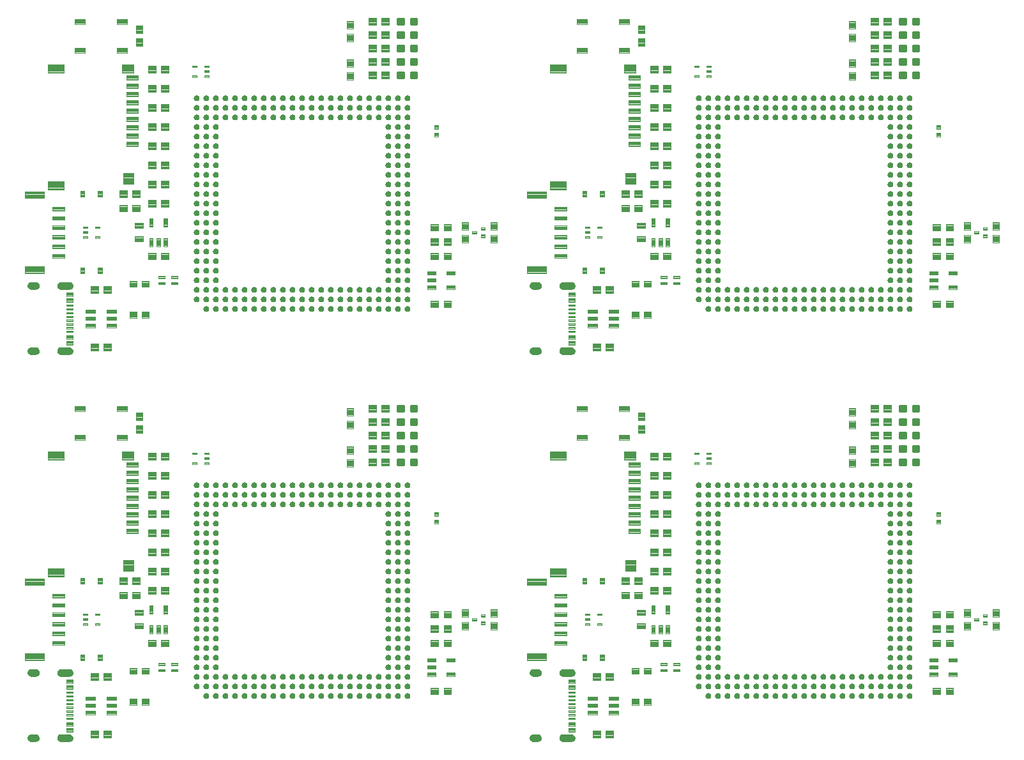
<source format=gtp>
G04 EAGLE Gerber RS-274X export*
G75*
%MOMM*%
%FSLAX34Y34*%
%LPD*%
%INSolderpaste Top*%
%IPPOS*%
%AMOC8*
5,1,8,0,0,1.08239X$1,22.5*%
G01*
%ADD10C,0.100000*%
%ADD11C,0.102000*%
%ADD12C,0.300000*%
%ADD13C,0.099000*%
%ADD14C,0.105000*%
%ADD15C,0.096000*%
%ADD16C,0.098000*%
%ADD17C,0.099059*%
%ADD18C,0.100800*%
%ADD19C,0.104000*%
%ADD20C,0.101200*%

G36*
X725785Y566434D02*
X725785Y566434D01*
X725788Y566431D01*
X726883Y566611D01*
X726889Y566617D01*
X726894Y566614D01*
X727922Y567033D01*
X727926Y567040D01*
X727931Y567038D01*
X728840Y567676D01*
X728843Y567683D01*
X728848Y567683D01*
X729592Y568506D01*
X729593Y568514D01*
X729599Y568515D01*
X730141Y569483D01*
X730140Y569492D01*
X730146Y569494D01*
X730459Y570558D01*
X730456Y570566D01*
X730461Y570569D01*
X730529Y571677D01*
X730525Y571684D01*
X730529Y571687D01*
X730359Y572795D01*
X730353Y572801D01*
X730356Y572806D01*
X729944Y573848D01*
X729937Y573852D01*
X729939Y573857D01*
X729305Y574782D01*
X729297Y574784D01*
X729298Y574790D01*
X728475Y575550D01*
X728466Y575551D01*
X728466Y575557D01*
X727494Y576114D01*
X727486Y576113D01*
X727484Y576119D01*
X726412Y576446D01*
X726404Y576443D01*
X726401Y576448D01*
X725284Y576529D01*
X725281Y576528D01*
X725280Y576529D01*
X713280Y576529D01*
X713277Y576527D01*
X713270Y576527D01*
X713269Y576528D01*
X712325Y576309D01*
X712319Y576303D01*
X712314Y576305D01*
X711442Y575882D01*
X711439Y575874D01*
X711433Y575876D01*
X710677Y575269D01*
X710675Y575261D01*
X710669Y575261D01*
X710068Y574501D01*
X710068Y574492D01*
X710062Y574491D01*
X709644Y573616D01*
X709646Y573608D01*
X709641Y573606D01*
X709429Y572660D01*
X709432Y572653D01*
X709427Y572649D01*
X709431Y571680D01*
X709431Y571679D01*
X709450Y570611D01*
X709455Y570604D01*
X709451Y570600D01*
X709707Y569563D01*
X709714Y569558D01*
X709711Y569552D01*
X710192Y568598D01*
X710199Y568595D01*
X710198Y568589D01*
X710879Y567766D01*
X710887Y567764D01*
X710887Y567758D01*
X711734Y567107D01*
X711742Y567107D01*
X711743Y567101D01*
X712714Y566654D01*
X712722Y566656D01*
X712724Y566651D01*
X713770Y566432D01*
X713777Y566435D01*
X713780Y566431D01*
X725780Y566431D01*
X725785Y566434D01*
G37*
G36*
X60305Y566434D02*
X60305Y566434D01*
X60308Y566431D01*
X61403Y566611D01*
X61409Y566617D01*
X61414Y566614D01*
X62442Y567033D01*
X62446Y567040D01*
X62451Y567038D01*
X63360Y567676D01*
X63363Y567683D01*
X63368Y567683D01*
X64112Y568506D01*
X64113Y568514D01*
X64119Y568515D01*
X64661Y569483D01*
X64660Y569492D01*
X64666Y569494D01*
X64979Y570558D01*
X64976Y570566D01*
X64981Y570569D01*
X65049Y571677D01*
X65045Y571684D01*
X65049Y571687D01*
X64879Y572795D01*
X64873Y572801D01*
X64876Y572806D01*
X64464Y573848D01*
X64457Y573852D01*
X64459Y573857D01*
X63825Y574782D01*
X63817Y574784D01*
X63818Y574790D01*
X62995Y575550D01*
X62986Y575551D01*
X62986Y575557D01*
X62014Y576114D01*
X62006Y576113D01*
X62004Y576119D01*
X60932Y576446D01*
X60924Y576443D01*
X60921Y576448D01*
X59804Y576529D01*
X59801Y576528D01*
X59800Y576529D01*
X47800Y576529D01*
X47797Y576527D01*
X47790Y576527D01*
X47789Y576528D01*
X46845Y576309D01*
X46839Y576303D01*
X46834Y576305D01*
X45962Y575882D01*
X45959Y575874D01*
X45953Y575876D01*
X45197Y575269D01*
X45195Y575261D01*
X45189Y575261D01*
X44588Y574501D01*
X44588Y574492D01*
X44582Y574491D01*
X44164Y573616D01*
X44166Y573608D01*
X44161Y573606D01*
X43949Y572660D01*
X43952Y572653D01*
X43947Y572649D01*
X43951Y571680D01*
X43951Y571679D01*
X43970Y570611D01*
X43975Y570604D01*
X43971Y570600D01*
X44227Y569563D01*
X44234Y569558D01*
X44231Y569552D01*
X44712Y568598D01*
X44719Y568595D01*
X44718Y568589D01*
X45399Y567766D01*
X45407Y567764D01*
X45407Y567758D01*
X46254Y567107D01*
X46262Y567107D01*
X46263Y567101D01*
X47234Y566654D01*
X47242Y566656D01*
X47244Y566651D01*
X48290Y566432D01*
X48297Y566435D01*
X48300Y566431D01*
X60300Y566431D01*
X60305Y566434D01*
G37*
G36*
X60305Y53354D02*
X60305Y53354D01*
X60308Y53351D01*
X61403Y53531D01*
X61409Y53537D01*
X61414Y53534D01*
X62442Y53953D01*
X62446Y53960D01*
X62451Y53958D01*
X63360Y54596D01*
X63363Y54603D01*
X63368Y54603D01*
X64112Y55426D01*
X64113Y55434D01*
X64119Y55435D01*
X64661Y56403D01*
X64660Y56412D01*
X64666Y56414D01*
X64979Y57478D01*
X64976Y57486D01*
X64981Y57489D01*
X65049Y58597D01*
X65045Y58604D01*
X65049Y58607D01*
X64879Y59715D01*
X64873Y59721D01*
X64876Y59726D01*
X64464Y60768D01*
X64457Y60772D01*
X64459Y60777D01*
X63825Y61702D01*
X63817Y61704D01*
X63818Y61710D01*
X62995Y62470D01*
X62986Y62471D01*
X62986Y62477D01*
X62014Y63034D01*
X62006Y63033D01*
X62004Y63039D01*
X60932Y63366D01*
X60924Y63363D01*
X60921Y63368D01*
X59804Y63449D01*
X59801Y63448D01*
X59800Y63449D01*
X47800Y63449D01*
X47797Y63447D01*
X47790Y63447D01*
X47789Y63448D01*
X46845Y63229D01*
X46839Y63223D01*
X46834Y63225D01*
X45962Y62802D01*
X45959Y62794D01*
X45953Y62796D01*
X45197Y62189D01*
X45195Y62181D01*
X45189Y62181D01*
X44588Y61421D01*
X44588Y61412D01*
X44582Y61411D01*
X44164Y60536D01*
X44166Y60528D01*
X44161Y60526D01*
X43949Y59580D01*
X43952Y59573D01*
X43947Y59569D01*
X43951Y58600D01*
X43951Y58599D01*
X43970Y57531D01*
X43975Y57524D01*
X43971Y57520D01*
X44227Y56483D01*
X44234Y56478D01*
X44231Y56472D01*
X44712Y55518D01*
X44719Y55515D01*
X44718Y55509D01*
X45399Y54686D01*
X45407Y54684D01*
X45407Y54678D01*
X46254Y54027D01*
X46262Y54027D01*
X46263Y54021D01*
X47234Y53574D01*
X47242Y53576D01*
X47244Y53571D01*
X48290Y53352D01*
X48297Y53355D01*
X48300Y53351D01*
X60300Y53351D01*
X60305Y53354D01*
G37*
G36*
X725785Y53354D02*
X725785Y53354D01*
X725788Y53351D01*
X726883Y53531D01*
X726889Y53537D01*
X726894Y53534D01*
X727922Y53953D01*
X727926Y53960D01*
X727931Y53958D01*
X728840Y54596D01*
X728843Y54603D01*
X728848Y54603D01*
X729592Y55426D01*
X729593Y55434D01*
X729599Y55435D01*
X730141Y56403D01*
X730140Y56412D01*
X730146Y56414D01*
X730459Y57478D01*
X730456Y57486D01*
X730461Y57489D01*
X730529Y58597D01*
X730525Y58604D01*
X730529Y58607D01*
X730359Y59715D01*
X730353Y59721D01*
X730356Y59726D01*
X729944Y60768D01*
X729937Y60772D01*
X729939Y60777D01*
X729305Y61702D01*
X729297Y61704D01*
X729298Y61710D01*
X728475Y62470D01*
X728466Y62471D01*
X728466Y62477D01*
X727494Y63034D01*
X727486Y63033D01*
X727484Y63039D01*
X726412Y63366D01*
X726404Y63363D01*
X726401Y63368D01*
X725284Y63449D01*
X725281Y63448D01*
X725280Y63449D01*
X713280Y63449D01*
X713277Y63447D01*
X713270Y63447D01*
X713269Y63448D01*
X712325Y63229D01*
X712319Y63223D01*
X712314Y63225D01*
X711442Y62802D01*
X711439Y62794D01*
X711433Y62796D01*
X710677Y62189D01*
X710675Y62181D01*
X710669Y62181D01*
X710068Y61421D01*
X710068Y61412D01*
X710062Y61411D01*
X709644Y60536D01*
X709646Y60528D01*
X709641Y60526D01*
X709429Y59580D01*
X709432Y59573D01*
X709427Y59569D01*
X709431Y58600D01*
X709431Y58599D01*
X709450Y57531D01*
X709455Y57524D01*
X709451Y57520D01*
X709707Y56483D01*
X709714Y56478D01*
X709711Y56472D01*
X710192Y55518D01*
X710199Y55515D01*
X710198Y55509D01*
X710879Y54686D01*
X710887Y54684D01*
X710887Y54678D01*
X711734Y54027D01*
X711742Y54027D01*
X711743Y54021D01*
X712714Y53574D01*
X712722Y53576D01*
X712724Y53571D01*
X713770Y53352D01*
X713777Y53355D01*
X713780Y53351D01*
X725780Y53351D01*
X725785Y53354D01*
G37*
G36*
X725785Y652835D02*
X725785Y652835D01*
X725788Y652831D01*
X726894Y653024D01*
X726899Y653029D01*
X726899Y653030D01*
X726904Y653027D01*
X727939Y653460D01*
X727943Y653467D01*
X727948Y653465D01*
X728861Y654118D01*
X728863Y654126D01*
X728869Y654125D01*
X729613Y654964D01*
X729614Y654973D01*
X729619Y654973D01*
X730158Y655957D01*
X730157Y655965D01*
X730158Y655966D01*
X730162Y655967D01*
X730163Y655969D01*
X730345Y656610D01*
X730469Y657046D01*
X730467Y657051D01*
X730469Y657053D01*
X730467Y657055D01*
X730471Y657057D01*
X730529Y658177D01*
X730526Y658182D01*
X730529Y658186D01*
X730411Y659231D01*
X730405Y659237D01*
X730409Y659242D01*
X730061Y660236D01*
X730054Y660240D01*
X730056Y660245D01*
X729496Y661137D01*
X729489Y661140D01*
X729489Y661145D01*
X728745Y661889D01*
X728737Y661891D01*
X728737Y661896D01*
X727845Y662456D01*
X727837Y662456D01*
X727836Y662461D01*
X726842Y662809D01*
X726834Y662806D01*
X726831Y662811D01*
X725786Y662929D01*
X725782Y662927D01*
X725780Y662929D01*
X713780Y662929D01*
X713777Y662927D01*
X713774Y662927D01*
X713772Y662929D01*
X712776Y662771D01*
X712770Y662765D01*
X712765Y662768D01*
X711829Y662393D01*
X711825Y662386D01*
X711819Y662388D01*
X710990Y661814D01*
X710987Y661806D01*
X710982Y661807D01*
X710301Y661063D01*
X710300Y661054D01*
X710294Y661054D01*
X709796Y660177D01*
X709797Y660169D01*
X709792Y660166D01*
X709604Y659542D01*
X709501Y659201D01*
X709502Y659198D01*
X709501Y659197D01*
X709504Y659193D01*
X709499Y659190D01*
X709431Y658183D01*
X709432Y658181D01*
X709431Y658180D01*
X709440Y657099D01*
X709445Y657092D01*
X709441Y657088D01*
X709691Y656036D01*
X709697Y656031D01*
X709694Y656026D01*
X710171Y655056D01*
X710179Y655053D01*
X710177Y655047D01*
X710858Y654208D01*
X710866Y654206D01*
X710866Y654200D01*
X711717Y653534D01*
X711725Y653533D01*
X711726Y653528D01*
X712703Y653067D01*
X712711Y653069D01*
X712714Y653064D01*
X713769Y652832D01*
X713777Y652835D01*
X713780Y652831D01*
X725780Y652831D01*
X725785Y652835D01*
G37*
G36*
X60305Y652835D02*
X60305Y652835D01*
X60308Y652831D01*
X61414Y653024D01*
X61419Y653029D01*
X61419Y653030D01*
X61424Y653027D01*
X62459Y653460D01*
X62463Y653467D01*
X62468Y653465D01*
X63381Y654118D01*
X63383Y654126D01*
X63389Y654125D01*
X64133Y654964D01*
X64134Y654973D01*
X64139Y654973D01*
X64678Y655957D01*
X64677Y655965D01*
X64678Y655966D01*
X64682Y655967D01*
X64683Y655969D01*
X64865Y656610D01*
X64989Y657046D01*
X64987Y657051D01*
X64989Y657053D01*
X64987Y657055D01*
X64991Y657057D01*
X65049Y658177D01*
X65046Y658182D01*
X65049Y658186D01*
X64931Y659231D01*
X64925Y659237D01*
X64929Y659242D01*
X64581Y660236D01*
X64574Y660240D01*
X64576Y660245D01*
X64016Y661137D01*
X64009Y661140D01*
X64009Y661145D01*
X63265Y661889D01*
X63257Y661891D01*
X63257Y661896D01*
X62365Y662456D01*
X62357Y662456D01*
X62356Y662461D01*
X61362Y662809D01*
X61354Y662806D01*
X61351Y662811D01*
X60306Y662929D01*
X60302Y662927D01*
X60300Y662929D01*
X48300Y662929D01*
X48297Y662927D01*
X48294Y662927D01*
X48292Y662929D01*
X47296Y662771D01*
X47290Y662765D01*
X47285Y662768D01*
X46349Y662393D01*
X46345Y662386D01*
X46339Y662388D01*
X45510Y661814D01*
X45507Y661806D01*
X45502Y661807D01*
X44821Y661063D01*
X44820Y661054D01*
X44814Y661054D01*
X44316Y660177D01*
X44317Y660169D01*
X44312Y660166D01*
X44124Y659542D01*
X44021Y659201D01*
X44022Y659198D01*
X44021Y659197D01*
X44024Y659193D01*
X44019Y659190D01*
X43951Y658183D01*
X43952Y658181D01*
X43951Y658180D01*
X43960Y657099D01*
X43965Y657092D01*
X43961Y657088D01*
X44211Y656036D01*
X44217Y656031D01*
X44214Y656026D01*
X44691Y655056D01*
X44699Y655053D01*
X44697Y655047D01*
X45378Y654208D01*
X45386Y654206D01*
X45386Y654200D01*
X46237Y653534D01*
X46245Y653533D01*
X46246Y653528D01*
X47223Y653067D01*
X47231Y653069D01*
X47234Y653064D01*
X48289Y652832D01*
X48297Y652835D01*
X48300Y652831D01*
X60300Y652831D01*
X60305Y652835D01*
G37*
G36*
X60305Y139755D02*
X60305Y139755D01*
X60308Y139751D01*
X61414Y139944D01*
X61419Y139949D01*
X61419Y139950D01*
X61424Y139947D01*
X62459Y140380D01*
X62463Y140387D01*
X62468Y140385D01*
X63381Y141038D01*
X63383Y141046D01*
X63389Y141045D01*
X64133Y141884D01*
X64134Y141893D01*
X64139Y141893D01*
X64678Y142877D01*
X64677Y142885D01*
X64678Y142886D01*
X64682Y142887D01*
X64683Y142889D01*
X64865Y143530D01*
X64989Y143966D01*
X64987Y143971D01*
X64989Y143973D01*
X64987Y143975D01*
X64991Y143977D01*
X65049Y145097D01*
X65046Y145102D01*
X65049Y145106D01*
X64931Y146151D01*
X64925Y146157D01*
X64929Y146162D01*
X64581Y147156D01*
X64574Y147160D01*
X64576Y147165D01*
X64016Y148057D01*
X64009Y148060D01*
X64009Y148065D01*
X63265Y148809D01*
X63257Y148811D01*
X63257Y148816D01*
X62365Y149376D01*
X62357Y149376D01*
X62356Y149381D01*
X61362Y149729D01*
X61354Y149726D01*
X61351Y149731D01*
X60306Y149849D01*
X60302Y149847D01*
X60300Y149849D01*
X48300Y149849D01*
X48297Y149847D01*
X48294Y149847D01*
X48292Y149849D01*
X47296Y149691D01*
X47290Y149685D01*
X47285Y149688D01*
X46349Y149313D01*
X46345Y149306D01*
X46339Y149308D01*
X45510Y148734D01*
X45507Y148726D01*
X45502Y148727D01*
X44821Y147983D01*
X44820Y147974D01*
X44814Y147974D01*
X44316Y147097D01*
X44317Y147089D01*
X44312Y147086D01*
X44124Y146462D01*
X44021Y146121D01*
X44022Y146118D01*
X44021Y146117D01*
X44024Y146113D01*
X44019Y146110D01*
X43951Y145103D01*
X43952Y145101D01*
X43951Y145100D01*
X43960Y144019D01*
X43965Y144012D01*
X43961Y144008D01*
X44211Y142956D01*
X44217Y142951D01*
X44214Y142946D01*
X44691Y141976D01*
X44699Y141973D01*
X44697Y141967D01*
X45378Y141128D01*
X45386Y141126D01*
X45386Y141120D01*
X46237Y140454D01*
X46245Y140453D01*
X46246Y140448D01*
X47223Y139987D01*
X47231Y139989D01*
X47234Y139984D01*
X48289Y139752D01*
X48297Y139755D01*
X48300Y139751D01*
X60300Y139751D01*
X60305Y139755D01*
G37*
G36*
X725785Y139755D02*
X725785Y139755D01*
X725788Y139751D01*
X726894Y139944D01*
X726899Y139949D01*
X726899Y139950D01*
X726904Y139947D01*
X727939Y140380D01*
X727943Y140387D01*
X727948Y140385D01*
X728861Y141038D01*
X728863Y141046D01*
X728869Y141045D01*
X729613Y141884D01*
X729614Y141893D01*
X729619Y141893D01*
X730158Y142877D01*
X730157Y142885D01*
X730158Y142886D01*
X730162Y142887D01*
X730163Y142889D01*
X730345Y143530D01*
X730469Y143966D01*
X730467Y143971D01*
X730469Y143973D01*
X730467Y143975D01*
X730471Y143977D01*
X730529Y145097D01*
X730526Y145102D01*
X730529Y145106D01*
X730411Y146151D01*
X730405Y146157D01*
X730409Y146162D01*
X730061Y147156D01*
X730054Y147160D01*
X730056Y147165D01*
X729496Y148057D01*
X729489Y148060D01*
X729489Y148065D01*
X728745Y148809D01*
X728737Y148811D01*
X728737Y148816D01*
X727845Y149376D01*
X727837Y149376D01*
X727836Y149381D01*
X726842Y149729D01*
X726834Y149726D01*
X726831Y149731D01*
X725786Y149849D01*
X725782Y149847D01*
X725780Y149849D01*
X713780Y149849D01*
X713777Y149847D01*
X713774Y149847D01*
X713772Y149849D01*
X712776Y149691D01*
X712770Y149685D01*
X712765Y149688D01*
X711829Y149313D01*
X711825Y149306D01*
X711819Y149308D01*
X710990Y148734D01*
X710987Y148726D01*
X710982Y148727D01*
X710301Y147983D01*
X710300Y147974D01*
X710294Y147974D01*
X709796Y147097D01*
X709797Y147089D01*
X709792Y147086D01*
X709604Y146462D01*
X709501Y146121D01*
X709502Y146118D01*
X709501Y146117D01*
X709504Y146113D01*
X709499Y146110D01*
X709431Y145103D01*
X709432Y145101D01*
X709431Y145100D01*
X709440Y144019D01*
X709445Y144012D01*
X709441Y144008D01*
X709691Y142956D01*
X709697Y142951D01*
X709694Y142946D01*
X710171Y141976D01*
X710179Y141973D01*
X710177Y141967D01*
X710858Y141128D01*
X710866Y141126D01*
X710866Y141120D01*
X711717Y140454D01*
X711725Y140453D01*
X711726Y140448D01*
X712703Y139987D01*
X712711Y139989D01*
X712714Y139984D01*
X713769Y139752D01*
X713777Y139755D01*
X713780Y139751D01*
X725780Y139751D01*
X725785Y139755D01*
G37*
G36*
X15504Y566434D02*
X15504Y566434D01*
X15506Y566431D01*
X16639Y566581D01*
X16645Y566587D01*
X16650Y566584D01*
X17720Y566982D01*
X17724Y566989D01*
X17730Y566987D01*
X18685Y567614D01*
X18688Y567622D01*
X18693Y567621D01*
X19485Y568444D01*
X19486Y568452D01*
X19492Y568453D01*
X20081Y569432D01*
X20080Y569440D01*
X20085Y569442D01*
X20441Y570527D01*
X20439Y570535D01*
X20443Y570538D01*
X20549Y571675D01*
X20544Y571684D01*
X20548Y571689D01*
X20341Y572826D01*
X20335Y572832D01*
X20338Y572837D01*
X19883Y573899D01*
X19876Y573903D01*
X19878Y573909D01*
X19198Y574844D01*
X19190Y574846D01*
X19191Y574852D01*
X18320Y575612D01*
X18312Y575612D01*
X18311Y575618D01*
X17292Y576165D01*
X17284Y576164D01*
X17282Y576169D01*
X16168Y576476D01*
X16160Y576473D01*
X16157Y576478D01*
X15002Y576529D01*
X15001Y576528D01*
X15000Y576529D01*
X9000Y576529D01*
X8997Y576527D01*
X8992Y576527D01*
X8991Y576528D01*
X7910Y576316D01*
X7905Y576310D01*
X7900Y576313D01*
X6894Y575866D01*
X6890Y575859D01*
X6884Y575861D01*
X6003Y575201D01*
X6000Y575193D01*
X5995Y575193D01*
X5282Y574354D01*
X5282Y574346D01*
X5276Y574345D01*
X4768Y573368D01*
X4769Y573360D01*
X4764Y573358D01*
X4486Y572293D01*
X4489Y572285D01*
X4485Y572282D01*
X4451Y571182D01*
X4455Y571176D01*
X4451Y571173D01*
X4606Y570098D01*
X4612Y570092D01*
X4609Y570087D01*
X4999Y569073D01*
X5006Y569069D01*
X5005Y569063D01*
X5611Y568161D01*
X5619Y568159D01*
X5618Y568153D01*
X6410Y567409D01*
X6418Y567408D01*
X6418Y567402D01*
X7356Y566853D01*
X7364Y566854D01*
X7366Y566848D01*
X8402Y566521D01*
X8410Y566524D01*
X8413Y566519D01*
X9496Y566431D01*
X9499Y566433D01*
X9500Y566431D01*
X15500Y566431D01*
X15504Y566434D01*
G37*
G36*
X680984Y566434D02*
X680984Y566434D01*
X680986Y566431D01*
X682119Y566581D01*
X682125Y566587D01*
X682130Y566584D01*
X683200Y566982D01*
X683204Y566989D01*
X683210Y566987D01*
X684165Y567614D01*
X684168Y567622D01*
X684173Y567621D01*
X684965Y568444D01*
X684966Y568452D01*
X684972Y568453D01*
X685561Y569432D01*
X685560Y569440D01*
X685565Y569442D01*
X685921Y570527D01*
X685919Y570535D01*
X685923Y570538D01*
X686029Y571675D01*
X686024Y571684D01*
X686028Y571689D01*
X685821Y572826D01*
X685815Y572832D01*
X685818Y572837D01*
X685363Y573899D01*
X685356Y573903D01*
X685358Y573909D01*
X684678Y574844D01*
X684670Y574846D01*
X684671Y574852D01*
X683800Y575612D01*
X683792Y575612D01*
X683791Y575618D01*
X682772Y576165D01*
X682764Y576164D01*
X682762Y576169D01*
X681648Y576476D01*
X681640Y576473D01*
X681637Y576478D01*
X680482Y576529D01*
X680481Y576528D01*
X680480Y576529D01*
X674480Y576529D01*
X674477Y576527D01*
X674472Y576527D01*
X674471Y576528D01*
X673390Y576316D01*
X673385Y576310D01*
X673380Y576313D01*
X672374Y575866D01*
X672370Y575859D01*
X672364Y575861D01*
X671483Y575201D01*
X671480Y575193D01*
X671475Y575193D01*
X670762Y574354D01*
X670762Y574346D01*
X670756Y574345D01*
X670248Y573368D01*
X670249Y573360D01*
X670244Y573358D01*
X669966Y572293D01*
X669969Y572285D01*
X669965Y572282D01*
X669931Y571182D01*
X669935Y571176D01*
X669931Y571173D01*
X670086Y570098D01*
X670092Y570092D01*
X670089Y570087D01*
X670479Y569073D01*
X670486Y569069D01*
X670485Y569063D01*
X671091Y568161D01*
X671099Y568159D01*
X671098Y568153D01*
X671890Y567409D01*
X671898Y567408D01*
X671898Y567402D01*
X672836Y566853D01*
X672844Y566854D01*
X672846Y566848D01*
X673882Y566521D01*
X673890Y566524D01*
X673893Y566519D01*
X674976Y566431D01*
X674979Y566433D01*
X674980Y566431D01*
X680980Y566431D01*
X680984Y566434D01*
G37*
G36*
X680984Y53354D02*
X680984Y53354D01*
X680986Y53351D01*
X682119Y53501D01*
X682125Y53507D01*
X682130Y53504D01*
X683200Y53902D01*
X683204Y53909D01*
X683210Y53907D01*
X684165Y54534D01*
X684168Y54542D01*
X684173Y54541D01*
X684965Y55364D01*
X684966Y55372D01*
X684972Y55373D01*
X685561Y56352D01*
X685560Y56360D01*
X685565Y56362D01*
X685921Y57447D01*
X685919Y57455D01*
X685923Y57458D01*
X686029Y58595D01*
X686024Y58604D01*
X686028Y58609D01*
X685821Y59746D01*
X685815Y59752D01*
X685818Y59757D01*
X685363Y60819D01*
X685356Y60823D01*
X685358Y60829D01*
X684678Y61764D01*
X684670Y61766D01*
X684671Y61772D01*
X683800Y62532D01*
X683792Y62532D01*
X683791Y62538D01*
X682772Y63085D01*
X682764Y63084D01*
X682762Y63089D01*
X681648Y63396D01*
X681640Y63393D01*
X681637Y63398D01*
X680482Y63449D01*
X680481Y63448D01*
X680480Y63449D01*
X674480Y63449D01*
X674477Y63447D01*
X674472Y63447D01*
X674471Y63448D01*
X673390Y63236D01*
X673385Y63230D01*
X673380Y63233D01*
X672374Y62786D01*
X672370Y62779D01*
X672364Y62781D01*
X671483Y62121D01*
X671480Y62113D01*
X671475Y62113D01*
X670762Y61274D01*
X670762Y61266D01*
X670756Y61265D01*
X670248Y60288D01*
X670249Y60280D01*
X670244Y60278D01*
X669966Y59213D01*
X669969Y59205D01*
X669965Y59202D01*
X669931Y58102D01*
X669935Y58096D01*
X669931Y58093D01*
X670086Y57018D01*
X670092Y57012D01*
X670089Y57007D01*
X670479Y55993D01*
X670486Y55989D01*
X670485Y55983D01*
X671091Y55081D01*
X671099Y55079D01*
X671098Y55073D01*
X671890Y54329D01*
X671898Y54328D01*
X671898Y54322D01*
X672836Y53773D01*
X672844Y53774D01*
X672846Y53768D01*
X673882Y53441D01*
X673890Y53444D01*
X673893Y53439D01*
X674976Y53351D01*
X674979Y53353D01*
X674980Y53351D01*
X680980Y53351D01*
X680984Y53354D01*
G37*
G36*
X15504Y53354D02*
X15504Y53354D01*
X15506Y53351D01*
X16639Y53501D01*
X16645Y53507D01*
X16650Y53504D01*
X17720Y53902D01*
X17724Y53909D01*
X17730Y53907D01*
X18685Y54534D01*
X18688Y54542D01*
X18693Y54541D01*
X19485Y55364D01*
X19486Y55372D01*
X19492Y55373D01*
X20081Y56352D01*
X20080Y56360D01*
X20085Y56362D01*
X20441Y57447D01*
X20439Y57455D01*
X20443Y57458D01*
X20549Y58595D01*
X20544Y58604D01*
X20548Y58609D01*
X20341Y59746D01*
X20335Y59752D01*
X20338Y59757D01*
X19883Y60819D01*
X19876Y60823D01*
X19878Y60829D01*
X19198Y61764D01*
X19190Y61766D01*
X19191Y61772D01*
X18320Y62532D01*
X18312Y62532D01*
X18311Y62538D01*
X17292Y63085D01*
X17284Y63084D01*
X17282Y63089D01*
X16168Y63396D01*
X16160Y63393D01*
X16157Y63398D01*
X15002Y63449D01*
X15001Y63448D01*
X15000Y63449D01*
X9000Y63449D01*
X8997Y63447D01*
X8992Y63447D01*
X8991Y63448D01*
X7910Y63236D01*
X7905Y63230D01*
X7900Y63233D01*
X6894Y62786D01*
X6890Y62779D01*
X6884Y62781D01*
X6003Y62121D01*
X6000Y62113D01*
X5995Y62113D01*
X5282Y61274D01*
X5282Y61266D01*
X5276Y61265D01*
X4768Y60288D01*
X4769Y60280D01*
X4764Y60278D01*
X4486Y59213D01*
X4489Y59205D01*
X4485Y59202D01*
X4451Y58102D01*
X4455Y58096D01*
X4451Y58093D01*
X4606Y57018D01*
X4612Y57012D01*
X4609Y57007D01*
X4999Y55993D01*
X5006Y55989D01*
X5005Y55983D01*
X5611Y55081D01*
X5619Y55079D01*
X5618Y55073D01*
X6410Y54329D01*
X6418Y54328D01*
X6418Y54322D01*
X7356Y53773D01*
X7364Y53774D01*
X7366Y53768D01*
X8402Y53441D01*
X8410Y53444D01*
X8413Y53439D01*
X9496Y53351D01*
X9499Y53353D01*
X9500Y53351D01*
X15500Y53351D01*
X15504Y53354D01*
G37*
G36*
X680983Y652833D02*
X680983Y652833D01*
X680985Y652831D01*
X682077Y652932D01*
X682083Y652937D01*
X682088Y652934D01*
X683131Y653275D01*
X683136Y653282D01*
X683141Y653280D01*
X684082Y653844D01*
X684085Y653852D01*
X684091Y653851D01*
X684883Y654611D01*
X684884Y654619D01*
X684890Y654620D01*
X685493Y655537D01*
X685492Y655545D01*
X685498Y655547D01*
X685881Y656575D01*
X685879Y656583D01*
X685884Y656586D01*
X686029Y657674D01*
X686025Y657681D01*
X686029Y657685D01*
X685923Y658822D01*
X685918Y658828D01*
X685921Y658833D01*
X685565Y659918D01*
X685558Y659923D01*
X685561Y659928D01*
X684972Y660907D01*
X684964Y660910D01*
X684965Y660916D01*
X684173Y661739D01*
X684165Y661740D01*
X684165Y661746D01*
X683210Y662373D01*
X683202Y662372D01*
X683200Y662378D01*
X682130Y662776D01*
X682122Y662774D01*
X682119Y662779D01*
X680986Y662929D01*
X680983Y662927D01*
X680982Y662927D01*
X680980Y662929D01*
X674980Y662929D01*
X674977Y662927D01*
X674975Y662927D01*
X674974Y662929D01*
X673841Y662779D01*
X673835Y662773D01*
X673830Y662776D01*
X672760Y662378D01*
X672756Y662371D01*
X672750Y662373D01*
X671795Y661746D01*
X671792Y661738D01*
X671787Y661739D01*
X670995Y660916D01*
X670994Y660908D01*
X670988Y660907D01*
X670399Y659928D01*
X670400Y659920D01*
X670395Y659918D01*
X670039Y658833D01*
X670042Y658825D01*
X670037Y658822D01*
X669931Y657685D01*
X669935Y657678D01*
X669931Y657674D01*
X670076Y656586D01*
X670082Y656580D01*
X670079Y656575D01*
X670463Y655547D01*
X670469Y655542D01*
X670468Y655537D01*
X671070Y654620D01*
X671078Y654617D01*
X671077Y654611D01*
X671869Y653851D01*
X671877Y653850D01*
X671878Y653844D01*
X672819Y653280D01*
X672827Y653281D01*
X672829Y653275D01*
X673872Y652934D01*
X673880Y652936D01*
X673883Y652932D01*
X674976Y652831D01*
X674978Y652833D01*
X674980Y652831D01*
X680980Y652831D01*
X680983Y652833D01*
G37*
G36*
X15503Y652833D02*
X15503Y652833D01*
X15505Y652831D01*
X16597Y652932D01*
X16603Y652937D01*
X16608Y652934D01*
X17651Y653275D01*
X17656Y653282D01*
X17661Y653280D01*
X18602Y653844D01*
X18605Y653852D01*
X18611Y653851D01*
X19403Y654611D01*
X19404Y654619D01*
X19410Y654620D01*
X20013Y655537D01*
X20012Y655545D01*
X20018Y655547D01*
X20401Y656575D01*
X20399Y656583D01*
X20404Y656586D01*
X20549Y657674D01*
X20545Y657681D01*
X20549Y657685D01*
X20443Y658822D01*
X20438Y658828D01*
X20441Y658833D01*
X20085Y659918D01*
X20078Y659923D01*
X20081Y659928D01*
X19492Y660907D01*
X19484Y660910D01*
X19485Y660916D01*
X18693Y661739D01*
X18685Y661740D01*
X18685Y661746D01*
X17730Y662373D01*
X17722Y662372D01*
X17720Y662378D01*
X16650Y662776D01*
X16642Y662774D01*
X16639Y662779D01*
X15506Y662929D01*
X15503Y662927D01*
X15502Y662927D01*
X15500Y662929D01*
X9500Y662929D01*
X9497Y662927D01*
X9495Y662927D01*
X9494Y662929D01*
X8361Y662779D01*
X8355Y662773D01*
X8350Y662776D01*
X7280Y662378D01*
X7276Y662371D01*
X7270Y662373D01*
X6315Y661746D01*
X6312Y661738D01*
X6307Y661739D01*
X5515Y660916D01*
X5514Y660908D01*
X5508Y660907D01*
X4919Y659928D01*
X4920Y659920D01*
X4915Y659918D01*
X4559Y658833D01*
X4562Y658825D01*
X4557Y658822D01*
X4451Y657685D01*
X4455Y657678D01*
X4451Y657674D01*
X4596Y656586D01*
X4602Y656580D01*
X4599Y656575D01*
X4983Y655547D01*
X4989Y655542D01*
X4988Y655537D01*
X5590Y654620D01*
X5598Y654617D01*
X5597Y654611D01*
X6389Y653851D01*
X6397Y653850D01*
X6398Y653844D01*
X7339Y653280D01*
X7347Y653281D01*
X7349Y653275D01*
X8392Y652934D01*
X8400Y652936D01*
X8403Y652932D01*
X9496Y652831D01*
X9498Y652833D01*
X9500Y652831D01*
X15500Y652831D01*
X15503Y652833D01*
G37*
G36*
X15503Y139753D02*
X15503Y139753D01*
X15505Y139751D01*
X16597Y139852D01*
X16603Y139857D01*
X16608Y139854D01*
X17651Y140195D01*
X17656Y140202D01*
X17661Y140200D01*
X18602Y140764D01*
X18605Y140772D01*
X18611Y140771D01*
X19403Y141531D01*
X19404Y141539D01*
X19410Y141540D01*
X20013Y142457D01*
X20012Y142465D01*
X20018Y142467D01*
X20401Y143495D01*
X20399Y143503D01*
X20404Y143506D01*
X20549Y144594D01*
X20545Y144601D01*
X20549Y144605D01*
X20443Y145742D01*
X20438Y145748D01*
X20441Y145753D01*
X20085Y146838D01*
X20078Y146843D01*
X20081Y146848D01*
X19492Y147827D01*
X19484Y147830D01*
X19485Y147836D01*
X18693Y148659D01*
X18685Y148660D01*
X18685Y148666D01*
X17730Y149293D01*
X17722Y149292D01*
X17720Y149298D01*
X16650Y149696D01*
X16642Y149694D01*
X16639Y149699D01*
X15506Y149849D01*
X15503Y149847D01*
X15502Y149847D01*
X15500Y149849D01*
X9500Y149849D01*
X9497Y149847D01*
X9495Y149847D01*
X9494Y149849D01*
X8361Y149699D01*
X8355Y149693D01*
X8350Y149696D01*
X7280Y149298D01*
X7276Y149291D01*
X7270Y149293D01*
X6315Y148666D01*
X6312Y148658D01*
X6307Y148659D01*
X5515Y147836D01*
X5514Y147828D01*
X5508Y147827D01*
X4919Y146848D01*
X4920Y146840D01*
X4915Y146838D01*
X4559Y145753D01*
X4562Y145745D01*
X4557Y145742D01*
X4451Y144605D01*
X4455Y144598D01*
X4451Y144594D01*
X4596Y143506D01*
X4602Y143500D01*
X4599Y143495D01*
X4983Y142467D01*
X4989Y142462D01*
X4988Y142457D01*
X5590Y141540D01*
X5598Y141537D01*
X5597Y141531D01*
X6389Y140771D01*
X6397Y140770D01*
X6398Y140764D01*
X7339Y140200D01*
X7347Y140201D01*
X7349Y140195D01*
X8392Y139854D01*
X8400Y139856D01*
X8403Y139852D01*
X9496Y139751D01*
X9498Y139753D01*
X9500Y139751D01*
X15500Y139751D01*
X15503Y139753D01*
G37*
G36*
X680983Y139753D02*
X680983Y139753D01*
X680985Y139751D01*
X682077Y139852D01*
X682083Y139857D01*
X682088Y139854D01*
X683131Y140195D01*
X683136Y140202D01*
X683141Y140200D01*
X684082Y140764D01*
X684085Y140772D01*
X684091Y140771D01*
X684883Y141531D01*
X684884Y141539D01*
X684890Y141540D01*
X685493Y142457D01*
X685492Y142465D01*
X685498Y142467D01*
X685881Y143495D01*
X685879Y143503D01*
X685884Y143506D01*
X686029Y144594D01*
X686025Y144601D01*
X686029Y144605D01*
X685923Y145742D01*
X685918Y145748D01*
X685921Y145753D01*
X685565Y146838D01*
X685558Y146843D01*
X685561Y146848D01*
X684972Y147827D01*
X684964Y147830D01*
X684965Y147836D01*
X684173Y148659D01*
X684165Y148660D01*
X684165Y148666D01*
X683210Y149293D01*
X683202Y149292D01*
X683200Y149298D01*
X682130Y149696D01*
X682122Y149694D01*
X682119Y149699D01*
X680986Y149849D01*
X680983Y149847D01*
X680982Y149847D01*
X680980Y149849D01*
X674980Y149849D01*
X674977Y149847D01*
X674975Y149847D01*
X674974Y149849D01*
X673841Y149699D01*
X673835Y149693D01*
X673830Y149696D01*
X672760Y149298D01*
X672756Y149291D01*
X672750Y149293D01*
X671795Y148666D01*
X671792Y148658D01*
X671787Y148659D01*
X670995Y147836D01*
X670994Y147828D01*
X670988Y147827D01*
X670399Y146848D01*
X670400Y146840D01*
X670395Y146838D01*
X670039Y145753D01*
X670042Y145745D01*
X670037Y145742D01*
X669931Y144605D01*
X669935Y144598D01*
X669931Y144594D01*
X670076Y143506D01*
X670082Y143500D01*
X670079Y143495D01*
X670463Y142467D01*
X670469Y142462D01*
X670468Y142457D01*
X671070Y141540D01*
X671078Y141537D01*
X671077Y141531D01*
X671869Y140771D01*
X671877Y140770D01*
X671878Y140764D01*
X672819Y140200D01*
X672827Y140201D01*
X672829Y140195D01*
X673872Y139854D01*
X673880Y139856D01*
X673883Y139852D01*
X674976Y139751D01*
X674978Y139753D01*
X674980Y139751D01*
X680980Y139751D01*
X680983Y139753D01*
G37*
G36*
X1148977Y903079D02*
X1148977Y903079D01*
X1148990Y903086D01*
X1149006Y903086D01*
X1149836Y903401D01*
X1149847Y903411D01*
X1149863Y903415D01*
X1150594Y903919D01*
X1150602Y903932D01*
X1150617Y903940D01*
X1151206Y904604D01*
X1151210Y904618D01*
X1151223Y904629D01*
X1151635Y905415D01*
X1151637Y905430D01*
X1151646Y905444D01*
X1151859Y906306D01*
X1151856Y906321D01*
X1151862Y906336D01*
X1151862Y907224D01*
X1151857Y907238D01*
X1151859Y907254D01*
X1151646Y908116D01*
X1151637Y908128D01*
X1151635Y908145D01*
X1151223Y908931D01*
X1151211Y908940D01*
X1151206Y908956D01*
X1150617Y909620D01*
X1150611Y909623D01*
X1150608Y909629D01*
X1150600Y909632D01*
X1150594Y909641D01*
X1149863Y910145D01*
X1149849Y910148D01*
X1149836Y910159D01*
X1149006Y910474D01*
X1148991Y910473D01*
X1148977Y910481D01*
X1148095Y910588D01*
X1148081Y910584D01*
X1148065Y910588D01*
X1147183Y910481D01*
X1147170Y910474D01*
X1147154Y910474D01*
X1146324Y910159D01*
X1146313Y910149D01*
X1146297Y910145D01*
X1145566Y909641D01*
X1145559Y909629D01*
X1145546Y909624D01*
X1145545Y909622D01*
X1145543Y909620D01*
X1144954Y908956D01*
X1144950Y908942D01*
X1144937Y908931D01*
X1144525Y908145D01*
X1144523Y908130D01*
X1144514Y908116D01*
X1144301Y907254D01*
X1144304Y907240D01*
X1144298Y907224D01*
X1144298Y906336D01*
X1144303Y906322D01*
X1144301Y906306D01*
X1144514Y905444D01*
X1144523Y905432D01*
X1144525Y905415D01*
X1144937Y904629D01*
X1144949Y904620D01*
X1144954Y904604D01*
X1145543Y903940D01*
X1145557Y903933D01*
X1145566Y903919D01*
X1146297Y903415D01*
X1146311Y903412D01*
X1146324Y903401D01*
X1147154Y903086D01*
X1147169Y903087D01*
X1147183Y903079D01*
X1148065Y902972D01*
X1148079Y902976D01*
X1148095Y902972D01*
X1148977Y903079D01*
G37*
G36*
X1085477Y903079D02*
X1085477Y903079D01*
X1085490Y903086D01*
X1085506Y903086D01*
X1086336Y903401D01*
X1086347Y903411D01*
X1086363Y903415D01*
X1087094Y903919D01*
X1087102Y903932D01*
X1087117Y903940D01*
X1087706Y904604D01*
X1087710Y904618D01*
X1087723Y904629D01*
X1088135Y905415D01*
X1088137Y905430D01*
X1088146Y905444D01*
X1088359Y906306D01*
X1088356Y906321D01*
X1088362Y906336D01*
X1088362Y907224D01*
X1088357Y907238D01*
X1088359Y907254D01*
X1088146Y908116D01*
X1088137Y908128D01*
X1088135Y908145D01*
X1087723Y908931D01*
X1087711Y908940D01*
X1087706Y908956D01*
X1087117Y909620D01*
X1087111Y909623D01*
X1087108Y909629D01*
X1087100Y909632D01*
X1087094Y909641D01*
X1086363Y910145D01*
X1086349Y910148D01*
X1086336Y910159D01*
X1085506Y910474D01*
X1085491Y910473D01*
X1085477Y910481D01*
X1084595Y910588D01*
X1084581Y910584D01*
X1084565Y910588D01*
X1083683Y910481D01*
X1083670Y910474D01*
X1083654Y910474D01*
X1082824Y910159D01*
X1082813Y910149D01*
X1082797Y910145D01*
X1082066Y909641D01*
X1082059Y909629D01*
X1082046Y909624D01*
X1082045Y909622D01*
X1082043Y909620D01*
X1081454Y908956D01*
X1081450Y908942D01*
X1081437Y908931D01*
X1081025Y908145D01*
X1081023Y908130D01*
X1081014Y908116D01*
X1080801Y907254D01*
X1080804Y907240D01*
X1080798Y907224D01*
X1080798Y906336D01*
X1080803Y906322D01*
X1080801Y906306D01*
X1081014Y905444D01*
X1081023Y905432D01*
X1081025Y905415D01*
X1081437Y904629D01*
X1081449Y904620D01*
X1081454Y904604D01*
X1082043Y903940D01*
X1082057Y903933D01*
X1082066Y903919D01*
X1082797Y903415D01*
X1082811Y903412D01*
X1082824Y903401D01*
X1083654Y903086D01*
X1083669Y903087D01*
X1083683Y903079D01*
X1084565Y902972D01*
X1084579Y902976D01*
X1084595Y902972D01*
X1085477Y903079D01*
G37*
G36*
X343797Y903079D02*
X343797Y903079D01*
X343810Y903086D01*
X343826Y903086D01*
X344656Y903401D01*
X344667Y903411D01*
X344683Y903415D01*
X345414Y903919D01*
X345422Y903932D01*
X345437Y903940D01*
X346026Y904604D01*
X346030Y904618D01*
X346043Y904629D01*
X346455Y905415D01*
X346457Y905430D01*
X346466Y905444D01*
X346679Y906306D01*
X346676Y906321D01*
X346682Y906336D01*
X346682Y907224D01*
X346677Y907238D01*
X346679Y907254D01*
X346466Y908116D01*
X346457Y908128D01*
X346455Y908145D01*
X346043Y908931D01*
X346031Y908940D01*
X346026Y908956D01*
X345437Y909620D01*
X345431Y909623D01*
X345428Y909629D01*
X345420Y909632D01*
X345414Y909641D01*
X344683Y910145D01*
X344669Y910148D01*
X344656Y910159D01*
X343826Y910474D01*
X343811Y910473D01*
X343797Y910481D01*
X342915Y910588D01*
X342901Y910584D01*
X342885Y910588D01*
X342003Y910481D01*
X341990Y910474D01*
X341974Y910474D01*
X341144Y910159D01*
X341133Y910149D01*
X341117Y910145D01*
X340386Y909641D01*
X340379Y909629D01*
X340366Y909624D01*
X340365Y909622D01*
X340363Y909620D01*
X339774Y908956D01*
X339770Y908942D01*
X339757Y908931D01*
X339345Y908145D01*
X339343Y908130D01*
X339334Y908116D01*
X339121Y907254D01*
X339124Y907240D01*
X339118Y907224D01*
X339118Y906336D01*
X339123Y906322D01*
X339121Y906306D01*
X339334Y905444D01*
X339343Y905432D01*
X339345Y905415D01*
X339757Y904629D01*
X339769Y904620D01*
X339774Y904604D01*
X340363Y903940D01*
X340377Y903933D01*
X340386Y903919D01*
X341117Y903415D01*
X341131Y903412D01*
X341144Y903401D01*
X341974Y903086D01*
X341989Y903087D01*
X342003Y903079D01*
X342885Y902972D01*
X342899Y902976D01*
X342915Y902972D01*
X343797Y903079D01*
G37*
G36*
X1161677Y903079D02*
X1161677Y903079D01*
X1161690Y903086D01*
X1161706Y903086D01*
X1162536Y903401D01*
X1162547Y903411D01*
X1162563Y903415D01*
X1163294Y903919D01*
X1163302Y903932D01*
X1163317Y903940D01*
X1163906Y904604D01*
X1163910Y904618D01*
X1163923Y904629D01*
X1164335Y905415D01*
X1164337Y905430D01*
X1164346Y905444D01*
X1164559Y906306D01*
X1164556Y906321D01*
X1164562Y906336D01*
X1164562Y907224D01*
X1164557Y907238D01*
X1164559Y907254D01*
X1164346Y908116D01*
X1164337Y908128D01*
X1164335Y908145D01*
X1163923Y908931D01*
X1163911Y908940D01*
X1163906Y908956D01*
X1163317Y909620D01*
X1163311Y909623D01*
X1163308Y909629D01*
X1163300Y909632D01*
X1163294Y909641D01*
X1162563Y910145D01*
X1162549Y910148D01*
X1162536Y910159D01*
X1161706Y910474D01*
X1161691Y910473D01*
X1161677Y910481D01*
X1160795Y910588D01*
X1160781Y910584D01*
X1160765Y910588D01*
X1159883Y910481D01*
X1159870Y910474D01*
X1159854Y910474D01*
X1159024Y910159D01*
X1159013Y910149D01*
X1158997Y910145D01*
X1158266Y909641D01*
X1158259Y909629D01*
X1158246Y909624D01*
X1158245Y909622D01*
X1158243Y909620D01*
X1157654Y908956D01*
X1157650Y908942D01*
X1157637Y908931D01*
X1157225Y908145D01*
X1157223Y908130D01*
X1157214Y908116D01*
X1157001Y907254D01*
X1157004Y907240D01*
X1156998Y907224D01*
X1156998Y906336D01*
X1157003Y906322D01*
X1157001Y906306D01*
X1157214Y905444D01*
X1157223Y905432D01*
X1157225Y905415D01*
X1157637Y904629D01*
X1157649Y904620D01*
X1157654Y904604D01*
X1158243Y903940D01*
X1158257Y903933D01*
X1158266Y903919D01*
X1158997Y903415D01*
X1159011Y903412D01*
X1159024Y903401D01*
X1159854Y903086D01*
X1159869Y903087D01*
X1159883Y903079D01*
X1160765Y902972D01*
X1160779Y902976D01*
X1160795Y902972D01*
X1161677Y903079D01*
G37*
G36*
X267597Y903079D02*
X267597Y903079D01*
X267610Y903086D01*
X267626Y903086D01*
X268456Y903401D01*
X268467Y903411D01*
X268483Y903415D01*
X269214Y903919D01*
X269222Y903932D01*
X269237Y903940D01*
X269826Y904604D01*
X269830Y904618D01*
X269843Y904629D01*
X270255Y905415D01*
X270257Y905430D01*
X270266Y905444D01*
X270479Y906306D01*
X270476Y906321D01*
X270482Y906336D01*
X270482Y907224D01*
X270477Y907238D01*
X270479Y907254D01*
X270266Y908116D01*
X270257Y908128D01*
X270255Y908145D01*
X269843Y908931D01*
X269831Y908940D01*
X269826Y908956D01*
X269237Y909620D01*
X269231Y909623D01*
X269228Y909629D01*
X269220Y909632D01*
X269214Y909641D01*
X268483Y910145D01*
X268469Y910148D01*
X268456Y910159D01*
X267626Y910474D01*
X267611Y910473D01*
X267597Y910481D01*
X266715Y910588D01*
X266701Y910584D01*
X266685Y910588D01*
X265803Y910481D01*
X265790Y910474D01*
X265774Y910474D01*
X264944Y910159D01*
X264933Y910149D01*
X264917Y910145D01*
X264186Y909641D01*
X264179Y909629D01*
X264166Y909624D01*
X264165Y909622D01*
X264163Y909620D01*
X263574Y908956D01*
X263570Y908942D01*
X263557Y908931D01*
X263145Y908145D01*
X263143Y908130D01*
X263134Y908116D01*
X262921Y907254D01*
X262924Y907240D01*
X262918Y907224D01*
X262918Y906336D01*
X262923Y906322D01*
X262921Y906306D01*
X263134Y905444D01*
X263143Y905432D01*
X263145Y905415D01*
X263557Y904629D01*
X263569Y904620D01*
X263574Y904604D01*
X264163Y903940D01*
X264177Y903933D01*
X264186Y903919D01*
X264917Y903415D01*
X264931Y903412D01*
X264944Y903401D01*
X265774Y903086D01*
X265789Y903087D01*
X265803Y903079D01*
X266685Y902972D01*
X266699Y902976D01*
X266715Y902972D01*
X267597Y903079D01*
G37*
G36*
X318397Y903079D02*
X318397Y903079D01*
X318410Y903086D01*
X318426Y903086D01*
X319256Y903401D01*
X319267Y903411D01*
X319283Y903415D01*
X320014Y903919D01*
X320022Y903932D01*
X320037Y903940D01*
X320626Y904604D01*
X320630Y904618D01*
X320643Y904629D01*
X321055Y905415D01*
X321057Y905430D01*
X321066Y905444D01*
X321279Y906306D01*
X321276Y906321D01*
X321282Y906336D01*
X321282Y907224D01*
X321277Y907238D01*
X321279Y907254D01*
X321066Y908116D01*
X321057Y908128D01*
X321055Y908145D01*
X320643Y908931D01*
X320631Y908940D01*
X320626Y908956D01*
X320037Y909620D01*
X320031Y909623D01*
X320028Y909629D01*
X320020Y909632D01*
X320014Y909641D01*
X319283Y910145D01*
X319269Y910148D01*
X319256Y910159D01*
X318426Y910474D01*
X318411Y910473D01*
X318397Y910481D01*
X317515Y910588D01*
X317501Y910584D01*
X317485Y910588D01*
X316603Y910481D01*
X316590Y910474D01*
X316574Y910474D01*
X315744Y910159D01*
X315733Y910149D01*
X315717Y910145D01*
X314986Y909641D01*
X314979Y909629D01*
X314966Y909624D01*
X314965Y909622D01*
X314963Y909620D01*
X314374Y908956D01*
X314370Y908942D01*
X314357Y908931D01*
X313945Y908145D01*
X313943Y908130D01*
X313934Y908116D01*
X313721Y907254D01*
X313724Y907240D01*
X313718Y907224D01*
X313718Y906336D01*
X313723Y906322D01*
X313721Y906306D01*
X313934Y905444D01*
X313943Y905432D01*
X313945Y905415D01*
X314357Y904629D01*
X314369Y904620D01*
X314374Y904604D01*
X314963Y903940D01*
X314977Y903933D01*
X314986Y903919D01*
X315717Y903415D01*
X315731Y903412D01*
X315744Y903401D01*
X316574Y903086D01*
X316589Y903087D01*
X316603Y903079D01*
X317485Y902972D01*
X317499Y902976D01*
X317515Y902972D01*
X318397Y903079D01*
G37*
G36*
X508897Y903079D02*
X508897Y903079D01*
X508910Y903086D01*
X508926Y903086D01*
X509756Y903401D01*
X509767Y903411D01*
X509783Y903415D01*
X510514Y903919D01*
X510522Y903932D01*
X510537Y903940D01*
X511126Y904604D01*
X511130Y904618D01*
X511143Y904629D01*
X511555Y905415D01*
X511557Y905430D01*
X511566Y905444D01*
X511779Y906306D01*
X511776Y906321D01*
X511782Y906336D01*
X511782Y907224D01*
X511777Y907238D01*
X511779Y907254D01*
X511566Y908116D01*
X511557Y908128D01*
X511555Y908145D01*
X511143Y908931D01*
X511131Y908940D01*
X511126Y908956D01*
X510537Y909620D01*
X510531Y909623D01*
X510528Y909629D01*
X510520Y909632D01*
X510514Y909641D01*
X509783Y910145D01*
X509769Y910148D01*
X509756Y910159D01*
X508926Y910474D01*
X508911Y910473D01*
X508897Y910481D01*
X508015Y910588D01*
X508001Y910584D01*
X507985Y910588D01*
X507103Y910481D01*
X507090Y910474D01*
X507074Y910474D01*
X506244Y910159D01*
X506233Y910149D01*
X506217Y910145D01*
X505486Y909641D01*
X505479Y909629D01*
X505466Y909624D01*
X505465Y909622D01*
X505463Y909620D01*
X504874Y908956D01*
X504870Y908942D01*
X504857Y908931D01*
X504445Y908145D01*
X504443Y908130D01*
X504434Y908116D01*
X504221Y907254D01*
X504224Y907240D01*
X504218Y907224D01*
X504218Y906336D01*
X504223Y906322D01*
X504221Y906306D01*
X504434Y905444D01*
X504443Y905432D01*
X504445Y905415D01*
X504857Y904629D01*
X504869Y904620D01*
X504874Y904604D01*
X505463Y903940D01*
X505477Y903933D01*
X505486Y903919D01*
X506217Y903415D01*
X506231Y903412D01*
X506244Y903401D01*
X507074Y903086D01*
X507089Y903087D01*
X507103Y903079D01*
X507985Y902972D01*
X507999Y902976D01*
X508015Y902972D01*
X508897Y903079D01*
G37*
G36*
X483497Y903079D02*
X483497Y903079D01*
X483510Y903086D01*
X483526Y903086D01*
X484356Y903401D01*
X484367Y903411D01*
X484383Y903415D01*
X485114Y903919D01*
X485122Y903932D01*
X485137Y903940D01*
X485726Y904604D01*
X485730Y904618D01*
X485743Y904629D01*
X486155Y905415D01*
X486157Y905430D01*
X486166Y905444D01*
X486379Y906306D01*
X486376Y906321D01*
X486382Y906336D01*
X486382Y907224D01*
X486377Y907238D01*
X486379Y907254D01*
X486166Y908116D01*
X486157Y908128D01*
X486155Y908145D01*
X485743Y908931D01*
X485731Y908940D01*
X485726Y908956D01*
X485137Y909620D01*
X485131Y909623D01*
X485128Y909629D01*
X485120Y909632D01*
X485114Y909641D01*
X484383Y910145D01*
X484369Y910148D01*
X484356Y910159D01*
X483526Y910474D01*
X483511Y910473D01*
X483497Y910481D01*
X482615Y910588D01*
X482601Y910584D01*
X482585Y910588D01*
X481703Y910481D01*
X481690Y910474D01*
X481674Y910474D01*
X480844Y910159D01*
X480833Y910149D01*
X480817Y910145D01*
X480086Y909641D01*
X480079Y909629D01*
X480066Y909624D01*
X480065Y909622D01*
X480063Y909620D01*
X479474Y908956D01*
X479470Y908942D01*
X479457Y908931D01*
X479045Y908145D01*
X479043Y908130D01*
X479034Y908116D01*
X478821Y907254D01*
X478824Y907240D01*
X478818Y907224D01*
X478818Y906336D01*
X478823Y906322D01*
X478821Y906306D01*
X479034Y905444D01*
X479043Y905432D01*
X479045Y905415D01*
X479457Y904629D01*
X479469Y904620D01*
X479474Y904604D01*
X480063Y903940D01*
X480077Y903933D01*
X480086Y903919D01*
X480817Y903415D01*
X480831Y903412D01*
X480844Y903401D01*
X481674Y903086D01*
X481689Y903087D01*
X481703Y903079D01*
X482585Y902972D01*
X482599Y902976D01*
X482615Y902972D01*
X483497Y903079D01*
G37*
G36*
X1021977Y903079D02*
X1021977Y903079D01*
X1021990Y903086D01*
X1022006Y903086D01*
X1022836Y903401D01*
X1022847Y903411D01*
X1022863Y903415D01*
X1023594Y903919D01*
X1023602Y903932D01*
X1023617Y903940D01*
X1024206Y904604D01*
X1024210Y904618D01*
X1024223Y904629D01*
X1024635Y905415D01*
X1024637Y905430D01*
X1024646Y905444D01*
X1024859Y906306D01*
X1024856Y906321D01*
X1024862Y906336D01*
X1024862Y907224D01*
X1024857Y907238D01*
X1024859Y907254D01*
X1024646Y908116D01*
X1024637Y908128D01*
X1024635Y908145D01*
X1024223Y908931D01*
X1024211Y908940D01*
X1024206Y908956D01*
X1023617Y909620D01*
X1023611Y909623D01*
X1023608Y909629D01*
X1023600Y909632D01*
X1023594Y909641D01*
X1022863Y910145D01*
X1022849Y910148D01*
X1022836Y910159D01*
X1022006Y910474D01*
X1021991Y910473D01*
X1021977Y910481D01*
X1021095Y910588D01*
X1021081Y910584D01*
X1021065Y910588D01*
X1020183Y910481D01*
X1020170Y910474D01*
X1020154Y910474D01*
X1019324Y910159D01*
X1019313Y910149D01*
X1019297Y910145D01*
X1018566Y909641D01*
X1018559Y909629D01*
X1018546Y909624D01*
X1018545Y909622D01*
X1018543Y909620D01*
X1017954Y908956D01*
X1017950Y908942D01*
X1017937Y908931D01*
X1017525Y908145D01*
X1017523Y908130D01*
X1017514Y908116D01*
X1017301Y907254D01*
X1017304Y907240D01*
X1017298Y907224D01*
X1017298Y906336D01*
X1017303Y906322D01*
X1017301Y906306D01*
X1017514Y905444D01*
X1017523Y905432D01*
X1017525Y905415D01*
X1017937Y904629D01*
X1017949Y904620D01*
X1017954Y904604D01*
X1018543Y903940D01*
X1018557Y903933D01*
X1018566Y903919D01*
X1019297Y903415D01*
X1019311Y903412D01*
X1019324Y903401D01*
X1020154Y903086D01*
X1020169Y903087D01*
X1020183Y903079D01*
X1021065Y902972D01*
X1021079Y902976D01*
X1021095Y902972D01*
X1021977Y903079D01*
G37*
G36*
X407297Y903079D02*
X407297Y903079D01*
X407310Y903086D01*
X407326Y903086D01*
X408156Y903401D01*
X408167Y903411D01*
X408183Y903415D01*
X408914Y903919D01*
X408922Y903932D01*
X408937Y903940D01*
X409526Y904604D01*
X409530Y904618D01*
X409543Y904629D01*
X409955Y905415D01*
X409957Y905430D01*
X409966Y905444D01*
X410179Y906306D01*
X410176Y906321D01*
X410182Y906336D01*
X410182Y907224D01*
X410177Y907238D01*
X410179Y907254D01*
X409966Y908116D01*
X409957Y908128D01*
X409955Y908145D01*
X409543Y908931D01*
X409531Y908940D01*
X409526Y908956D01*
X408937Y909620D01*
X408931Y909623D01*
X408928Y909629D01*
X408920Y909632D01*
X408914Y909641D01*
X408183Y910145D01*
X408169Y910148D01*
X408156Y910159D01*
X407326Y910474D01*
X407311Y910473D01*
X407297Y910481D01*
X406415Y910588D01*
X406401Y910584D01*
X406385Y910588D01*
X405503Y910481D01*
X405490Y910474D01*
X405474Y910474D01*
X404644Y910159D01*
X404633Y910149D01*
X404617Y910145D01*
X403886Y909641D01*
X403879Y909629D01*
X403866Y909624D01*
X403865Y909622D01*
X403863Y909620D01*
X403274Y908956D01*
X403270Y908942D01*
X403257Y908931D01*
X402845Y908145D01*
X402843Y908130D01*
X402834Y908116D01*
X402621Y907254D01*
X402624Y907240D01*
X402618Y907224D01*
X402618Y906336D01*
X402623Y906322D01*
X402621Y906306D01*
X402834Y905444D01*
X402843Y905432D01*
X402845Y905415D01*
X403257Y904629D01*
X403269Y904620D01*
X403274Y904604D01*
X403863Y903940D01*
X403877Y903933D01*
X403886Y903919D01*
X404617Y903415D01*
X404631Y903412D01*
X404644Y903401D01*
X405474Y903086D01*
X405489Y903087D01*
X405503Y903079D01*
X406385Y902972D01*
X406399Y902976D01*
X406415Y902972D01*
X407297Y903079D01*
G37*
G36*
X229497Y903079D02*
X229497Y903079D01*
X229510Y903086D01*
X229526Y903086D01*
X230356Y903401D01*
X230367Y903411D01*
X230383Y903415D01*
X231114Y903919D01*
X231122Y903932D01*
X231137Y903940D01*
X231726Y904604D01*
X231730Y904618D01*
X231743Y904629D01*
X232155Y905415D01*
X232157Y905430D01*
X232166Y905444D01*
X232379Y906306D01*
X232376Y906321D01*
X232382Y906336D01*
X232382Y907224D01*
X232377Y907238D01*
X232379Y907254D01*
X232166Y908116D01*
X232157Y908128D01*
X232155Y908145D01*
X231743Y908931D01*
X231731Y908940D01*
X231726Y908956D01*
X231137Y909620D01*
X231131Y909623D01*
X231128Y909629D01*
X231120Y909632D01*
X231114Y909641D01*
X230383Y910145D01*
X230369Y910148D01*
X230356Y910159D01*
X229526Y910474D01*
X229511Y910473D01*
X229497Y910481D01*
X228615Y910588D01*
X228601Y910584D01*
X228585Y910588D01*
X227703Y910481D01*
X227690Y910474D01*
X227674Y910474D01*
X226844Y910159D01*
X226833Y910149D01*
X226817Y910145D01*
X226086Y909641D01*
X226079Y909629D01*
X226066Y909624D01*
X226065Y909622D01*
X226063Y909620D01*
X225474Y908956D01*
X225470Y908942D01*
X225457Y908931D01*
X225045Y908145D01*
X225043Y908130D01*
X225034Y908116D01*
X224821Y907254D01*
X224824Y907240D01*
X224818Y907224D01*
X224818Y906336D01*
X224823Y906322D01*
X224821Y906306D01*
X225034Y905444D01*
X225043Y905432D01*
X225045Y905415D01*
X225457Y904629D01*
X225469Y904620D01*
X225474Y904604D01*
X226063Y903940D01*
X226077Y903933D01*
X226086Y903919D01*
X226817Y903415D01*
X226831Y903412D01*
X226844Y903401D01*
X227674Y903086D01*
X227689Y903087D01*
X227703Y903079D01*
X228585Y902972D01*
X228599Y902976D01*
X228615Y902972D01*
X229497Y903079D01*
G37*
G36*
X920377Y903079D02*
X920377Y903079D01*
X920390Y903086D01*
X920406Y903086D01*
X921236Y903401D01*
X921247Y903411D01*
X921263Y903415D01*
X921994Y903919D01*
X922002Y903932D01*
X922017Y903940D01*
X922606Y904604D01*
X922610Y904618D01*
X922623Y904629D01*
X923035Y905415D01*
X923037Y905430D01*
X923046Y905444D01*
X923259Y906306D01*
X923256Y906321D01*
X923262Y906336D01*
X923262Y907224D01*
X923257Y907238D01*
X923259Y907254D01*
X923046Y908116D01*
X923037Y908128D01*
X923035Y908145D01*
X922623Y908931D01*
X922611Y908940D01*
X922606Y908956D01*
X922017Y909620D01*
X922011Y909623D01*
X922008Y909629D01*
X922000Y909632D01*
X921994Y909641D01*
X921263Y910145D01*
X921249Y910148D01*
X921236Y910159D01*
X920406Y910474D01*
X920391Y910473D01*
X920377Y910481D01*
X919495Y910588D01*
X919481Y910584D01*
X919465Y910588D01*
X918583Y910481D01*
X918570Y910474D01*
X918554Y910474D01*
X917724Y910159D01*
X917713Y910149D01*
X917697Y910145D01*
X916966Y909641D01*
X916959Y909629D01*
X916946Y909624D01*
X916945Y909622D01*
X916943Y909620D01*
X916354Y908956D01*
X916350Y908942D01*
X916337Y908931D01*
X915925Y908145D01*
X915923Y908130D01*
X915914Y908116D01*
X915701Y907254D01*
X915704Y907240D01*
X915698Y907224D01*
X915698Y906336D01*
X915703Y906322D01*
X915701Y906306D01*
X915914Y905444D01*
X915923Y905432D01*
X915925Y905415D01*
X916337Y904629D01*
X916349Y904620D01*
X916354Y904604D01*
X916943Y903940D01*
X916957Y903933D01*
X916966Y903919D01*
X917697Y903415D01*
X917711Y903412D01*
X917724Y903401D01*
X918554Y903086D01*
X918569Y903087D01*
X918583Y903079D01*
X919465Y902972D01*
X919479Y902976D01*
X919495Y902972D01*
X920377Y903079D01*
G37*
G36*
X1047377Y903079D02*
X1047377Y903079D01*
X1047390Y903086D01*
X1047406Y903086D01*
X1048236Y903401D01*
X1048247Y903411D01*
X1048263Y903415D01*
X1048994Y903919D01*
X1049002Y903932D01*
X1049017Y903940D01*
X1049606Y904604D01*
X1049610Y904618D01*
X1049623Y904629D01*
X1050035Y905415D01*
X1050037Y905430D01*
X1050046Y905444D01*
X1050259Y906306D01*
X1050256Y906321D01*
X1050262Y906336D01*
X1050262Y907224D01*
X1050257Y907238D01*
X1050259Y907254D01*
X1050046Y908116D01*
X1050037Y908128D01*
X1050035Y908145D01*
X1049623Y908931D01*
X1049611Y908940D01*
X1049606Y908956D01*
X1049017Y909620D01*
X1049011Y909623D01*
X1049008Y909629D01*
X1049000Y909632D01*
X1048994Y909641D01*
X1048263Y910145D01*
X1048249Y910148D01*
X1048236Y910159D01*
X1047406Y910474D01*
X1047391Y910473D01*
X1047377Y910481D01*
X1046495Y910588D01*
X1046481Y910584D01*
X1046465Y910588D01*
X1045583Y910481D01*
X1045570Y910474D01*
X1045554Y910474D01*
X1044724Y910159D01*
X1044713Y910149D01*
X1044697Y910145D01*
X1043966Y909641D01*
X1043959Y909629D01*
X1043946Y909624D01*
X1043945Y909622D01*
X1043943Y909620D01*
X1043354Y908956D01*
X1043350Y908942D01*
X1043337Y908931D01*
X1042925Y908145D01*
X1042923Y908130D01*
X1042914Y908116D01*
X1042701Y907254D01*
X1042704Y907240D01*
X1042698Y907224D01*
X1042698Y906336D01*
X1042703Y906322D01*
X1042701Y906306D01*
X1042914Y905444D01*
X1042923Y905432D01*
X1042925Y905415D01*
X1043337Y904629D01*
X1043349Y904620D01*
X1043354Y904604D01*
X1043943Y903940D01*
X1043957Y903933D01*
X1043966Y903919D01*
X1044697Y903415D01*
X1044711Y903412D01*
X1044724Y903401D01*
X1045554Y903086D01*
X1045569Y903087D01*
X1045583Y903079D01*
X1046465Y902972D01*
X1046479Y902976D01*
X1046495Y902972D01*
X1047377Y903079D01*
G37*
G36*
X1110877Y903079D02*
X1110877Y903079D01*
X1110890Y903086D01*
X1110906Y903086D01*
X1111736Y903401D01*
X1111747Y903411D01*
X1111763Y903415D01*
X1112494Y903919D01*
X1112502Y903932D01*
X1112517Y903940D01*
X1113106Y904604D01*
X1113110Y904618D01*
X1113123Y904629D01*
X1113535Y905415D01*
X1113537Y905430D01*
X1113546Y905444D01*
X1113759Y906306D01*
X1113756Y906321D01*
X1113762Y906336D01*
X1113762Y907224D01*
X1113757Y907238D01*
X1113759Y907254D01*
X1113546Y908116D01*
X1113537Y908128D01*
X1113535Y908145D01*
X1113123Y908931D01*
X1113111Y908940D01*
X1113106Y908956D01*
X1112517Y909620D01*
X1112511Y909623D01*
X1112508Y909629D01*
X1112500Y909632D01*
X1112494Y909641D01*
X1111763Y910145D01*
X1111749Y910148D01*
X1111736Y910159D01*
X1110906Y910474D01*
X1110891Y910473D01*
X1110877Y910481D01*
X1109995Y910588D01*
X1109981Y910584D01*
X1109965Y910588D01*
X1109083Y910481D01*
X1109070Y910474D01*
X1109054Y910474D01*
X1108224Y910159D01*
X1108213Y910149D01*
X1108197Y910145D01*
X1107466Y909641D01*
X1107459Y909629D01*
X1107446Y909624D01*
X1107445Y909622D01*
X1107443Y909620D01*
X1106854Y908956D01*
X1106850Y908942D01*
X1106837Y908931D01*
X1106425Y908145D01*
X1106423Y908130D01*
X1106414Y908116D01*
X1106201Y907254D01*
X1106204Y907240D01*
X1106198Y907224D01*
X1106198Y906336D01*
X1106203Y906322D01*
X1106201Y906306D01*
X1106414Y905444D01*
X1106423Y905432D01*
X1106425Y905415D01*
X1106837Y904629D01*
X1106849Y904620D01*
X1106854Y904604D01*
X1107443Y903940D01*
X1107457Y903933D01*
X1107466Y903919D01*
X1108197Y903415D01*
X1108211Y903412D01*
X1108224Y903401D01*
X1109054Y903086D01*
X1109069Y903087D01*
X1109083Y903079D01*
X1109965Y902972D01*
X1109979Y902976D01*
X1109995Y902972D01*
X1110877Y903079D01*
G37*
G36*
X242197Y903079D02*
X242197Y903079D01*
X242210Y903086D01*
X242226Y903086D01*
X243056Y903401D01*
X243067Y903411D01*
X243083Y903415D01*
X243814Y903919D01*
X243822Y903932D01*
X243837Y903940D01*
X244426Y904604D01*
X244430Y904618D01*
X244443Y904629D01*
X244855Y905415D01*
X244857Y905430D01*
X244866Y905444D01*
X245079Y906306D01*
X245076Y906321D01*
X245082Y906336D01*
X245082Y907224D01*
X245077Y907238D01*
X245079Y907254D01*
X244866Y908116D01*
X244857Y908128D01*
X244855Y908145D01*
X244443Y908931D01*
X244431Y908940D01*
X244426Y908956D01*
X243837Y909620D01*
X243831Y909623D01*
X243828Y909629D01*
X243820Y909632D01*
X243814Y909641D01*
X243083Y910145D01*
X243069Y910148D01*
X243056Y910159D01*
X242226Y910474D01*
X242211Y910473D01*
X242197Y910481D01*
X241315Y910588D01*
X241301Y910584D01*
X241285Y910588D01*
X240403Y910481D01*
X240390Y910474D01*
X240374Y910474D01*
X239544Y910159D01*
X239533Y910149D01*
X239517Y910145D01*
X238786Y909641D01*
X238779Y909629D01*
X238766Y909624D01*
X238765Y909622D01*
X238763Y909620D01*
X238174Y908956D01*
X238170Y908942D01*
X238157Y908931D01*
X237745Y908145D01*
X237743Y908130D01*
X237734Y908116D01*
X237521Y907254D01*
X237524Y907240D01*
X237518Y907224D01*
X237518Y906336D01*
X237523Y906322D01*
X237521Y906306D01*
X237734Y905444D01*
X237743Y905432D01*
X237745Y905415D01*
X238157Y904629D01*
X238169Y904620D01*
X238174Y904604D01*
X238763Y903940D01*
X238777Y903933D01*
X238786Y903919D01*
X239517Y903415D01*
X239531Y903412D01*
X239544Y903401D01*
X240374Y903086D01*
X240389Y903087D01*
X240403Y903079D01*
X241285Y902972D01*
X241299Y902976D01*
X241315Y902972D01*
X242197Y903079D01*
G37*
G36*
X381897Y903079D02*
X381897Y903079D01*
X381910Y903086D01*
X381926Y903086D01*
X382756Y903401D01*
X382767Y903411D01*
X382783Y903415D01*
X383514Y903919D01*
X383522Y903932D01*
X383537Y903940D01*
X384126Y904604D01*
X384130Y904618D01*
X384143Y904629D01*
X384555Y905415D01*
X384557Y905430D01*
X384566Y905444D01*
X384779Y906306D01*
X384776Y906321D01*
X384782Y906336D01*
X384782Y907224D01*
X384777Y907238D01*
X384779Y907254D01*
X384566Y908116D01*
X384557Y908128D01*
X384555Y908145D01*
X384143Y908931D01*
X384131Y908940D01*
X384126Y908956D01*
X383537Y909620D01*
X383531Y909623D01*
X383528Y909629D01*
X383520Y909632D01*
X383514Y909641D01*
X382783Y910145D01*
X382769Y910148D01*
X382756Y910159D01*
X381926Y910474D01*
X381911Y910473D01*
X381897Y910481D01*
X381015Y910588D01*
X381001Y910584D01*
X380985Y910588D01*
X380103Y910481D01*
X380090Y910474D01*
X380074Y910474D01*
X379244Y910159D01*
X379233Y910149D01*
X379217Y910145D01*
X378486Y909641D01*
X378479Y909629D01*
X378466Y909624D01*
X378465Y909622D01*
X378463Y909620D01*
X377874Y908956D01*
X377870Y908942D01*
X377857Y908931D01*
X377445Y908145D01*
X377443Y908130D01*
X377434Y908116D01*
X377221Y907254D01*
X377224Y907240D01*
X377218Y907224D01*
X377218Y906336D01*
X377223Y906322D01*
X377221Y906306D01*
X377434Y905444D01*
X377443Y905432D01*
X377445Y905415D01*
X377857Y904629D01*
X377869Y904620D01*
X377874Y904604D01*
X378463Y903940D01*
X378477Y903933D01*
X378486Y903919D01*
X379217Y903415D01*
X379231Y903412D01*
X379244Y903401D01*
X380074Y903086D01*
X380089Y903087D01*
X380103Y903079D01*
X380985Y902972D01*
X380999Y902976D01*
X381015Y902972D01*
X381897Y903079D01*
G37*
G36*
X280297Y903079D02*
X280297Y903079D01*
X280310Y903086D01*
X280326Y903086D01*
X281156Y903401D01*
X281167Y903411D01*
X281183Y903415D01*
X281914Y903919D01*
X281922Y903932D01*
X281937Y903940D01*
X282526Y904604D01*
X282530Y904618D01*
X282543Y904629D01*
X282955Y905415D01*
X282957Y905430D01*
X282966Y905444D01*
X283179Y906306D01*
X283176Y906321D01*
X283182Y906336D01*
X283182Y907224D01*
X283177Y907238D01*
X283179Y907254D01*
X282966Y908116D01*
X282957Y908128D01*
X282955Y908145D01*
X282543Y908931D01*
X282531Y908940D01*
X282526Y908956D01*
X281937Y909620D01*
X281931Y909623D01*
X281928Y909629D01*
X281920Y909632D01*
X281914Y909641D01*
X281183Y910145D01*
X281169Y910148D01*
X281156Y910159D01*
X280326Y910474D01*
X280311Y910473D01*
X280297Y910481D01*
X279415Y910588D01*
X279401Y910584D01*
X279385Y910588D01*
X278503Y910481D01*
X278490Y910474D01*
X278474Y910474D01*
X277644Y910159D01*
X277633Y910149D01*
X277617Y910145D01*
X276886Y909641D01*
X276879Y909629D01*
X276866Y909624D01*
X276865Y909622D01*
X276863Y909620D01*
X276274Y908956D01*
X276270Y908942D01*
X276257Y908931D01*
X275845Y908145D01*
X275843Y908130D01*
X275834Y908116D01*
X275621Y907254D01*
X275624Y907240D01*
X275618Y907224D01*
X275618Y906336D01*
X275623Y906322D01*
X275621Y906306D01*
X275834Y905444D01*
X275843Y905432D01*
X275845Y905415D01*
X276257Y904629D01*
X276269Y904620D01*
X276274Y904604D01*
X276863Y903940D01*
X276877Y903933D01*
X276886Y903919D01*
X277617Y903415D01*
X277631Y903412D01*
X277644Y903401D01*
X278474Y903086D01*
X278489Y903087D01*
X278503Y903079D01*
X279385Y902972D01*
X279399Y902976D01*
X279415Y902972D01*
X280297Y903079D01*
G37*
G36*
X356497Y903079D02*
X356497Y903079D01*
X356510Y903086D01*
X356526Y903086D01*
X357356Y903401D01*
X357367Y903411D01*
X357383Y903415D01*
X358114Y903919D01*
X358122Y903932D01*
X358137Y903940D01*
X358726Y904604D01*
X358730Y904618D01*
X358743Y904629D01*
X359155Y905415D01*
X359157Y905430D01*
X359166Y905444D01*
X359379Y906306D01*
X359376Y906321D01*
X359382Y906336D01*
X359382Y907224D01*
X359377Y907238D01*
X359379Y907254D01*
X359166Y908116D01*
X359157Y908128D01*
X359155Y908145D01*
X358743Y908931D01*
X358731Y908940D01*
X358726Y908956D01*
X358137Y909620D01*
X358131Y909623D01*
X358128Y909629D01*
X358120Y909632D01*
X358114Y909641D01*
X357383Y910145D01*
X357369Y910148D01*
X357356Y910159D01*
X356526Y910474D01*
X356511Y910473D01*
X356497Y910481D01*
X355615Y910588D01*
X355601Y910584D01*
X355585Y910588D01*
X354703Y910481D01*
X354690Y910474D01*
X354674Y910474D01*
X353844Y910159D01*
X353833Y910149D01*
X353817Y910145D01*
X353086Y909641D01*
X353079Y909629D01*
X353066Y909624D01*
X353065Y909622D01*
X353063Y909620D01*
X352474Y908956D01*
X352470Y908942D01*
X352457Y908931D01*
X352045Y908145D01*
X352043Y908130D01*
X352034Y908116D01*
X351821Y907254D01*
X351824Y907240D01*
X351818Y907224D01*
X351818Y906336D01*
X351823Y906322D01*
X351821Y906306D01*
X352034Y905444D01*
X352043Y905432D01*
X352045Y905415D01*
X352457Y904629D01*
X352469Y904620D01*
X352474Y904604D01*
X353063Y903940D01*
X353077Y903933D01*
X353086Y903919D01*
X353817Y903415D01*
X353831Y903412D01*
X353844Y903401D01*
X354674Y903086D01*
X354689Y903087D01*
X354703Y903079D01*
X355585Y902972D01*
X355599Y902976D01*
X355615Y902972D01*
X356497Y903079D01*
G37*
G36*
X1098177Y903079D02*
X1098177Y903079D01*
X1098190Y903086D01*
X1098206Y903086D01*
X1099036Y903401D01*
X1099047Y903411D01*
X1099063Y903415D01*
X1099794Y903919D01*
X1099802Y903932D01*
X1099817Y903940D01*
X1100406Y904604D01*
X1100410Y904618D01*
X1100423Y904629D01*
X1100835Y905415D01*
X1100837Y905430D01*
X1100846Y905444D01*
X1101059Y906306D01*
X1101056Y906321D01*
X1101062Y906336D01*
X1101062Y907224D01*
X1101057Y907238D01*
X1101059Y907254D01*
X1100846Y908116D01*
X1100837Y908128D01*
X1100835Y908145D01*
X1100423Y908931D01*
X1100411Y908940D01*
X1100406Y908956D01*
X1099817Y909620D01*
X1099811Y909623D01*
X1099808Y909629D01*
X1099800Y909632D01*
X1099794Y909641D01*
X1099063Y910145D01*
X1099049Y910148D01*
X1099036Y910159D01*
X1098206Y910474D01*
X1098191Y910473D01*
X1098177Y910481D01*
X1097295Y910588D01*
X1097281Y910584D01*
X1097265Y910588D01*
X1096383Y910481D01*
X1096370Y910474D01*
X1096354Y910474D01*
X1095524Y910159D01*
X1095513Y910149D01*
X1095497Y910145D01*
X1094766Y909641D01*
X1094759Y909629D01*
X1094746Y909624D01*
X1094745Y909622D01*
X1094743Y909620D01*
X1094154Y908956D01*
X1094150Y908942D01*
X1094137Y908931D01*
X1093725Y908145D01*
X1093723Y908130D01*
X1093714Y908116D01*
X1093501Y907254D01*
X1093504Y907240D01*
X1093498Y907224D01*
X1093498Y906336D01*
X1093503Y906322D01*
X1093501Y906306D01*
X1093714Y905444D01*
X1093723Y905432D01*
X1093725Y905415D01*
X1094137Y904629D01*
X1094149Y904620D01*
X1094154Y904604D01*
X1094743Y903940D01*
X1094757Y903933D01*
X1094766Y903919D01*
X1095497Y903415D01*
X1095511Y903412D01*
X1095524Y903401D01*
X1096354Y903086D01*
X1096369Y903087D01*
X1096383Y903079D01*
X1097265Y902972D01*
X1097279Y902976D01*
X1097295Y902972D01*
X1098177Y903079D01*
G37*
G36*
X394597Y903079D02*
X394597Y903079D01*
X394610Y903086D01*
X394626Y903086D01*
X395456Y903401D01*
X395467Y903411D01*
X395483Y903415D01*
X396214Y903919D01*
X396222Y903932D01*
X396237Y903940D01*
X396826Y904604D01*
X396830Y904618D01*
X396843Y904629D01*
X397255Y905415D01*
X397257Y905430D01*
X397266Y905444D01*
X397479Y906306D01*
X397476Y906321D01*
X397482Y906336D01*
X397482Y907224D01*
X397477Y907238D01*
X397479Y907254D01*
X397266Y908116D01*
X397257Y908128D01*
X397255Y908145D01*
X396843Y908931D01*
X396831Y908940D01*
X396826Y908956D01*
X396237Y909620D01*
X396231Y909623D01*
X396228Y909629D01*
X396220Y909632D01*
X396214Y909641D01*
X395483Y910145D01*
X395469Y910148D01*
X395456Y910159D01*
X394626Y910474D01*
X394611Y910473D01*
X394597Y910481D01*
X393715Y910588D01*
X393701Y910584D01*
X393685Y910588D01*
X392803Y910481D01*
X392790Y910474D01*
X392774Y910474D01*
X391944Y910159D01*
X391933Y910149D01*
X391917Y910145D01*
X391186Y909641D01*
X391179Y909629D01*
X391166Y909624D01*
X391165Y909622D01*
X391163Y909620D01*
X390574Y908956D01*
X390570Y908942D01*
X390557Y908931D01*
X390145Y908145D01*
X390143Y908130D01*
X390134Y908116D01*
X389921Y907254D01*
X389924Y907240D01*
X389918Y907224D01*
X389918Y906336D01*
X389923Y906322D01*
X389921Y906306D01*
X390134Y905444D01*
X390143Y905432D01*
X390145Y905415D01*
X390557Y904629D01*
X390569Y904620D01*
X390574Y904604D01*
X391163Y903940D01*
X391177Y903933D01*
X391186Y903919D01*
X391917Y903415D01*
X391931Y903412D01*
X391944Y903401D01*
X392774Y903086D01*
X392789Y903087D01*
X392803Y903079D01*
X393685Y902972D01*
X393699Y902976D01*
X393715Y902972D01*
X394597Y903079D01*
G37*
G36*
X369197Y903079D02*
X369197Y903079D01*
X369210Y903086D01*
X369226Y903086D01*
X370056Y903401D01*
X370067Y903411D01*
X370083Y903415D01*
X370814Y903919D01*
X370822Y903932D01*
X370837Y903940D01*
X371426Y904604D01*
X371430Y904618D01*
X371443Y904629D01*
X371855Y905415D01*
X371857Y905430D01*
X371866Y905444D01*
X372079Y906306D01*
X372076Y906321D01*
X372082Y906336D01*
X372082Y907224D01*
X372077Y907238D01*
X372079Y907254D01*
X371866Y908116D01*
X371857Y908128D01*
X371855Y908145D01*
X371443Y908931D01*
X371431Y908940D01*
X371426Y908956D01*
X370837Y909620D01*
X370831Y909623D01*
X370828Y909629D01*
X370820Y909632D01*
X370814Y909641D01*
X370083Y910145D01*
X370069Y910148D01*
X370056Y910159D01*
X369226Y910474D01*
X369211Y910473D01*
X369197Y910481D01*
X368315Y910588D01*
X368301Y910584D01*
X368285Y910588D01*
X367403Y910481D01*
X367390Y910474D01*
X367374Y910474D01*
X366544Y910159D01*
X366533Y910149D01*
X366517Y910145D01*
X365786Y909641D01*
X365779Y909629D01*
X365766Y909624D01*
X365765Y909622D01*
X365763Y909620D01*
X365174Y908956D01*
X365170Y908942D01*
X365157Y908931D01*
X364745Y908145D01*
X364743Y908130D01*
X364734Y908116D01*
X364521Y907254D01*
X364524Y907240D01*
X364518Y907224D01*
X364518Y906336D01*
X364523Y906322D01*
X364521Y906306D01*
X364734Y905444D01*
X364743Y905432D01*
X364745Y905415D01*
X365157Y904629D01*
X365169Y904620D01*
X365174Y904604D01*
X365763Y903940D01*
X365777Y903933D01*
X365786Y903919D01*
X366517Y903415D01*
X366531Y903412D01*
X366544Y903401D01*
X367374Y903086D01*
X367389Y903087D01*
X367403Y903079D01*
X368285Y902972D01*
X368299Y902976D01*
X368315Y902972D01*
X369197Y903079D01*
G37*
G36*
X292997Y903079D02*
X292997Y903079D01*
X293010Y903086D01*
X293026Y903086D01*
X293856Y903401D01*
X293867Y903411D01*
X293883Y903415D01*
X294614Y903919D01*
X294622Y903932D01*
X294637Y903940D01*
X295226Y904604D01*
X295230Y904618D01*
X295243Y904629D01*
X295655Y905415D01*
X295657Y905430D01*
X295666Y905444D01*
X295879Y906306D01*
X295876Y906321D01*
X295882Y906336D01*
X295882Y907224D01*
X295877Y907238D01*
X295879Y907254D01*
X295666Y908116D01*
X295657Y908128D01*
X295655Y908145D01*
X295243Y908931D01*
X295231Y908940D01*
X295226Y908956D01*
X294637Y909620D01*
X294631Y909623D01*
X294628Y909629D01*
X294620Y909632D01*
X294614Y909641D01*
X293883Y910145D01*
X293869Y910148D01*
X293856Y910159D01*
X293026Y910474D01*
X293011Y910473D01*
X292997Y910481D01*
X292115Y910588D01*
X292101Y910584D01*
X292085Y910588D01*
X291203Y910481D01*
X291190Y910474D01*
X291174Y910474D01*
X290344Y910159D01*
X290333Y910149D01*
X290317Y910145D01*
X289586Y909641D01*
X289579Y909629D01*
X289566Y909624D01*
X289565Y909622D01*
X289563Y909620D01*
X288974Y908956D01*
X288970Y908942D01*
X288957Y908931D01*
X288545Y908145D01*
X288543Y908130D01*
X288534Y908116D01*
X288321Y907254D01*
X288324Y907240D01*
X288318Y907224D01*
X288318Y906336D01*
X288323Y906322D01*
X288321Y906306D01*
X288534Y905444D01*
X288543Y905432D01*
X288545Y905415D01*
X288957Y904629D01*
X288969Y904620D01*
X288974Y904604D01*
X289563Y903940D01*
X289577Y903933D01*
X289586Y903919D01*
X290317Y903415D01*
X290331Y903412D01*
X290344Y903401D01*
X291174Y903086D01*
X291189Y903087D01*
X291203Y903079D01*
X292085Y902972D01*
X292099Y902976D01*
X292115Y902972D01*
X292997Y903079D01*
G37*
G36*
X945777Y903079D02*
X945777Y903079D01*
X945790Y903086D01*
X945806Y903086D01*
X946636Y903401D01*
X946647Y903411D01*
X946663Y903415D01*
X947394Y903919D01*
X947402Y903932D01*
X947417Y903940D01*
X948006Y904604D01*
X948010Y904618D01*
X948023Y904629D01*
X948435Y905415D01*
X948437Y905430D01*
X948446Y905444D01*
X948659Y906306D01*
X948656Y906321D01*
X948662Y906336D01*
X948662Y907224D01*
X948657Y907238D01*
X948659Y907254D01*
X948446Y908116D01*
X948437Y908128D01*
X948435Y908145D01*
X948023Y908931D01*
X948011Y908940D01*
X948006Y908956D01*
X947417Y909620D01*
X947411Y909623D01*
X947408Y909629D01*
X947400Y909632D01*
X947394Y909641D01*
X946663Y910145D01*
X946649Y910148D01*
X946636Y910159D01*
X945806Y910474D01*
X945791Y910473D01*
X945777Y910481D01*
X944895Y910588D01*
X944881Y910584D01*
X944865Y910588D01*
X943983Y910481D01*
X943970Y910474D01*
X943954Y910474D01*
X943124Y910159D01*
X943113Y910149D01*
X943097Y910145D01*
X942366Y909641D01*
X942359Y909629D01*
X942346Y909624D01*
X942345Y909622D01*
X942343Y909620D01*
X941754Y908956D01*
X941750Y908942D01*
X941737Y908931D01*
X941325Y908145D01*
X941323Y908130D01*
X941314Y908116D01*
X941101Y907254D01*
X941104Y907240D01*
X941098Y907224D01*
X941098Y906336D01*
X941103Y906322D01*
X941101Y906306D01*
X941314Y905444D01*
X941323Y905432D01*
X941325Y905415D01*
X941737Y904629D01*
X941749Y904620D01*
X941754Y904604D01*
X942343Y903940D01*
X942357Y903933D01*
X942366Y903919D01*
X943097Y903415D01*
X943111Y903412D01*
X943124Y903401D01*
X943954Y903086D01*
X943969Y903087D01*
X943983Y903079D01*
X944865Y902972D01*
X944879Y902976D01*
X944895Y902972D01*
X945777Y903079D01*
G37*
G36*
X458097Y903079D02*
X458097Y903079D01*
X458110Y903086D01*
X458126Y903086D01*
X458956Y903401D01*
X458967Y903411D01*
X458983Y903415D01*
X459714Y903919D01*
X459722Y903932D01*
X459737Y903940D01*
X460326Y904604D01*
X460330Y904618D01*
X460343Y904629D01*
X460755Y905415D01*
X460757Y905430D01*
X460766Y905444D01*
X460979Y906306D01*
X460976Y906321D01*
X460982Y906336D01*
X460982Y907224D01*
X460977Y907238D01*
X460979Y907254D01*
X460766Y908116D01*
X460757Y908128D01*
X460755Y908145D01*
X460343Y908931D01*
X460331Y908940D01*
X460326Y908956D01*
X459737Y909620D01*
X459731Y909623D01*
X459728Y909629D01*
X459720Y909632D01*
X459714Y909641D01*
X458983Y910145D01*
X458969Y910148D01*
X458956Y910159D01*
X458126Y910474D01*
X458111Y910473D01*
X458097Y910481D01*
X457215Y910588D01*
X457201Y910584D01*
X457185Y910588D01*
X456303Y910481D01*
X456290Y910474D01*
X456274Y910474D01*
X455444Y910159D01*
X455433Y910149D01*
X455417Y910145D01*
X454686Y909641D01*
X454679Y909629D01*
X454666Y909624D01*
X454665Y909622D01*
X454663Y909620D01*
X454074Y908956D01*
X454070Y908942D01*
X454057Y908931D01*
X453645Y908145D01*
X453643Y908130D01*
X453634Y908116D01*
X453421Y907254D01*
X453424Y907240D01*
X453418Y907224D01*
X453418Y906336D01*
X453423Y906322D01*
X453421Y906306D01*
X453634Y905444D01*
X453643Y905432D01*
X453645Y905415D01*
X454057Y904629D01*
X454069Y904620D01*
X454074Y904604D01*
X454663Y903940D01*
X454677Y903933D01*
X454686Y903919D01*
X455417Y903415D01*
X455431Y903412D01*
X455444Y903401D01*
X456274Y903086D01*
X456289Y903087D01*
X456303Y903079D01*
X457185Y902972D01*
X457199Y902976D01*
X457215Y902972D01*
X458097Y903079D01*
G37*
G36*
X933077Y903079D02*
X933077Y903079D01*
X933090Y903086D01*
X933106Y903086D01*
X933936Y903401D01*
X933947Y903411D01*
X933963Y903415D01*
X934694Y903919D01*
X934702Y903932D01*
X934717Y903940D01*
X935306Y904604D01*
X935310Y904618D01*
X935323Y904629D01*
X935735Y905415D01*
X935737Y905430D01*
X935746Y905444D01*
X935959Y906306D01*
X935956Y906321D01*
X935962Y906336D01*
X935962Y907224D01*
X935957Y907238D01*
X935959Y907254D01*
X935746Y908116D01*
X935737Y908128D01*
X935735Y908145D01*
X935323Y908931D01*
X935311Y908940D01*
X935306Y908956D01*
X934717Y909620D01*
X934711Y909623D01*
X934708Y909629D01*
X934700Y909632D01*
X934694Y909641D01*
X933963Y910145D01*
X933949Y910148D01*
X933936Y910159D01*
X933106Y910474D01*
X933091Y910473D01*
X933077Y910481D01*
X932195Y910588D01*
X932181Y910584D01*
X932165Y910588D01*
X931283Y910481D01*
X931270Y910474D01*
X931254Y910474D01*
X930424Y910159D01*
X930413Y910149D01*
X930397Y910145D01*
X929666Y909641D01*
X929659Y909629D01*
X929646Y909624D01*
X929645Y909622D01*
X929643Y909620D01*
X929054Y908956D01*
X929050Y908942D01*
X929037Y908931D01*
X928625Y908145D01*
X928623Y908130D01*
X928614Y908116D01*
X928401Y907254D01*
X928404Y907240D01*
X928398Y907224D01*
X928398Y906336D01*
X928403Y906322D01*
X928401Y906306D01*
X928614Y905444D01*
X928623Y905432D01*
X928625Y905415D01*
X929037Y904629D01*
X929049Y904620D01*
X929054Y904604D01*
X929643Y903940D01*
X929657Y903933D01*
X929666Y903919D01*
X930397Y903415D01*
X930411Y903412D01*
X930424Y903401D01*
X931254Y903086D01*
X931269Y903087D01*
X931283Y903079D01*
X932165Y902972D01*
X932179Y902976D01*
X932195Y902972D01*
X933077Y903079D01*
G37*
G36*
X1060077Y903079D02*
X1060077Y903079D01*
X1060090Y903086D01*
X1060106Y903086D01*
X1060936Y903401D01*
X1060947Y903411D01*
X1060963Y903415D01*
X1061694Y903919D01*
X1061702Y903932D01*
X1061717Y903940D01*
X1062306Y904604D01*
X1062310Y904618D01*
X1062323Y904629D01*
X1062735Y905415D01*
X1062737Y905430D01*
X1062746Y905444D01*
X1062959Y906306D01*
X1062956Y906321D01*
X1062962Y906336D01*
X1062962Y907224D01*
X1062957Y907238D01*
X1062959Y907254D01*
X1062746Y908116D01*
X1062737Y908128D01*
X1062735Y908145D01*
X1062323Y908931D01*
X1062311Y908940D01*
X1062306Y908956D01*
X1061717Y909620D01*
X1061711Y909623D01*
X1061708Y909629D01*
X1061700Y909632D01*
X1061694Y909641D01*
X1060963Y910145D01*
X1060949Y910148D01*
X1060936Y910159D01*
X1060106Y910474D01*
X1060091Y910473D01*
X1060077Y910481D01*
X1059195Y910588D01*
X1059181Y910584D01*
X1059165Y910588D01*
X1058283Y910481D01*
X1058270Y910474D01*
X1058254Y910474D01*
X1057424Y910159D01*
X1057413Y910149D01*
X1057397Y910145D01*
X1056666Y909641D01*
X1056659Y909629D01*
X1056646Y909624D01*
X1056645Y909622D01*
X1056643Y909620D01*
X1056054Y908956D01*
X1056050Y908942D01*
X1056037Y908931D01*
X1055625Y908145D01*
X1055623Y908130D01*
X1055614Y908116D01*
X1055401Y907254D01*
X1055404Y907240D01*
X1055398Y907224D01*
X1055398Y906336D01*
X1055403Y906322D01*
X1055401Y906306D01*
X1055614Y905444D01*
X1055623Y905432D01*
X1055625Y905415D01*
X1056037Y904629D01*
X1056049Y904620D01*
X1056054Y904604D01*
X1056643Y903940D01*
X1056657Y903933D01*
X1056666Y903919D01*
X1057397Y903415D01*
X1057411Y903412D01*
X1057424Y903401D01*
X1058254Y903086D01*
X1058269Y903087D01*
X1058283Y903079D01*
X1059165Y902972D01*
X1059179Y902976D01*
X1059195Y902972D01*
X1060077Y903079D01*
G37*
G36*
X496197Y903079D02*
X496197Y903079D01*
X496210Y903086D01*
X496226Y903086D01*
X497056Y903401D01*
X497067Y903411D01*
X497083Y903415D01*
X497814Y903919D01*
X497822Y903932D01*
X497837Y903940D01*
X498426Y904604D01*
X498430Y904618D01*
X498443Y904629D01*
X498855Y905415D01*
X498857Y905430D01*
X498866Y905444D01*
X499079Y906306D01*
X499076Y906321D01*
X499082Y906336D01*
X499082Y907224D01*
X499077Y907238D01*
X499079Y907254D01*
X498866Y908116D01*
X498857Y908128D01*
X498855Y908145D01*
X498443Y908931D01*
X498431Y908940D01*
X498426Y908956D01*
X497837Y909620D01*
X497831Y909623D01*
X497828Y909629D01*
X497820Y909632D01*
X497814Y909641D01*
X497083Y910145D01*
X497069Y910148D01*
X497056Y910159D01*
X496226Y910474D01*
X496211Y910473D01*
X496197Y910481D01*
X495315Y910588D01*
X495301Y910584D01*
X495285Y910588D01*
X494403Y910481D01*
X494390Y910474D01*
X494374Y910474D01*
X493544Y910159D01*
X493533Y910149D01*
X493517Y910145D01*
X492786Y909641D01*
X492779Y909629D01*
X492766Y909624D01*
X492765Y909622D01*
X492763Y909620D01*
X492174Y908956D01*
X492170Y908942D01*
X492157Y908931D01*
X491745Y908145D01*
X491743Y908130D01*
X491734Y908116D01*
X491521Y907254D01*
X491524Y907240D01*
X491518Y907224D01*
X491518Y906336D01*
X491523Y906322D01*
X491521Y906306D01*
X491734Y905444D01*
X491743Y905432D01*
X491745Y905415D01*
X492157Y904629D01*
X492169Y904620D01*
X492174Y904604D01*
X492763Y903940D01*
X492777Y903933D01*
X492786Y903919D01*
X493517Y903415D01*
X493531Y903412D01*
X493544Y903401D01*
X494374Y903086D01*
X494389Y903087D01*
X494403Y903079D01*
X495285Y902972D01*
X495299Y902976D01*
X495315Y902972D01*
X496197Y903079D01*
G37*
G36*
X419997Y903079D02*
X419997Y903079D01*
X420010Y903086D01*
X420026Y903086D01*
X420856Y903401D01*
X420867Y903411D01*
X420883Y903415D01*
X421614Y903919D01*
X421622Y903932D01*
X421637Y903940D01*
X422226Y904604D01*
X422230Y904618D01*
X422243Y904629D01*
X422655Y905415D01*
X422657Y905430D01*
X422666Y905444D01*
X422879Y906306D01*
X422876Y906321D01*
X422882Y906336D01*
X422882Y907224D01*
X422877Y907238D01*
X422879Y907254D01*
X422666Y908116D01*
X422657Y908128D01*
X422655Y908145D01*
X422243Y908931D01*
X422231Y908940D01*
X422226Y908956D01*
X421637Y909620D01*
X421631Y909623D01*
X421628Y909629D01*
X421620Y909632D01*
X421614Y909641D01*
X420883Y910145D01*
X420869Y910148D01*
X420856Y910159D01*
X420026Y910474D01*
X420011Y910473D01*
X419997Y910481D01*
X419115Y910588D01*
X419101Y910584D01*
X419085Y910588D01*
X418203Y910481D01*
X418190Y910474D01*
X418174Y910474D01*
X417344Y910159D01*
X417333Y910149D01*
X417317Y910145D01*
X416586Y909641D01*
X416579Y909629D01*
X416566Y909624D01*
X416565Y909622D01*
X416563Y909620D01*
X415974Y908956D01*
X415970Y908942D01*
X415957Y908931D01*
X415545Y908145D01*
X415543Y908130D01*
X415534Y908116D01*
X415321Y907254D01*
X415324Y907240D01*
X415318Y907224D01*
X415318Y906336D01*
X415323Y906322D01*
X415321Y906306D01*
X415534Y905444D01*
X415543Y905432D01*
X415545Y905415D01*
X415957Y904629D01*
X415969Y904620D01*
X415974Y904604D01*
X416563Y903940D01*
X416577Y903933D01*
X416586Y903919D01*
X417317Y903415D01*
X417331Y903412D01*
X417344Y903401D01*
X418174Y903086D01*
X418189Y903087D01*
X418203Y903079D01*
X419085Y902972D01*
X419099Y902976D01*
X419115Y902972D01*
X419997Y903079D01*
G37*
G36*
X907677Y903079D02*
X907677Y903079D01*
X907690Y903086D01*
X907706Y903086D01*
X908536Y903401D01*
X908547Y903411D01*
X908563Y903415D01*
X909294Y903919D01*
X909302Y903932D01*
X909317Y903940D01*
X909906Y904604D01*
X909910Y904618D01*
X909923Y904629D01*
X910335Y905415D01*
X910337Y905430D01*
X910346Y905444D01*
X910559Y906306D01*
X910556Y906321D01*
X910562Y906336D01*
X910562Y907224D01*
X910557Y907238D01*
X910559Y907254D01*
X910346Y908116D01*
X910337Y908128D01*
X910335Y908145D01*
X909923Y908931D01*
X909911Y908940D01*
X909906Y908956D01*
X909317Y909620D01*
X909311Y909623D01*
X909308Y909629D01*
X909300Y909632D01*
X909294Y909641D01*
X908563Y910145D01*
X908549Y910148D01*
X908536Y910159D01*
X907706Y910474D01*
X907691Y910473D01*
X907677Y910481D01*
X906795Y910588D01*
X906781Y910584D01*
X906765Y910588D01*
X905883Y910481D01*
X905870Y910474D01*
X905854Y910474D01*
X905024Y910159D01*
X905013Y910149D01*
X904997Y910145D01*
X904266Y909641D01*
X904259Y909629D01*
X904246Y909624D01*
X904245Y909622D01*
X904243Y909620D01*
X903654Y908956D01*
X903650Y908942D01*
X903637Y908931D01*
X903225Y908145D01*
X903223Y908130D01*
X903214Y908116D01*
X903001Y907254D01*
X903004Y907240D01*
X902998Y907224D01*
X902998Y906336D01*
X903003Y906322D01*
X903001Y906306D01*
X903214Y905444D01*
X903223Y905432D01*
X903225Y905415D01*
X903637Y904629D01*
X903649Y904620D01*
X903654Y904604D01*
X904243Y903940D01*
X904257Y903933D01*
X904266Y903919D01*
X904997Y903415D01*
X905011Y903412D01*
X905024Y903401D01*
X905854Y903086D01*
X905869Y903087D01*
X905883Y903079D01*
X906765Y902972D01*
X906779Y902976D01*
X906795Y902972D01*
X907677Y903079D01*
G37*
G36*
X996577Y903079D02*
X996577Y903079D01*
X996590Y903086D01*
X996606Y903086D01*
X997436Y903401D01*
X997447Y903411D01*
X997463Y903415D01*
X998194Y903919D01*
X998202Y903932D01*
X998217Y903940D01*
X998806Y904604D01*
X998810Y904618D01*
X998823Y904629D01*
X999235Y905415D01*
X999237Y905430D01*
X999246Y905444D01*
X999459Y906306D01*
X999456Y906321D01*
X999462Y906336D01*
X999462Y907224D01*
X999457Y907238D01*
X999459Y907254D01*
X999246Y908116D01*
X999237Y908128D01*
X999235Y908145D01*
X998823Y908931D01*
X998811Y908940D01*
X998806Y908956D01*
X998217Y909620D01*
X998211Y909623D01*
X998208Y909629D01*
X998200Y909632D01*
X998194Y909641D01*
X997463Y910145D01*
X997449Y910148D01*
X997436Y910159D01*
X996606Y910474D01*
X996591Y910473D01*
X996577Y910481D01*
X995695Y910588D01*
X995681Y910584D01*
X995665Y910588D01*
X994783Y910481D01*
X994770Y910474D01*
X994754Y910474D01*
X993924Y910159D01*
X993913Y910149D01*
X993897Y910145D01*
X993166Y909641D01*
X993159Y909629D01*
X993146Y909624D01*
X993145Y909622D01*
X993143Y909620D01*
X992554Y908956D01*
X992550Y908942D01*
X992537Y908931D01*
X992125Y908145D01*
X992123Y908130D01*
X992114Y908116D01*
X991901Y907254D01*
X991904Y907240D01*
X991898Y907224D01*
X991898Y906336D01*
X991903Y906322D01*
X991901Y906306D01*
X992114Y905444D01*
X992123Y905432D01*
X992125Y905415D01*
X992537Y904629D01*
X992549Y904620D01*
X992554Y904604D01*
X993143Y903940D01*
X993157Y903933D01*
X993166Y903919D01*
X993897Y903415D01*
X993911Y903412D01*
X993924Y903401D01*
X994754Y903086D01*
X994769Y903087D01*
X994783Y903079D01*
X995665Y902972D01*
X995679Y902976D01*
X995695Y902972D01*
X996577Y903079D01*
G37*
G36*
X1072777Y903079D02*
X1072777Y903079D01*
X1072790Y903086D01*
X1072806Y903086D01*
X1073636Y903401D01*
X1073647Y903411D01*
X1073663Y903415D01*
X1074394Y903919D01*
X1074402Y903932D01*
X1074417Y903940D01*
X1075006Y904604D01*
X1075010Y904618D01*
X1075023Y904629D01*
X1075435Y905415D01*
X1075437Y905430D01*
X1075446Y905444D01*
X1075659Y906306D01*
X1075656Y906321D01*
X1075662Y906336D01*
X1075662Y907224D01*
X1075657Y907238D01*
X1075659Y907254D01*
X1075446Y908116D01*
X1075437Y908128D01*
X1075435Y908145D01*
X1075023Y908931D01*
X1075011Y908940D01*
X1075006Y908956D01*
X1074417Y909620D01*
X1074411Y909623D01*
X1074408Y909629D01*
X1074400Y909632D01*
X1074394Y909641D01*
X1073663Y910145D01*
X1073649Y910148D01*
X1073636Y910159D01*
X1072806Y910474D01*
X1072791Y910473D01*
X1072777Y910481D01*
X1071895Y910588D01*
X1071881Y910584D01*
X1071865Y910588D01*
X1070983Y910481D01*
X1070970Y910474D01*
X1070954Y910474D01*
X1070124Y910159D01*
X1070113Y910149D01*
X1070097Y910145D01*
X1069366Y909641D01*
X1069359Y909629D01*
X1069346Y909624D01*
X1069345Y909622D01*
X1069343Y909620D01*
X1068754Y908956D01*
X1068750Y908942D01*
X1068737Y908931D01*
X1068325Y908145D01*
X1068323Y908130D01*
X1068314Y908116D01*
X1068101Y907254D01*
X1068104Y907240D01*
X1068098Y907224D01*
X1068098Y906336D01*
X1068103Y906322D01*
X1068101Y906306D01*
X1068314Y905444D01*
X1068323Y905432D01*
X1068325Y905415D01*
X1068737Y904629D01*
X1068749Y904620D01*
X1068754Y904604D01*
X1069343Y903940D01*
X1069357Y903933D01*
X1069366Y903919D01*
X1070097Y903415D01*
X1070111Y903412D01*
X1070124Y903401D01*
X1070954Y903086D01*
X1070969Y903087D01*
X1070983Y903079D01*
X1071865Y902972D01*
X1071879Y902976D01*
X1071895Y902972D01*
X1072777Y903079D01*
G37*
G36*
X958477Y903079D02*
X958477Y903079D01*
X958490Y903086D01*
X958506Y903086D01*
X959336Y903401D01*
X959347Y903411D01*
X959363Y903415D01*
X960094Y903919D01*
X960102Y903932D01*
X960117Y903940D01*
X960706Y904604D01*
X960710Y904618D01*
X960723Y904629D01*
X961135Y905415D01*
X961137Y905430D01*
X961146Y905444D01*
X961359Y906306D01*
X961356Y906321D01*
X961362Y906336D01*
X961362Y907224D01*
X961357Y907238D01*
X961359Y907254D01*
X961146Y908116D01*
X961137Y908128D01*
X961135Y908145D01*
X960723Y908931D01*
X960711Y908940D01*
X960706Y908956D01*
X960117Y909620D01*
X960111Y909623D01*
X960108Y909629D01*
X960100Y909632D01*
X960094Y909641D01*
X959363Y910145D01*
X959349Y910148D01*
X959336Y910159D01*
X958506Y910474D01*
X958491Y910473D01*
X958477Y910481D01*
X957595Y910588D01*
X957581Y910584D01*
X957565Y910588D01*
X956683Y910481D01*
X956670Y910474D01*
X956654Y910474D01*
X955824Y910159D01*
X955813Y910149D01*
X955797Y910145D01*
X955066Y909641D01*
X955059Y909629D01*
X955046Y909624D01*
X955045Y909622D01*
X955043Y909620D01*
X954454Y908956D01*
X954450Y908942D01*
X954437Y908931D01*
X954025Y908145D01*
X954023Y908130D01*
X954014Y908116D01*
X953801Y907254D01*
X953804Y907240D01*
X953798Y907224D01*
X953798Y906336D01*
X953803Y906322D01*
X953801Y906306D01*
X954014Y905444D01*
X954023Y905432D01*
X954025Y905415D01*
X954437Y904629D01*
X954449Y904620D01*
X954454Y904604D01*
X955043Y903940D01*
X955057Y903933D01*
X955066Y903919D01*
X955797Y903415D01*
X955811Y903412D01*
X955824Y903401D01*
X956654Y903086D01*
X956669Y903087D01*
X956683Y903079D01*
X957565Y902972D01*
X957579Y902976D01*
X957595Y902972D01*
X958477Y903079D01*
G37*
G36*
X470797Y903079D02*
X470797Y903079D01*
X470810Y903086D01*
X470826Y903086D01*
X471656Y903401D01*
X471667Y903411D01*
X471683Y903415D01*
X472414Y903919D01*
X472422Y903932D01*
X472437Y903940D01*
X473026Y904604D01*
X473030Y904618D01*
X473043Y904629D01*
X473455Y905415D01*
X473457Y905430D01*
X473466Y905444D01*
X473679Y906306D01*
X473676Y906321D01*
X473682Y906336D01*
X473682Y907224D01*
X473677Y907238D01*
X473679Y907254D01*
X473466Y908116D01*
X473457Y908128D01*
X473455Y908145D01*
X473043Y908931D01*
X473031Y908940D01*
X473026Y908956D01*
X472437Y909620D01*
X472431Y909623D01*
X472428Y909629D01*
X472420Y909632D01*
X472414Y909641D01*
X471683Y910145D01*
X471669Y910148D01*
X471656Y910159D01*
X470826Y910474D01*
X470811Y910473D01*
X470797Y910481D01*
X469915Y910588D01*
X469901Y910584D01*
X469885Y910588D01*
X469003Y910481D01*
X468990Y910474D01*
X468974Y910474D01*
X468144Y910159D01*
X468133Y910149D01*
X468117Y910145D01*
X467386Y909641D01*
X467379Y909629D01*
X467366Y909624D01*
X467365Y909622D01*
X467363Y909620D01*
X466774Y908956D01*
X466770Y908942D01*
X466757Y908931D01*
X466345Y908145D01*
X466343Y908130D01*
X466334Y908116D01*
X466121Y907254D01*
X466124Y907240D01*
X466118Y907224D01*
X466118Y906336D01*
X466123Y906322D01*
X466121Y906306D01*
X466334Y905444D01*
X466343Y905432D01*
X466345Y905415D01*
X466757Y904629D01*
X466769Y904620D01*
X466774Y904604D01*
X467363Y903940D01*
X467377Y903933D01*
X467386Y903919D01*
X468117Y903415D01*
X468131Y903412D01*
X468144Y903401D01*
X468974Y903086D01*
X468989Y903087D01*
X469003Y903079D01*
X469885Y902972D01*
X469899Y902976D01*
X469915Y902972D01*
X470797Y903079D01*
G37*
G36*
X1136277Y903079D02*
X1136277Y903079D01*
X1136290Y903086D01*
X1136306Y903086D01*
X1137136Y903401D01*
X1137147Y903411D01*
X1137163Y903415D01*
X1137894Y903919D01*
X1137902Y903932D01*
X1137917Y903940D01*
X1138506Y904604D01*
X1138510Y904618D01*
X1138523Y904629D01*
X1138935Y905415D01*
X1138937Y905430D01*
X1138946Y905444D01*
X1139159Y906306D01*
X1139156Y906321D01*
X1139162Y906336D01*
X1139162Y907224D01*
X1139157Y907238D01*
X1139159Y907254D01*
X1138946Y908116D01*
X1138937Y908128D01*
X1138935Y908145D01*
X1138523Y908931D01*
X1138511Y908940D01*
X1138506Y908956D01*
X1137917Y909620D01*
X1137911Y909623D01*
X1137908Y909629D01*
X1137900Y909632D01*
X1137894Y909641D01*
X1137163Y910145D01*
X1137149Y910148D01*
X1137136Y910159D01*
X1136306Y910474D01*
X1136291Y910473D01*
X1136277Y910481D01*
X1135395Y910588D01*
X1135381Y910584D01*
X1135365Y910588D01*
X1134483Y910481D01*
X1134470Y910474D01*
X1134454Y910474D01*
X1133624Y910159D01*
X1133613Y910149D01*
X1133597Y910145D01*
X1132866Y909641D01*
X1132859Y909629D01*
X1132846Y909624D01*
X1132845Y909622D01*
X1132843Y909620D01*
X1132254Y908956D01*
X1132250Y908942D01*
X1132237Y908931D01*
X1131825Y908145D01*
X1131823Y908130D01*
X1131814Y908116D01*
X1131601Y907254D01*
X1131604Y907240D01*
X1131598Y907224D01*
X1131598Y906336D01*
X1131603Y906322D01*
X1131601Y906306D01*
X1131814Y905444D01*
X1131823Y905432D01*
X1131825Y905415D01*
X1132237Y904629D01*
X1132249Y904620D01*
X1132254Y904604D01*
X1132843Y903940D01*
X1132857Y903933D01*
X1132866Y903919D01*
X1133597Y903415D01*
X1133611Y903412D01*
X1133624Y903401D01*
X1134454Y903086D01*
X1134469Y903087D01*
X1134483Y903079D01*
X1135365Y902972D01*
X1135379Y902976D01*
X1135395Y902972D01*
X1136277Y903079D01*
G37*
G36*
X432697Y903079D02*
X432697Y903079D01*
X432710Y903086D01*
X432726Y903086D01*
X433556Y903401D01*
X433567Y903411D01*
X433583Y903415D01*
X434314Y903919D01*
X434322Y903932D01*
X434337Y903940D01*
X434926Y904604D01*
X434930Y904618D01*
X434943Y904629D01*
X435355Y905415D01*
X435357Y905430D01*
X435366Y905444D01*
X435579Y906306D01*
X435576Y906321D01*
X435582Y906336D01*
X435582Y907224D01*
X435577Y907238D01*
X435579Y907254D01*
X435366Y908116D01*
X435357Y908128D01*
X435355Y908145D01*
X434943Y908931D01*
X434931Y908940D01*
X434926Y908956D01*
X434337Y909620D01*
X434331Y909623D01*
X434328Y909629D01*
X434320Y909632D01*
X434314Y909641D01*
X433583Y910145D01*
X433569Y910148D01*
X433556Y910159D01*
X432726Y910474D01*
X432711Y910473D01*
X432697Y910481D01*
X431815Y910588D01*
X431801Y910584D01*
X431785Y910588D01*
X430903Y910481D01*
X430890Y910474D01*
X430874Y910474D01*
X430044Y910159D01*
X430033Y910149D01*
X430017Y910145D01*
X429286Y909641D01*
X429279Y909629D01*
X429266Y909624D01*
X429265Y909622D01*
X429263Y909620D01*
X428674Y908956D01*
X428670Y908942D01*
X428657Y908931D01*
X428245Y908145D01*
X428243Y908130D01*
X428234Y908116D01*
X428021Y907254D01*
X428024Y907240D01*
X428018Y907224D01*
X428018Y906336D01*
X428023Y906322D01*
X428021Y906306D01*
X428234Y905444D01*
X428243Y905432D01*
X428245Y905415D01*
X428657Y904629D01*
X428669Y904620D01*
X428674Y904604D01*
X429263Y903940D01*
X429277Y903933D01*
X429286Y903919D01*
X430017Y903415D01*
X430031Y903412D01*
X430044Y903401D01*
X430874Y903086D01*
X430889Y903087D01*
X430903Y903079D01*
X431785Y902972D01*
X431799Y902976D01*
X431815Y902972D01*
X432697Y903079D01*
G37*
G36*
X1123577Y903079D02*
X1123577Y903079D01*
X1123590Y903086D01*
X1123606Y903086D01*
X1124436Y903401D01*
X1124447Y903411D01*
X1124463Y903415D01*
X1125194Y903919D01*
X1125202Y903932D01*
X1125217Y903940D01*
X1125806Y904604D01*
X1125810Y904618D01*
X1125823Y904629D01*
X1126235Y905415D01*
X1126237Y905430D01*
X1126246Y905444D01*
X1126459Y906306D01*
X1126456Y906321D01*
X1126462Y906336D01*
X1126462Y907224D01*
X1126457Y907238D01*
X1126459Y907254D01*
X1126246Y908116D01*
X1126237Y908128D01*
X1126235Y908145D01*
X1125823Y908931D01*
X1125811Y908940D01*
X1125806Y908956D01*
X1125217Y909620D01*
X1125211Y909623D01*
X1125208Y909629D01*
X1125200Y909632D01*
X1125194Y909641D01*
X1124463Y910145D01*
X1124449Y910148D01*
X1124436Y910159D01*
X1123606Y910474D01*
X1123591Y910473D01*
X1123577Y910481D01*
X1122695Y910588D01*
X1122681Y910584D01*
X1122665Y910588D01*
X1121783Y910481D01*
X1121770Y910474D01*
X1121754Y910474D01*
X1120924Y910159D01*
X1120913Y910149D01*
X1120897Y910145D01*
X1120166Y909641D01*
X1120159Y909629D01*
X1120146Y909624D01*
X1120145Y909622D01*
X1120143Y909620D01*
X1119554Y908956D01*
X1119550Y908942D01*
X1119537Y908931D01*
X1119125Y908145D01*
X1119123Y908130D01*
X1119114Y908116D01*
X1118901Y907254D01*
X1118904Y907240D01*
X1118898Y907224D01*
X1118898Y906336D01*
X1118903Y906322D01*
X1118901Y906306D01*
X1119114Y905444D01*
X1119123Y905432D01*
X1119125Y905415D01*
X1119537Y904629D01*
X1119549Y904620D01*
X1119554Y904604D01*
X1120143Y903940D01*
X1120157Y903933D01*
X1120166Y903919D01*
X1120897Y903415D01*
X1120911Y903412D01*
X1120924Y903401D01*
X1121754Y903086D01*
X1121769Y903087D01*
X1121783Y903079D01*
X1122665Y902972D01*
X1122679Y902976D01*
X1122695Y902972D01*
X1123577Y903079D01*
G37*
G36*
X445397Y903079D02*
X445397Y903079D01*
X445410Y903086D01*
X445426Y903086D01*
X446256Y903401D01*
X446267Y903411D01*
X446283Y903415D01*
X447014Y903919D01*
X447022Y903932D01*
X447037Y903940D01*
X447626Y904604D01*
X447630Y904618D01*
X447643Y904629D01*
X448055Y905415D01*
X448057Y905430D01*
X448066Y905444D01*
X448279Y906306D01*
X448276Y906321D01*
X448282Y906336D01*
X448282Y907224D01*
X448277Y907238D01*
X448279Y907254D01*
X448066Y908116D01*
X448057Y908128D01*
X448055Y908145D01*
X447643Y908931D01*
X447631Y908940D01*
X447626Y908956D01*
X447037Y909620D01*
X447031Y909623D01*
X447028Y909629D01*
X447020Y909632D01*
X447014Y909641D01*
X446283Y910145D01*
X446269Y910148D01*
X446256Y910159D01*
X445426Y910474D01*
X445411Y910473D01*
X445397Y910481D01*
X444515Y910588D01*
X444501Y910584D01*
X444485Y910588D01*
X443603Y910481D01*
X443590Y910474D01*
X443574Y910474D01*
X442744Y910159D01*
X442733Y910149D01*
X442717Y910145D01*
X441986Y909641D01*
X441979Y909629D01*
X441966Y909624D01*
X441965Y909622D01*
X441963Y909620D01*
X441374Y908956D01*
X441370Y908942D01*
X441357Y908931D01*
X440945Y908145D01*
X440943Y908130D01*
X440934Y908116D01*
X440721Y907254D01*
X440724Y907240D01*
X440718Y907224D01*
X440718Y906336D01*
X440723Y906322D01*
X440721Y906306D01*
X440934Y905444D01*
X440943Y905432D01*
X440945Y905415D01*
X441357Y904629D01*
X441369Y904620D01*
X441374Y904604D01*
X441963Y903940D01*
X441977Y903933D01*
X441986Y903919D01*
X442717Y903415D01*
X442731Y903412D01*
X442744Y903401D01*
X443574Y903086D01*
X443589Y903087D01*
X443603Y903079D01*
X444485Y902972D01*
X444499Y902976D01*
X444515Y902972D01*
X445397Y903079D01*
G37*
G36*
X971177Y903079D02*
X971177Y903079D01*
X971190Y903086D01*
X971206Y903086D01*
X972036Y903401D01*
X972047Y903411D01*
X972063Y903415D01*
X972794Y903919D01*
X972802Y903932D01*
X972817Y903940D01*
X973406Y904604D01*
X973410Y904618D01*
X973423Y904629D01*
X973835Y905415D01*
X973837Y905430D01*
X973846Y905444D01*
X974059Y906306D01*
X974056Y906321D01*
X974062Y906336D01*
X974062Y907224D01*
X974057Y907238D01*
X974059Y907254D01*
X973846Y908116D01*
X973837Y908128D01*
X973835Y908145D01*
X973423Y908931D01*
X973411Y908940D01*
X973406Y908956D01*
X972817Y909620D01*
X972811Y909623D01*
X972808Y909629D01*
X972800Y909632D01*
X972794Y909641D01*
X972063Y910145D01*
X972049Y910148D01*
X972036Y910159D01*
X971206Y910474D01*
X971191Y910473D01*
X971177Y910481D01*
X970295Y910588D01*
X970281Y910584D01*
X970265Y910588D01*
X969383Y910481D01*
X969370Y910474D01*
X969354Y910474D01*
X968524Y910159D01*
X968513Y910149D01*
X968497Y910145D01*
X967766Y909641D01*
X967759Y909629D01*
X967746Y909624D01*
X967745Y909622D01*
X967743Y909620D01*
X967154Y908956D01*
X967150Y908942D01*
X967137Y908931D01*
X966725Y908145D01*
X966723Y908130D01*
X966714Y908116D01*
X966501Y907254D01*
X966504Y907240D01*
X966498Y907224D01*
X966498Y906336D01*
X966503Y906322D01*
X966501Y906306D01*
X966714Y905444D01*
X966723Y905432D01*
X966725Y905415D01*
X967137Y904629D01*
X967149Y904620D01*
X967154Y904604D01*
X967743Y903940D01*
X967757Y903933D01*
X967766Y903919D01*
X968497Y903415D01*
X968511Y903412D01*
X968524Y903401D01*
X969354Y903086D01*
X969369Y903087D01*
X969383Y903079D01*
X970265Y902972D01*
X970279Y902976D01*
X970295Y902972D01*
X971177Y903079D01*
G37*
G36*
X318397Y890379D02*
X318397Y890379D01*
X318410Y890386D01*
X318426Y890386D01*
X319256Y890701D01*
X319267Y890711D01*
X319283Y890715D01*
X320014Y891219D01*
X320022Y891232D01*
X320037Y891240D01*
X320626Y891904D01*
X320630Y891918D01*
X320643Y891929D01*
X321055Y892715D01*
X321057Y892730D01*
X321066Y892744D01*
X321279Y893606D01*
X321276Y893621D01*
X321282Y893636D01*
X321282Y894524D01*
X321277Y894538D01*
X321279Y894554D01*
X321066Y895416D01*
X321057Y895428D01*
X321055Y895445D01*
X320643Y896231D01*
X320631Y896240D01*
X320626Y896256D01*
X320037Y896920D01*
X320031Y896923D01*
X320028Y896929D01*
X320020Y896932D01*
X320014Y896941D01*
X319283Y897445D01*
X319269Y897448D01*
X319256Y897459D01*
X318426Y897774D01*
X318411Y897773D01*
X318397Y897781D01*
X317515Y897888D01*
X317501Y897884D01*
X317485Y897888D01*
X316603Y897781D01*
X316590Y897774D01*
X316574Y897774D01*
X315744Y897459D01*
X315733Y897449D01*
X315717Y897445D01*
X314986Y896941D01*
X314979Y896929D01*
X314966Y896924D01*
X314965Y896922D01*
X314963Y896920D01*
X314374Y896256D01*
X314370Y896242D01*
X314357Y896231D01*
X313945Y895445D01*
X313943Y895430D01*
X313934Y895416D01*
X313721Y894554D01*
X313724Y894540D01*
X313718Y894524D01*
X313718Y893636D01*
X313723Y893622D01*
X313721Y893606D01*
X313934Y892744D01*
X313943Y892732D01*
X313945Y892715D01*
X314357Y891929D01*
X314369Y891920D01*
X314374Y891904D01*
X314963Y891240D01*
X314977Y891233D01*
X314986Y891219D01*
X315717Y890715D01*
X315731Y890712D01*
X315744Y890701D01*
X316574Y890386D01*
X316589Y890387D01*
X316603Y890379D01*
X317485Y890272D01*
X317499Y890276D01*
X317515Y890272D01*
X318397Y890379D01*
G37*
G36*
X229497Y890379D02*
X229497Y890379D01*
X229510Y890386D01*
X229526Y890386D01*
X230356Y890701D01*
X230367Y890711D01*
X230383Y890715D01*
X231114Y891219D01*
X231122Y891232D01*
X231137Y891240D01*
X231726Y891904D01*
X231730Y891918D01*
X231743Y891929D01*
X232155Y892715D01*
X232157Y892730D01*
X232166Y892744D01*
X232379Y893606D01*
X232376Y893621D01*
X232382Y893636D01*
X232382Y894524D01*
X232377Y894538D01*
X232379Y894554D01*
X232166Y895416D01*
X232157Y895428D01*
X232155Y895445D01*
X231743Y896231D01*
X231731Y896240D01*
X231726Y896256D01*
X231137Y896920D01*
X231131Y896923D01*
X231128Y896929D01*
X231120Y896932D01*
X231114Y896941D01*
X230383Y897445D01*
X230369Y897448D01*
X230356Y897459D01*
X229526Y897774D01*
X229511Y897773D01*
X229497Y897781D01*
X228615Y897888D01*
X228601Y897884D01*
X228585Y897888D01*
X227703Y897781D01*
X227690Y897774D01*
X227674Y897774D01*
X226844Y897459D01*
X226833Y897449D01*
X226817Y897445D01*
X226086Y896941D01*
X226079Y896929D01*
X226066Y896924D01*
X226065Y896922D01*
X226063Y896920D01*
X225474Y896256D01*
X225470Y896242D01*
X225457Y896231D01*
X225045Y895445D01*
X225043Y895430D01*
X225034Y895416D01*
X224821Y894554D01*
X224824Y894540D01*
X224818Y894524D01*
X224818Y893636D01*
X224823Y893622D01*
X224821Y893606D01*
X225034Y892744D01*
X225043Y892732D01*
X225045Y892715D01*
X225457Y891929D01*
X225469Y891920D01*
X225474Y891904D01*
X226063Y891240D01*
X226077Y891233D01*
X226086Y891219D01*
X226817Y890715D01*
X226831Y890712D01*
X226844Y890701D01*
X227674Y890386D01*
X227689Y890387D01*
X227703Y890379D01*
X228585Y890272D01*
X228599Y890276D01*
X228615Y890272D01*
X229497Y890379D01*
G37*
G36*
X280297Y890379D02*
X280297Y890379D01*
X280310Y890386D01*
X280326Y890386D01*
X281156Y890701D01*
X281167Y890711D01*
X281183Y890715D01*
X281914Y891219D01*
X281922Y891232D01*
X281937Y891240D01*
X282526Y891904D01*
X282530Y891918D01*
X282543Y891929D01*
X282955Y892715D01*
X282957Y892730D01*
X282966Y892744D01*
X283179Y893606D01*
X283176Y893621D01*
X283182Y893636D01*
X283182Y894524D01*
X283177Y894538D01*
X283179Y894554D01*
X282966Y895416D01*
X282957Y895428D01*
X282955Y895445D01*
X282543Y896231D01*
X282531Y896240D01*
X282526Y896256D01*
X281937Y896920D01*
X281931Y896923D01*
X281928Y896929D01*
X281920Y896932D01*
X281914Y896941D01*
X281183Y897445D01*
X281169Y897448D01*
X281156Y897459D01*
X280326Y897774D01*
X280311Y897773D01*
X280297Y897781D01*
X279415Y897888D01*
X279401Y897884D01*
X279385Y897888D01*
X278503Y897781D01*
X278490Y897774D01*
X278474Y897774D01*
X277644Y897459D01*
X277633Y897449D01*
X277617Y897445D01*
X276886Y896941D01*
X276879Y896929D01*
X276866Y896924D01*
X276865Y896922D01*
X276863Y896920D01*
X276274Y896256D01*
X276270Y896242D01*
X276257Y896231D01*
X275845Y895445D01*
X275843Y895430D01*
X275834Y895416D01*
X275621Y894554D01*
X275624Y894540D01*
X275618Y894524D01*
X275618Y893636D01*
X275623Y893622D01*
X275621Y893606D01*
X275834Y892744D01*
X275843Y892732D01*
X275845Y892715D01*
X276257Y891929D01*
X276269Y891920D01*
X276274Y891904D01*
X276863Y891240D01*
X276877Y891233D01*
X276886Y891219D01*
X277617Y890715D01*
X277631Y890712D01*
X277644Y890701D01*
X278474Y890386D01*
X278489Y890387D01*
X278503Y890379D01*
X279385Y890272D01*
X279399Y890276D01*
X279415Y890272D01*
X280297Y890379D01*
G37*
G36*
X1021977Y890379D02*
X1021977Y890379D01*
X1021990Y890386D01*
X1022006Y890386D01*
X1022836Y890701D01*
X1022847Y890711D01*
X1022863Y890715D01*
X1023594Y891219D01*
X1023602Y891232D01*
X1023617Y891240D01*
X1024206Y891904D01*
X1024210Y891918D01*
X1024223Y891929D01*
X1024635Y892715D01*
X1024637Y892730D01*
X1024646Y892744D01*
X1024859Y893606D01*
X1024856Y893621D01*
X1024862Y893636D01*
X1024862Y894524D01*
X1024857Y894538D01*
X1024859Y894554D01*
X1024646Y895416D01*
X1024637Y895428D01*
X1024635Y895445D01*
X1024223Y896231D01*
X1024211Y896240D01*
X1024206Y896256D01*
X1023617Y896920D01*
X1023611Y896923D01*
X1023608Y896929D01*
X1023600Y896932D01*
X1023594Y896941D01*
X1022863Y897445D01*
X1022849Y897448D01*
X1022836Y897459D01*
X1022006Y897774D01*
X1021991Y897773D01*
X1021977Y897781D01*
X1021095Y897888D01*
X1021081Y897884D01*
X1021065Y897888D01*
X1020183Y897781D01*
X1020170Y897774D01*
X1020154Y897774D01*
X1019324Y897459D01*
X1019313Y897449D01*
X1019297Y897445D01*
X1018566Y896941D01*
X1018559Y896929D01*
X1018546Y896924D01*
X1018545Y896922D01*
X1018543Y896920D01*
X1017954Y896256D01*
X1017950Y896242D01*
X1017937Y896231D01*
X1017525Y895445D01*
X1017523Y895430D01*
X1017514Y895416D01*
X1017301Y894554D01*
X1017304Y894540D01*
X1017298Y894524D01*
X1017298Y893636D01*
X1017303Y893622D01*
X1017301Y893606D01*
X1017514Y892744D01*
X1017523Y892732D01*
X1017525Y892715D01*
X1017937Y891929D01*
X1017949Y891920D01*
X1017954Y891904D01*
X1018543Y891240D01*
X1018557Y891233D01*
X1018566Y891219D01*
X1019297Y890715D01*
X1019311Y890712D01*
X1019324Y890701D01*
X1020154Y890386D01*
X1020169Y890387D01*
X1020183Y890379D01*
X1021065Y890272D01*
X1021079Y890276D01*
X1021095Y890272D01*
X1021977Y890379D01*
G37*
G36*
X470797Y890379D02*
X470797Y890379D01*
X470810Y890386D01*
X470826Y890386D01*
X471656Y890701D01*
X471667Y890711D01*
X471683Y890715D01*
X472414Y891219D01*
X472422Y891232D01*
X472437Y891240D01*
X473026Y891904D01*
X473030Y891918D01*
X473043Y891929D01*
X473455Y892715D01*
X473457Y892730D01*
X473466Y892744D01*
X473679Y893606D01*
X473676Y893621D01*
X473682Y893636D01*
X473682Y894524D01*
X473677Y894538D01*
X473679Y894554D01*
X473466Y895416D01*
X473457Y895428D01*
X473455Y895445D01*
X473043Y896231D01*
X473031Y896240D01*
X473026Y896256D01*
X472437Y896920D01*
X472431Y896923D01*
X472428Y896929D01*
X472420Y896932D01*
X472414Y896941D01*
X471683Y897445D01*
X471669Y897448D01*
X471656Y897459D01*
X470826Y897774D01*
X470811Y897773D01*
X470797Y897781D01*
X469915Y897888D01*
X469901Y897884D01*
X469885Y897888D01*
X469003Y897781D01*
X468990Y897774D01*
X468974Y897774D01*
X468144Y897459D01*
X468133Y897449D01*
X468117Y897445D01*
X467386Y896941D01*
X467379Y896929D01*
X467366Y896924D01*
X467365Y896922D01*
X467363Y896920D01*
X466774Y896256D01*
X466770Y896242D01*
X466757Y896231D01*
X466345Y895445D01*
X466343Y895430D01*
X466334Y895416D01*
X466121Y894554D01*
X466124Y894540D01*
X466118Y894524D01*
X466118Y893636D01*
X466123Y893622D01*
X466121Y893606D01*
X466334Y892744D01*
X466343Y892732D01*
X466345Y892715D01*
X466757Y891929D01*
X466769Y891920D01*
X466774Y891904D01*
X467363Y891240D01*
X467377Y891233D01*
X467386Y891219D01*
X468117Y890715D01*
X468131Y890712D01*
X468144Y890701D01*
X468974Y890386D01*
X468989Y890387D01*
X469003Y890379D01*
X469885Y890272D01*
X469899Y890276D01*
X469915Y890272D01*
X470797Y890379D01*
G37*
G36*
X1148977Y890379D02*
X1148977Y890379D01*
X1148990Y890386D01*
X1149006Y890386D01*
X1149836Y890701D01*
X1149847Y890711D01*
X1149863Y890715D01*
X1150594Y891219D01*
X1150602Y891232D01*
X1150617Y891240D01*
X1151206Y891904D01*
X1151210Y891918D01*
X1151223Y891929D01*
X1151635Y892715D01*
X1151637Y892730D01*
X1151646Y892744D01*
X1151859Y893606D01*
X1151856Y893621D01*
X1151862Y893636D01*
X1151862Y894524D01*
X1151857Y894538D01*
X1151859Y894554D01*
X1151646Y895416D01*
X1151637Y895428D01*
X1151635Y895445D01*
X1151223Y896231D01*
X1151211Y896240D01*
X1151206Y896256D01*
X1150617Y896920D01*
X1150611Y896923D01*
X1150608Y896929D01*
X1150600Y896932D01*
X1150594Y896941D01*
X1149863Y897445D01*
X1149849Y897448D01*
X1149836Y897459D01*
X1149006Y897774D01*
X1148991Y897773D01*
X1148977Y897781D01*
X1148095Y897888D01*
X1148081Y897884D01*
X1148065Y897888D01*
X1147183Y897781D01*
X1147170Y897774D01*
X1147154Y897774D01*
X1146324Y897459D01*
X1146313Y897449D01*
X1146297Y897445D01*
X1145566Y896941D01*
X1145559Y896929D01*
X1145546Y896924D01*
X1145545Y896922D01*
X1145543Y896920D01*
X1144954Y896256D01*
X1144950Y896242D01*
X1144937Y896231D01*
X1144525Y895445D01*
X1144523Y895430D01*
X1144514Y895416D01*
X1144301Y894554D01*
X1144304Y894540D01*
X1144298Y894524D01*
X1144298Y893636D01*
X1144303Y893622D01*
X1144301Y893606D01*
X1144514Y892744D01*
X1144523Y892732D01*
X1144525Y892715D01*
X1144937Y891929D01*
X1144949Y891920D01*
X1144954Y891904D01*
X1145543Y891240D01*
X1145557Y891233D01*
X1145566Y891219D01*
X1146297Y890715D01*
X1146311Y890712D01*
X1146324Y890701D01*
X1147154Y890386D01*
X1147169Y890387D01*
X1147183Y890379D01*
X1148065Y890272D01*
X1148079Y890276D01*
X1148095Y890272D01*
X1148977Y890379D01*
G37*
G36*
X305697Y890379D02*
X305697Y890379D01*
X305710Y890386D01*
X305726Y890386D01*
X306556Y890701D01*
X306567Y890711D01*
X306583Y890715D01*
X307314Y891219D01*
X307322Y891232D01*
X307337Y891240D01*
X307926Y891904D01*
X307930Y891918D01*
X307943Y891929D01*
X308355Y892715D01*
X308357Y892730D01*
X308366Y892744D01*
X308579Y893606D01*
X308576Y893621D01*
X308582Y893636D01*
X308582Y894524D01*
X308577Y894538D01*
X308579Y894554D01*
X308366Y895416D01*
X308357Y895428D01*
X308355Y895445D01*
X307943Y896231D01*
X307931Y896240D01*
X307926Y896256D01*
X307337Y896920D01*
X307331Y896923D01*
X307328Y896929D01*
X307320Y896932D01*
X307314Y896941D01*
X306583Y897445D01*
X306569Y897448D01*
X306556Y897459D01*
X305726Y897774D01*
X305711Y897773D01*
X305697Y897781D01*
X304815Y897888D01*
X304801Y897884D01*
X304785Y897888D01*
X303903Y897781D01*
X303890Y897774D01*
X303874Y897774D01*
X303044Y897459D01*
X303033Y897449D01*
X303017Y897445D01*
X302286Y896941D01*
X302279Y896929D01*
X302266Y896924D01*
X302265Y896922D01*
X302263Y896920D01*
X301674Y896256D01*
X301670Y896242D01*
X301657Y896231D01*
X301245Y895445D01*
X301243Y895430D01*
X301234Y895416D01*
X301021Y894554D01*
X301024Y894540D01*
X301018Y894524D01*
X301018Y893636D01*
X301023Y893622D01*
X301021Y893606D01*
X301234Y892744D01*
X301243Y892732D01*
X301245Y892715D01*
X301657Y891929D01*
X301669Y891920D01*
X301674Y891904D01*
X302263Y891240D01*
X302277Y891233D01*
X302286Y891219D01*
X303017Y890715D01*
X303031Y890712D01*
X303044Y890701D01*
X303874Y890386D01*
X303889Y890387D01*
X303903Y890379D01*
X304785Y890272D01*
X304799Y890276D01*
X304815Y890272D01*
X305697Y890379D01*
G37*
G36*
X1034677Y890379D02*
X1034677Y890379D01*
X1034690Y890386D01*
X1034706Y890386D01*
X1035536Y890701D01*
X1035547Y890711D01*
X1035563Y890715D01*
X1036294Y891219D01*
X1036302Y891232D01*
X1036317Y891240D01*
X1036906Y891904D01*
X1036910Y891918D01*
X1036923Y891929D01*
X1037335Y892715D01*
X1037337Y892730D01*
X1037346Y892744D01*
X1037559Y893606D01*
X1037556Y893621D01*
X1037562Y893636D01*
X1037562Y894524D01*
X1037557Y894538D01*
X1037559Y894554D01*
X1037346Y895416D01*
X1037337Y895428D01*
X1037335Y895445D01*
X1036923Y896231D01*
X1036911Y896240D01*
X1036906Y896256D01*
X1036317Y896920D01*
X1036311Y896923D01*
X1036308Y896929D01*
X1036300Y896932D01*
X1036294Y896941D01*
X1035563Y897445D01*
X1035549Y897448D01*
X1035536Y897459D01*
X1034706Y897774D01*
X1034691Y897773D01*
X1034677Y897781D01*
X1033795Y897888D01*
X1033781Y897884D01*
X1033765Y897888D01*
X1032883Y897781D01*
X1032870Y897774D01*
X1032854Y897774D01*
X1032024Y897459D01*
X1032013Y897449D01*
X1031997Y897445D01*
X1031266Y896941D01*
X1031259Y896929D01*
X1031246Y896924D01*
X1031245Y896922D01*
X1031243Y896920D01*
X1030654Y896256D01*
X1030650Y896242D01*
X1030637Y896231D01*
X1030225Y895445D01*
X1030223Y895430D01*
X1030214Y895416D01*
X1030001Y894554D01*
X1030004Y894540D01*
X1029998Y894524D01*
X1029998Y893636D01*
X1030003Y893622D01*
X1030001Y893606D01*
X1030214Y892744D01*
X1030223Y892732D01*
X1030225Y892715D01*
X1030637Y891929D01*
X1030649Y891920D01*
X1030654Y891904D01*
X1031243Y891240D01*
X1031257Y891233D01*
X1031266Y891219D01*
X1031997Y890715D01*
X1032011Y890712D01*
X1032024Y890701D01*
X1032854Y890386D01*
X1032869Y890387D01*
X1032883Y890379D01*
X1033765Y890272D01*
X1033779Y890276D01*
X1033795Y890272D01*
X1034677Y890379D01*
G37*
G36*
X432697Y890379D02*
X432697Y890379D01*
X432710Y890386D01*
X432726Y890386D01*
X433556Y890701D01*
X433567Y890711D01*
X433583Y890715D01*
X434314Y891219D01*
X434322Y891232D01*
X434337Y891240D01*
X434926Y891904D01*
X434930Y891918D01*
X434943Y891929D01*
X435355Y892715D01*
X435357Y892730D01*
X435366Y892744D01*
X435579Y893606D01*
X435576Y893621D01*
X435582Y893636D01*
X435582Y894524D01*
X435577Y894538D01*
X435579Y894554D01*
X435366Y895416D01*
X435357Y895428D01*
X435355Y895445D01*
X434943Y896231D01*
X434931Y896240D01*
X434926Y896256D01*
X434337Y896920D01*
X434331Y896923D01*
X434328Y896929D01*
X434320Y896932D01*
X434314Y896941D01*
X433583Y897445D01*
X433569Y897448D01*
X433556Y897459D01*
X432726Y897774D01*
X432711Y897773D01*
X432697Y897781D01*
X431815Y897888D01*
X431801Y897884D01*
X431785Y897888D01*
X430903Y897781D01*
X430890Y897774D01*
X430874Y897774D01*
X430044Y897459D01*
X430033Y897449D01*
X430017Y897445D01*
X429286Y896941D01*
X429279Y896929D01*
X429266Y896924D01*
X429265Y896922D01*
X429263Y896920D01*
X428674Y896256D01*
X428670Y896242D01*
X428657Y896231D01*
X428245Y895445D01*
X428243Y895430D01*
X428234Y895416D01*
X428021Y894554D01*
X428024Y894540D01*
X428018Y894524D01*
X428018Y893636D01*
X428023Y893622D01*
X428021Y893606D01*
X428234Y892744D01*
X428243Y892732D01*
X428245Y892715D01*
X428657Y891929D01*
X428669Y891920D01*
X428674Y891904D01*
X429263Y891240D01*
X429277Y891233D01*
X429286Y891219D01*
X430017Y890715D01*
X430031Y890712D01*
X430044Y890701D01*
X430874Y890386D01*
X430889Y890387D01*
X430903Y890379D01*
X431785Y890272D01*
X431799Y890276D01*
X431815Y890272D01*
X432697Y890379D01*
G37*
G36*
X1047377Y890379D02*
X1047377Y890379D01*
X1047390Y890386D01*
X1047406Y890386D01*
X1048236Y890701D01*
X1048247Y890711D01*
X1048263Y890715D01*
X1048994Y891219D01*
X1049002Y891232D01*
X1049017Y891240D01*
X1049606Y891904D01*
X1049610Y891918D01*
X1049623Y891929D01*
X1050035Y892715D01*
X1050037Y892730D01*
X1050046Y892744D01*
X1050259Y893606D01*
X1050256Y893621D01*
X1050262Y893636D01*
X1050262Y894524D01*
X1050257Y894538D01*
X1050259Y894554D01*
X1050046Y895416D01*
X1050037Y895428D01*
X1050035Y895445D01*
X1049623Y896231D01*
X1049611Y896240D01*
X1049606Y896256D01*
X1049017Y896920D01*
X1049011Y896923D01*
X1049008Y896929D01*
X1049000Y896932D01*
X1048994Y896941D01*
X1048263Y897445D01*
X1048249Y897448D01*
X1048236Y897459D01*
X1047406Y897774D01*
X1047391Y897773D01*
X1047377Y897781D01*
X1046495Y897888D01*
X1046481Y897884D01*
X1046465Y897888D01*
X1045583Y897781D01*
X1045570Y897774D01*
X1045554Y897774D01*
X1044724Y897459D01*
X1044713Y897449D01*
X1044697Y897445D01*
X1043966Y896941D01*
X1043959Y896929D01*
X1043946Y896924D01*
X1043945Y896922D01*
X1043943Y896920D01*
X1043354Y896256D01*
X1043350Y896242D01*
X1043337Y896231D01*
X1042925Y895445D01*
X1042923Y895430D01*
X1042914Y895416D01*
X1042701Y894554D01*
X1042704Y894540D01*
X1042698Y894524D01*
X1042698Y893636D01*
X1042703Y893622D01*
X1042701Y893606D01*
X1042914Y892744D01*
X1042923Y892732D01*
X1042925Y892715D01*
X1043337Y891929D01*
X1043349Y891920D01*
X1043354Y891904D01*
X1043943Y891240D01*
X1043957Y891233D01*
X1043966Y891219D01*
X1044697Y890715D01*
X1044711Y890712D01*
X1044724Y890701D01*
X1045554Y890386D01*
X1045569Y890387D01*
X1045583Y890379D01*
X1046465Y890272D01*
X1046479Y890276D01*
X1046495Y890272D01*
X1047377Y890379D01*
G37*
G36*
X508897Y890379D02*
X508897Y890379D01*
X508910Y890386D01*
X508926Y890386D01*
X509756Y890701D01*
X509767Y890711D01*
X509783Y890715D01*
X510514Y891219D01*
X510522Y891232D01*
X510537Y891240D01*
X511126Y891904D01*
X511130Y891918D01*
X511143Y891929D01*
X511555Y892715D01*
X511557Y892730D01*
X511566Y892744D01*
X511779Y893606D01*
X511776Y893621D01*
X511782Y893636D01*
X511782Y894524D01*
X511777Y894538D01*
X511779Y894554D01*
X511566Y895416D01*
X511557Y895428D01*
X511555Y895445D01*
X511143Y896231D01*
X511131Y896240D01*
X511126Y896256D01*
X510537Y896920D01*
X510531Y896923D01*
X510528Y896929D01*
X510520Y896932D01*
X510514Y896941D01*
X509783Y897445D01*
X509769Y897448D01*
X509756Y897459D01*
X508926Y897774D01*
X508911Y897773D01*
X508897Y897781D01*
X508015Y897888D01*
X508001Y897884D01*
X507985Y897888D01*
X507103Y897781D01*
X507090Y897774D01*
X507074Y897774D01*
X506244Y897459D01*
X506233Y897449D01*
X506217Y897445D01*
X505486Y896941D01*
X505479Y896929D01*
X505466Y896924D01*
X505465Y896922D01*
X505463Y896920D01*
X504874Y896256D01*
X504870Y896242D01*
X504857Y896231D01*
X504445Y895445D01*
X504443Y895430D01*
X504434Y895416D01*
X504221Y894554D01*
X504224Y894540D01*
X504218Y894524D01*
X504218Y893636D01*
X504223Y893622D01*
X504221Y893606D01*
X504434Y892744D01*
X504443Y892732D01*
X504445Y892715D01*
X504857Y891929D01*
X504869Y891920D01*
X504874Y891904D01*
X505463Y891240D01*
X505477Y891233D01*
X505486Y891219D01*
X506217Y890715D01*
X506231Y890712D01*
X506244Y890701D01*
X507074Y890386D01*
X507089Y890387D01*
X507103Y890379D01*
X507985Y890272D01*
X507999Y890276D01*
X508015Y890272D01*
X508897Y890379D01*
G37*
G36*
X894977Y890379D02*
X894977Y890379D01*
X894990Y890386D01*
X895006Y890386D01*
X895836Y890701D01*
X895847Y890711D01*
X895863Y890715D01*
X896594Y891219D01*
X896602Y891232D01*
X896617Y891240D01*
X897206Y891904D01*
X897210Y891918D01*
X897223Y891929D01*
X897635Y892715D01*
X897637Y892730D01*
X897646Y892744D01*
X897859Y893606D01*
X897856Y893621D01*
X897862Y893636D01*
X897862Y894524D01*
X897857Y894538D01*
X897859Y894554D01*
X897646Y895416D01*
X897637Y895428D01*
X897635Y895445D01*
X897223Y896231D01*
X897211Y896240D01*
X897206Y896256D01*
X896617Y896920D01*
X896611Y896923D01*
X896608Y896929D01*
X896600Y896932D01*
X896594Y896941D01*
X895863Y897445D01*
X895849Y897448D01*
X895836Y897459D01*
X895006Y897774D01*
X894991Y897773D01*
X894977Y897781D01*
X894095Y897888D01*
X894081Y897884D01*
X894065Y897888D01*
X893183Y897781D01*
X893170Y897774D01*
X893154Y897774D01*
X892324Y897459D01*
X892313Y897449D01*
X892297Y897445D01*
X891566Y896941D01*
X891559Y896929D01*
X891546Y896924D01*
X891545Y896922D01*
X891543Y896920D01*
X890954Y896256D01*
X890950Y896242D01*
X890937Y896231D01*
X890525Y895445D01*
X890523Y895430D01*
X890514Y895416D01*
X890301Y894554D01*
X890304Y894540D01*
X890298Y894524D01*
X890298Y893636D01*
X890303Y893622D01*
X890301Y893606D01*
X890514Y892744D01*
X890523Y892732D01*
X890525Y892715D01*
X890937Y891929D01*
X890949Y891920D01*
X890954Y891904D01*
X891543Y891240D01*
X891557Y891233D01*
X891566Y891219D01*
X892297Y890715D01*
X892311Y890712D01*
X892324Y890701D01*
X893154Y890386D01*
X893169Y890387D01*
X893183Y890379D01*
X894065Y890272D01*
X894079Y890276D01*
X894095Y890272D01*
X894977Y890379D01*
G37*
G36*
X1174377Y890379D02*
X1174377Y890379D01*
X1174390Y890386D01*
X1174406Y890386D01*
X1175236Y890701D01*
X1175247Y890711D01*
X1175263Y890715D01*
X1175994Y891219D01*
X1176002Y891232D01*
X1176017Y891240D01*
X1176606Y891904D01*
X1176610Y891918D01*
X1176623Y891929D01*
X1177035Y892715D01*
X1177037Y892730D01*
X1177046Y892744D01*
X1177259Y893606D01*
X1177256Y893621D01*
X1177262Y893636D01*
X1177262Y894524D01*
X1177257Y894538D01*
X1177259Y894554D01*
X1177046Y895416D01*
X1177037Y895428D01*
X1177035Y895445D01*
X1176623Y896231D01*
X1176611Y896240D01*
X1176606Y896256D01*
X1176017Y896920D01*
X1176011Y896923D01*
X1176008Y896929D01*
X1176000Y896932D01*
X1175994Y896941D01*
X1175263Y897445D01*
X1175249Y897448D01*
X1175236Y897459D01*
X1174406Y897774D01*
X1174391Y897773D01*
X1174377Y897781D01*
X1173495Y897888D01*
X1173481Y897884D01*
X1173465Y897888D01*
X1172583Y897781D01*
X1172570Y897774D01*
X1172554Y897774D01*
X1171724Y897459D01*
X1171713Y897449D01*
X1171697Y897445D01*
X1170966Y896941D01*
X1170959Y896929D01*
X1170946Y896924D01*
X1170945Y896922D01*
X1170943Y896920D01*
X1170354Y896256D01*
X1170350Y896242D01*
X1170337Y896231D01*
X1169925Y895445D01*
X1169923Y895430D01*
X1169914Y895416D01*
X1169701Y894554D01*
X1169704Y894540D01*
X1169698Y894524D01*
X1169698Y893636D01*
X1169703Y893622D01*
X1169701Y893606D01*
X1169914Y892744D01*
X1169923Y892732D01*
X1169925Y892715D01*
X1170337Y891929D01*
X1170349Y891920D01*
X1170354Y891904D01*
X1170943Y891240D01*
X1170957Y891233D01*
X1170966Y891219D01*
X1171697Y890715D01*
X1171711Y890712D01*
X1171724Y890701D01*
X1172554Y890386D01*
X1172569Y890387D01*
X1172583Y890379D01*
X1173465Y890272D01*
X1173479Y890276D01*
X1173495Y890272D01*
X1174377Y890379D01*
G37*
G36*
X1085477Y890379D02*
X1085477Y890379D01*
X1085490Y890386D01*
X1085506Y890386D01*
X1086336Y890701D01*
X1086347Y890711D01*
X1086363Y890715D01*
X1087094Y891219D01*
X1087102Y891232D01*
X1087117Y891240D01*
X1087706Y891904D01*
X1087710Y891918D01*
X1087723Y891929D01*
X1088135Y892715D01*
X1088137Y892730D01*
X1088146Y892744D01*
X1088359Y893606D01*
X1088356Y893621D01*
X1088362Y893636D01*
X1088362Y894524D01*
X1088357Y894538D01*
X1088359Y894554D01*
X1088146Y895416D01*
X1088137Y895428D01*
X1088135Y895445D01*
X1087723Y896231D01*
X1087711Y896240D01*
X1087706Y896256D01*
X1087117Y896920D01*
X1087111Y896923D01*
X1087108Y896929D01*
X1087100Y896932D01*
X1087094Y896941D01*
X1086363Y897445D01*
X1086349Y897448D01*
X1086336Y897459D01*
X1085506Y897774D01*
X1085491Y897773D01*
X1085477Y897781D01*
X1084595Y897888D01*
X1084581Y897884D01*
X1084565Y897888D01*
X1083683Y897781D01*
X1083670Y897774D01*
X1083654Y897774D01*
X1082824Y897459D01*
X1082813Y897449D01*
X1082797Y897445D01*
X1082066Y896941D01*
X1082059Y896929D01*
X1082046Y896924D01*
X1082045Y896922D01*
X1082043Y896920D01*
X1081454Y896256D01*
X1081450Y896242D01*
X1081437Y896231D01*
X1081025Y895445D01*
X1081023Y895430D01*
X1081014Y895416D01*
X1080801Y894554D01*
X1080804Y894540D01*
X1080798Y894524D01*
X1080798Y893636D01*
X1080803Y893622D01*
X1080801Y893606D01*
X1081014Y892744D01*
X1081023Y892732D01*
X1081025Y892715D01*
X1081437Y891929D01*
X1081449Y891920D01*
X1081454Y891904D01*
X1082043Y891240D01*
X1082057Y891233D01*
X1082066Y891219D01*
X1082797Y890715D01*
X1082811Y890712D01*
X1082824Y890701D01*
X1083654Y890386D01*
X1083669Y890387D01*
X1083683Y890379D01*
X1084565Y890272D01*
X1084579Y890276D01*
X1084595Y890272D01*
X1085477Y890379D01*
G37*
G36*
X343797Y890379D02*
X343797Y890379D01*
X343810Y890386D01*
X343826Y890386D01*
X344656Y890701D01*
X344667Y890711D01*
X344683Y890715D01*
X345414Y891219D01*
X345422Y891232D01*
X345437Y891240D01*
X346026Y891904D01*
X346030Y891918D01*
X346043Y891929D01*
X346455Y892715D01*
X346457Y892730D01*
X346466Y892744D01*
X346679Y893606D01*
X346676Y893621D01*
X346682Y893636D01*
X346682Y894524D01*
X346677Y894538D01*
X346679Y894554D01*
X346466Y895416D01*
X346457Y895428D01*
X346455Y895445D01*
X346043Y896231D01*
X346031Y896240D01*
X346026Y896256D01*
X345437Y896920D01*
X345431Y896923D01*
X345428Y896929D01*
X345420Y896932D01*
X345414Y896941D01*
X344683Y897445D01*
X344669Y897448D01*
X344656Y897459D01*
X343826Y897774D01*
X343811Y897773D01*
X343797Y897781D01*
X342915Y897888D01*
X342901Y897884D01*
X342885Y897888D01*
X342003Y897781D01*
X341990Y897774D01*
X341974Y897774D01*
X341144Y897459D01*
X341133Y897449D01*
X341117Y897445D01*
X340386Y896941D01*
X340379Y896929D01*
X340366Y896924D01*
X340365Y896922D01*
X340363Y896920D01*
X339774Y896256D01*
X339770Y896242D01*
X339757Y896231D01*
X339345Y895445D01*
X339343Y895430D01*
X339334Y895416D01*
X339121Y894554D01*
X339124Y894540D01*
X339118Y894524D01*
X339118Y893636D01*
X339123Y893622D01*
X339121Y893606D01*
X339334Y892744D01*
X339343Y892732D01*
X339345Y892715D01*
X339757Y891929D01*
X339769Y891920D01*
X339774Y891904D01*
X340363Y891240D01*
X340377Y891233D01*
X340386Y891219D01*
X341117Y890715D01*
X341131Y890712D01*
X341144Y890701D01*
X341974Y890386D01*
X341989Y890387D01*
X342003Y890379D01*
X342885Y890272D01*
X342899Y890276D01*
X342915Y890272D01*
X343797Y890379D01*
G37*
G36*
X920377Y890379D02*
X920377Y890379D01*
X920390Y890386D01*
X920406Y890386D01*
X921236Y890701D01*
X921247Y890711D01*
X921263Y890715D01*
X921994Y891219D01*
X922002Y891232D01*
X922017Y891240D01*
X922606Y891904D01*
X922610Y891918D01*
X922623Y891929D01*
X923035Y892715D01*
X923037Y892730D01*
X923046Y892744D01*
X923259Y893606D01*
X923256Y893621D01*
X923262Y893636D01*
X923262Y894524D01*
X923257Y894538D01*
X923259Y894554D01*
X923046Y895416D01*
X923037Y895428D01*
X923035Y895445D01*
X922623Y896231D01*
X922611Y896240D01*
X922606Y896256D01*
X922017Y896920D01*
X922011Y896923D01*
X922008Y896929D01*
X922000Y896932D01*
X921994Y896941D01*
X921263Y897445D01*
X921249Y897448D01*
X921236Y897459D01*
X920406Y897774D01*
X920391Y897773D01*
X920377Y897781D01*
X919495Y897888D01*
X919481Y897884D01*
X919465Y897888D01*
X918583Y897781D01*
X918570Y897774D01*
X918554Y897774D01*
X917724Y897459D01*
X917713Y897449D01*
X917697Y897445D01*
X916966Y896941D01*
X916959Y896929D01*
X916946Y896924D01*
X916945Y896922D01*
X916943Y896920D01*
X916354Y896256D01*
X916350Y896242D01*
X916337Y896231D01*
X915925Y895445D01*
X915923Y895430D01*
X915914Y895416D01*
X915701Y894554D01*
X915704Y894540D01*
X915698Y894524D01*
X915698Y893636D01*
X915703Y893622D01*
X915701Y893606D01*
X915914Y892744D01*
X915923Y892732D01*
X915925Y892715D01*
X916337Y891929D01*
X916349Y891920D01*
X916354Y891904D01*
X916943Y891240D01*
X916957Y891233D01*
X916966Y891219D01*
X917697Y890715D01*
X917711Y890712D01*
X917724Y890701D01*
X918554Y890386D01*
X918569Y890387D01*
X918583Y890379D01*
X919465Y890272D01*
X919479Y890276D01*
X919495Y890272D01*
X920377Y890379D01*
G37*
G36*
X1060077Y890379D02*
X1060077Y890379D01*
X1060090Y890386D01*
X1060106Y890386D01*
X1060936Y890701D01*
X1060947Y890711D01*
X1060963Y890715D01*
X1061694Y891219D01*
X1061702Y891232D01*
X1061717Y891240D01*
X1062306Y891904D01*
X1062310Y891918D01*
X1062323Y891929D01*
X1062735Y892715D01*
X1062737Y892730D01*
X1062746Y892744D01*
X1062959Y893606D01*
X1062956Y893621D01*
X1062962Y893636D01*
X1062962Y894524D01*
X1062957Y894538D01*
X1062959Y894554D01*
X1062746Y895416D01*
X1062737Y895428D01*
X1062735Y895445D01*
X1062323Y896231D01*
X1062311Y896240D01*
X1062306Y896256D01*
X1061717Y896920D01*
X1061711Y896923D01*
X1061708Y896929D01*
X1061700Y896932D01*
X1061694Y896941D01*
X1060963Y897445D01*
X1060949Y897448D01*
X1060936Y897459D01*
X1060106Y897774D01*
X1060091Y897773D01*
X1060077Y897781D01*
X1059195Y897888D01*
X1059181Y897884D01*
X1059165Y897888D01*
X1058283Y897781D01*
X1058270Y897774D01*
X1058254Y897774D01*
X1057424Y897459D01*
X1057413Y897449D01*
X1057397Y897445D01*
X1056666Y896941D01*
X1056659Y896929D01*
X1056646Y896924D01*
X1056645Y896922D01*
X1056643Y896920D01*
X1056054Y896256D01*
X1056050Y896242D01*
X1056037Y896231D01*
X1055625Y895445D01*
X1055623Y895430D01*
X1055614Y895416D01*
X1055401Y894554D01*
X1055404Y894540D01*
X1055398Y894524D01*
X1055398Y893636D01*
X1055403Y893622D01*
X1055401Y893606D01*
X1055614Y892744D01*
X1055623Y892732D01*
X1055625Y892715D01*
X1056037Y891929D01*
X1056049Y891920D01*
X1056054Y891904D01*
X1056643Y891240D01*
X1056657Y891233D01*
X1056666Y891219D01*
X1057397Y890715D01*
X1057411Y890712D01*
X1057424Y890701D01*
X1058254Y890386D01*
X1058269Y890387D01*
X1058283Y890379D01*
X1059165Y890272D01*
X1059179Y890276D01*
X1059195Y890272D01*
X1060077Y890379D01*
G37*
G36*
X331097Y890379D02*
X331097Y890379D01*
X331110Y890386D01*
X331126Y890386D01*
X331956Y890701D01*
X331967Y890711D01*
X331983Y890715D01*
X332714Y891219D01*
X332722Y891232D01*
X332737Y891240D01*
X333326Y891904D01*
X333330Y891918D01*
X333343Y891929D01*
X333755Y892715D01*
X333757Y892730D01*
X333766Y892744D01*
X333979Y893606D01*
X333976Y893621D01*
X333982Y893636D01*
X333982Y894524D01*
X333977Y894538D01*
X333979Y894554D01*
X333766Y895416D01*
X333757Y895428D01*
X333755Y895445D01*
X333343Y896231D01*
X333331Y896240D01*
X333326Y896256D01*
X332737Y896920D01*
X332731Y896923D01*
X332728Y896929D01*
X332720Y896932D01*
X332714Y896941D01*
X331983Y897445D01*
X331969Y897448D01*
X331956Y897459D01*
X331126Y897774D01*
X331111Y897773D01*
X331097Y897781D01*
X330215Y897888D01*
X330201Y897884D01*
X330185Y897888D01*
X329303Y897781D01*
X329290Y897774D01*
X329274Y897774D01*
X328444Y897459D01*
X328433Y897449D01*
X328417Y897445D01*
X327686Y896941D01*
X327679Y896929D01*
X327666Y896924D01*
X327665Y896922D01*
X327663Y896920D01*
X327074Y896256D01*
X327070Y896242D01*
X327057Y896231D01*
X326645Y895445D01*
X326643Y895430D01*
X326634Y895416D01*
X326421Y894554D01*
X326424Y894540D01*
X326418Y894524D01*
X326418Y893636D01*
X326423Y893622D01*
X326421Y893606D01*
X326634Y892744D01*
X326643Y892732D01*
X326645Y892715D01*
X327057Y891929D01*
X327069Y891920D01*
X327074Y891904D01*
X327663Y891240D01*
X327677Y891233D01*
X327686Y891219D01*
X328417Y890715D01*
X328431Y890712D01*
X328444Y890701D01*
X329274Y890386D01*
X329289Y890387D01*
X329303Y890379D01*
X330185Y890272D01*
X330199Y890276D01*
X330215Y890272D01*
X331097Y890379D01*
G37*
G36*
X1098177Y890379D02*
X1098177Y890379D01*
X1098190Y890386D01*
X1098206Y890386D01*
X1099036Y890701D01*
X1099047Y890711D01*
X1099063Y890715D01*
X1099794Y891219D01*
X1099802Y891232D01*
X1099817Y891240D01*
X1100406Y891904D01*
X1100410Y891918D01*
X1100423Y891929D01*
X1100835Y892715D01*
X1100837Y892730D01*
X1100846Y892744D01*
X1101059Y893606D01*
X1101056Y893621D01*
X1101062Y893636D01*
X1101062Y894524D01*
X1101057Y894538D01*
X1101059Y894554D01*
X1100846Y895416D01*
X1100837Y895428D01*
X1100835Y895445D01*
X1100423Y896231D01*
X1100411Y896240D01*
X1100406Y896256D01*
X1099817Y896920D01*
X1099811Y896923D01*
X1099808Y896929D01*
X1099800Y896932D01*
X1099794Y896941D01*
X1099063Y897445D01*
X1099049Y897448D01*
X1099036Y897459D01*
X1098206Y897774D01*
X1098191Y897773D01*
X1098177Y897781D01*
X1097295Y897888D01*
X1097281Y897884D01*
X1097265Y897888D01*
X1096383Y897781D01*
X1096370Y897774D01*
X1096354Y897774D01*
X1095524Y897459D01*
X1095513Y897449D01*
X1095497Y897445D01*
X1094766Y896941D01*
X1094759Y896929D01*
X1094746Y896924D01*
X1094745Y896922D01*
X1094743Y896920D01*
X1094154Y896256D01*
X1094150Y896242D01*
X1094137Y896231D01*
X1093725Y895445D01*
X1093723Y895430D01*
X1093714Y895416D01*
X1093501Y894554D01*
X1093504Y894540D01*
X1093498Y894524D01*
X1093498Y893636D01*
X1093503Y893622D01*
X1093501Y893606D01*
X1093714Y892744D01*
X1093723Y892732D01*
X1093725Y892715D01*
X1094137Y891929D01*
X1094149Y891920D01*
X1094154Y891904D01*
X1094743Y891240D01*
X1094757Y891233D01*
X1094766Y891219D01*
X1095497Y890715D01*
X1095511Y890712D01*
X1095524Y890701D01*
X1096354Y890386D01*
X1096369Y890387D01*
X1096383Y890379D01*
X1097265Y890272D01*
X1097279Y890276D01*
X1097295Y890272D01*
X1098177Y890379D01*
G37*
G36*
X407297Y890379D02*
X407297Y890379D01*
X407310Y890386D01*
X407326Y890386D01*
X408156Y890701D01*
X408167Y890711D01*
X408183Y890715D01*
X408914Y891219D01*
X408922Y891232D01*
X408937Y891240D01*
X409526Y891904D01*
X409530Y891918D01*
X409543Y891929D01*
X409955Y892715D01*
X409957Y892730D01*
X409966Y892744D01*
X410179Y893606D01*
X410176Y893621D01*
X410182Y893636D01*
X410182Y894524D01*
X410177Y894538D01*
X410179Y894554D01*
X409966Y895416D01*
X409957Y895428D01*
X409955Y895445D01*
X409543Y896231D01*
X409531Y896240D01*
X409526Y896256D01*
X408937Y896920D01*
X408931Y896923D01*
X408928Y896929D01*
X408920Y896932D01*
X408914Y896941D01*
X408183Y897445D01*
X408169Y897448D01*
X408156Y897459D01*
X407326Y897774D01*
X407311Y897773D01*
X407297Y897781D01*
X406415Y897888D01*
X406401Y897884D01*
X406385Y897888D01*
X405503Y897781D01*
X405490Y897774D01*
X405474Y897774D01*
X404644Y897459D01*
X404633Y897449D01*
X404617Y897445D01*
X403886Y896941D01*
X403879Y896929D01*
X403866Y896924D01*
X403865Y896922D01*
X403863Y896920D01*
X403274Y896256D01*
X403270Y896242D01*
X403257Y896231D01*
X402845Y895445D01*
X402843Y895430D01*
X402834Y895416D01*
X402621Y894554D01*
X402624Y894540D01*
X402618Y894524D01*
X402618Y893636D01*
X402623Y893622D01*
X402621Y893606D01*
X402834Y892744D01*
X402843Y892732D01*
X402845Y892715D01*
X403257Y891929D01*
X403269Y891920D01*
X403274Y891904D01*
X403863Y891240D01*
X403877Y891233D01*
X403886Y891219D01*
X404617Y890715D01*
X404631Y890712D01*
X404644Y890701D01*
X405474Y890386D01*
X405489Y890387D01*
X405503Y890379D01*
X406385Y890272D01*
X406399Y890276D01*
X406415Y890272D01*
X407297Y890379D01*
G37*
G36*
X458097Y890379D02*
X458097Y890379D01*
X458110Y890386D01*
X458126Y890386D01*
X458956Y890701D01*
X458967Y890711D01*
X458983Y890715D01*
X459714Y891219D01*
X459722Y891232D01*
X459737Y891240D01*
X460326Y891904D01*
X460330Y891918D01*
X460343Y891929D01*
X460755Y892715D01*
X460757Y892730D01*
X460766Y892744D01*
X460979Y893606D01*
X460976Y893621D01*
X460982Y893636D01*
X460982Y894524D01*
X460977Y894538D01*
X460979Y894554D01*
X460766Y895416D01*
X460757Y895428D01*
X460755Y895445D01*
X460343Y896231D01*
X460331Y896240D01*
X460326Y896256D01*
X459737Y896920D01*
X459731Y896923D01*
X459728Y896929D01*
X459720Y896932D01*
X459714Y896941D01*
X458983Y897445D01*
X458969Y897448D01*
X458956Y897459D01*
X458126Y897774D01*
X458111Y897773D01*
X458097Y897781D01*
X457215Y897888D01*
X457201Y897884D01*
X457185Y897888D01*
X456303Y897781D01*
X456290Y897774D01*
X456274Y897774D01*
X455444Y897459D01*
X455433Y897449D01*
X455417Y897445D01*
X454686Y896941D01*
X454679Y896929D01*
X454666Y896924D01*
X454665Y896922D01*
X454663Y896920D01*
X454074Y896256D01*
X454070Y896242D01*
X454057Y896231D01*
X453645Y895445D01*
X453643Y895430D01*
X453634Y895416D01*
X453421Y894554D01*
X453424Y894540D01*
X453418Y894524D01*
X453418Y893636D01*
X453423Y893622D01*
X453421Y893606D01*
X453634Y892744D01*
X453643Y892732D01*
X453645Y892715D01*
X454057Y891929D01*
X454069Y891920D01*
X454074Y891904D01*
X454663Y891240D01*
X454677Y891233D01*
X454686Y891219D01*
X455417Y890715D01*
X455431Y890712D01*
X455444Y890701D01*
X456274Y890386D01*
X456289Y890387D01*
X456303Y890379D01*
X457185Y890272D01*
X457199Y890276D01*
X457215Y890272D01*
X458097Y890379D01*
G37*
G36*
X445397Y890379D02*
X445397Y890379D01*
X445410Y890386D01*
X445426Y890386D01*
X446256Y890701D01*
X446267Y890711D01*
X446283Y890715D01*
X447014Y891219D01*
X447022Y891232D01*
X447037Y891240D01*
X447626Y891904D01*
X447630Y891918D01*
X447643Y891929D01*
X448055Y892715D01*
X448057Y892730D01*
X448066Y892744D01*
X448279Y893606D01*
X448276Y893621D01*
X448282Y893636D01*
X448282Y894524D01*
X448277Y894538D01*
X448279Y894554D01*
X448066Y895416D01*
X448057Y895428D01*
X448055Y895445D01*
X447643Y896231D01*
X447631Y896240D01*
X447626Y896256D01*
X447037Y896920D01*
X447031Y896923D01*
X447028Y896929D01*
X447020Y896932D01*
X447014Y896941D01*
X446283Y897445D01*
X446269Y897448D01*
X446256Y897459D01*
X445426Y897774D01*
X445411Y897773D01*
X445397Y897781D01*
X444515Y897888D01*
X444501Y897884D01*
X444485Y897888D01*
X443603Y897781D01*
X443590Y897774D01*
X443574Y897774D01*
X442744Y897459D01*
X442733Y897449D01*
X442717Y897445D01*
X441986Y896941D01*
X441979Y896929D01*
X441966Y896924D01*
X441965Y896922D01*
X441963Y896920D01*
X441374Y896256D01*
X441370Y896242D01*
X441357Y896231D01*
X440945Y895445D01*
X440943Y895430D01*
X440934Y895416D01*
X440721Y894554D01*
X440724Y894540D01*
X440718Y894524D01*
X440718Y893636D01*
X440723Y893622D01*
X440721Y893606D01*
X440934Y892744D01*
X440943Y892732D01*
X440945Y892715D01*
X441357Y891929D01*
X441369Y891920D01*
X441374Y891904D01*
X441963Y891240D01*
X441977Y891233D01*
X441986Y891219D01*
X442717Y890715D01*
X442731Y890712D01*
X442744Y890701D01*
X443574Y890386D01*
X443589Y890387D01*
X443603Y890379D01*
X444485Y890272D01*
X444499Y890276D01*
X444515Y890272D01*
X445397Y890379D01*
G37*
G36*
X369197Y890379D02*
X369197Y890379D01*
X369210Y890386D01*
X369226Y890386D01*
X370056Y890701D01*
X370067Y890711D01*
X370083Y890715D01*
X370814Y891219D01*
X370822Y891232D01*
X370837Y891240D01*
X371426Y891904D01*
X371430Y891918D01*
X371443Y891929D01*
X371855Y892715D01*
X371857Y892730D01*
X371866Y892744D01*
X372079Y893606D01*
X372076Y893621D01*
X372082Y893636D01*
X372082Y894524D01*
X372077Y894538D01*
X372079Y894554D01*
X371866Y895416D01*
X371857Y895428D01*
X371855Y895445D01*
X371443Y896231D01*
X371431Y896240D01*
X371426Y896256D01*
X370837Y896920D01*
X370831Y896923D01*
X370828Y896929D01*
X370820Y896932D01*
X370814Y896941D01*
X370083Y897445D01*
X370069Y897448D01*
X370056Y897459D01*
X369226Y897774D01*
X369211Y897773D01*
X369197Y897781D01*
X368315Y897888D01*
X368301Y897884D01*
X368285Y897888D01*
X367403Y897781D01*
X367390Y897774D01*
X367374Y897774D01*
X366544Y897459D01*
X366533Y897449D01*
X366517Y897445D01*
X365786Y896941D01*
X365779Y896929D01*
X365766Y896924D01*
X365765Y896922D01*
X365763Y896920D01*
X365174Y896256D01*
X365170Y896242D01*
X365157Y896231D01*
X364745Y895445D01*
X364743Y895430D01*
X364734Y895416D01*
X364521Y894554D01*
X364524Y894540D01*
X364518Y894524D01*
X364518Y893636D01*
X364523Y893622D01*
X364521Y893606D01*
X364734Y892744D01*
X364743Y892732D01*
X364745Y892715D01*
X365157Y891929D01*
X365169Y891920D01*
X365174Y891904D01*
X365763Y891240D01*
X365777Y891233D01*
X365786Y891219D01*
X366517Y890715D01*
X366531Y890712D01*
X366544Y890701D01*
X367374Y890386D01*
X367389Y890387D01*
X367403Y890379D01*
X368285Y890272D01*
X368299Y890276D01*
X368315Y890272D01*
X369197Y890379D01*
G37*
G36*
X933077Y890379D02*
X933077Y890379D01*
X933090Y890386D01*
X933106Y890386D01*
X933936Y890701D01*
X933947Y890711D01*
X933963Y890715D01*
X934694Y891219D01*
X934702Y891232D01*
X934717Y891240D01*
X935306Y891904D01*
X935310Y891918D01*
X935323Y891929D01*
X935735Y892715D01*
X935737Y892730D01*
X935746Y892744D01*
X935959Y893606D01*
X935956Y893621D01*
X935962Y893636D01*
X935962Y894524D01*
X935957Y894538D01*
X935959Y894554D01*
X935746Y895416D01*
X935737Y895428D01*
X935735Y895445D01*
X935323Y896231D01*
X935311Y896240D01*
X935306Y896256D01*
X934717Y896920D01*
X934711Y896923D01*
X934708Y896929D01*
X934700Y896932D01*
X934694Y896941D01*
X933963Y897445D01*
X933949Y897448D01*
X933936Y897459D01*
X933106Y897774D01*
X933091Y897773D01*
X933077Y897781D01*
X932195Y897888D01*
X932181Y897884D01*
X932165Y897888D01*
X931283Y897781D01*
X931270Y897774D01*
X931254Y897774D01*
X930424Y897459D01*
X930413Y897449D01*
X930397Y897445D01*
X929666Y896941D01*
X929659Y896929D01*
X929646Y896924D01*
X929645Y896922D01*
X929643Y896920D01*
X929054Y896256D01*
X929050Y896242D01*
X929037Y896231D01*
X928625Y895445D01*
X928623Y895430D01*
X928614Y895416D01*
X928401Y894554D01*
X928404Y894540D01*
X928398Y894524D01*
X928398Y893636D01*
X928403Y893622D01*
X928401Y893606D01*
X928614Y892744D01*
X928623Y892732D01*
X928625Y892715D01*
X929037Y891929D01*
X929049Y891920D01*
X929054Y891904D01*
X929643Y891240D01*
X929657Y891233D01*
X929666Y891219D01*
X930397Y890715D01*
X930411Y890712D01*
X930424Y890701D01*
X931254Y890386D01*
X931269Y890387D01*
X931283Y890379D01*
X932165Y890272D01*
X932179Y890276D01*
X932195Y890272D01*
X933077Y890379D01*
G37*
G36*
X983877Y890379D02*
X983877Y890379D01*
X983890Y890386D01*
X983906Y890386D01*
X984736Y890701D01*
X984747Y890711D01*
X984763Y890715D01*
X985494Y891219D01*
X985502Y891232D01*
X985517Y891240D01*
X986106Y891904D01*
X986110Y891918D01*
X986123Y891929D01*
X986535Y892715D01*
X986537Y892730D01*
X986546Y892744D01*
X986759Y893606D01*
X986756Y893621D01*
X986762Y893636D01*
X986762Y894524D01*
X986757Y894538D01*
X986759Y894554D01*
X986546Y895416D01*
X986537Y895428D01*
X986535Y895445D01*
X986123Y896231D01*
X986111Y896240D01*
X986106Y896256D01*
X985517Y896920D01*
X985511Y896923D01*
X985508Y896929D01*
X985500Y896932D01*
X985494Y896941D01*
X984763Y897445D01*
X984749Y897448D01*
X984736Y897459D01*
X983906Y897774D01*
X983891Y897773D01*
X983877Y897781D01*
X982995Y897888D01*
X982981Y897884D01*
X982965Y897888D01*
X982083Y897781D01*
X982070Y897774D01*
X982054Y897774D01*
X981224Y897459D01*
X981213Y897449D01*
X981197Y897445D01*
X980466Y896941D01*
X980459Y896929D01*
X980446Y896924D01*
X980445Y896922D01*
X980443Y896920D01*
X979854Y896256D01*
X979850Y896242D01*
X979837Y896231D01*
X979425Y895445D01*
X979423Y895430D01*
X979414Y895416D01*
X979201Y894554D01*
X979204Y894540D01*
X979198Y894524D01*
X979198Y893636D01*
X979203Y893622D01*
X979201Y893606D01*
X979414Y892744D01*
X979423Y892732D01*
X979425Y892715D01*
X979837Y891929D01*
X979849Y891920D01*
X979854Y891904D01*
X980443Y891240D01*
X980457Y891233D01*
X980466Y891219D01*
X981197Y890715D01*
X981211Y890712D01*
X981224Y890701D01*
X982054Y890386D01*
X982069Y890387D01*
X982083Y890379D01*
X982965Y890272D01*
X982979Y890276D01*
X982995Y890272D01*
X983877Y890379D01*
G37*
G36*
X483497Y890379D02*
X483497Y890379D01*
X483510Y890386D01*
X483526Y890386D01*
X484356Y890701D01*
X484367Y890711D01*
X484383Y890715D01*
X485114Y891219D01*
X485122Y891232D01*
X485137Y891240D01*
X485726Y891904D01*
X485730Y891918D01*
X485743Y891929D01*
X486155Y892715D01*
X486157Y892730D01*
X486166Y892744D01*
X486379Y893606D01*
X486376Y893621D01*
X486382Y893636D01*
X486382Y894524D01*
X486377Y894538D01*
X486379Y894554D01*
X486166Y895416D01*
X486157Y895428D01*
X486155Y895445D01*
X485743Y896231D01*
X485731Y896240D01*
X485726Y896256D01*
X485137Y896920D01*
X485131Y896923D01*
X485128Y896929D01*
X485120Y896932D01*
X485114Y896941D01*
X484383Y897445D01*
X484369Y897448D01*
X484356Y897459D01*
X483526Y897774D01*
X483511Y897773D01*
X483497Y897781D01*
X482615Y897888D01*
X482601Y897884D01*
X482585Y897888D01*
X481703Y897781D01*
X481690Y897774D01*
X481674Y897774D01*
X480844Y897459D01*
X480833Y897449D01*
X480817Y897445D01*
X480086Y896941D01*
X480079Y896929D01*
X480066Y896924D01*
X480065Y896922D01*
X480063Y896920D01*
X479474Y896256D01*
X479470Y896242D01*
X479457Y896231D01*
X479045Y895445D01*
X479043Y895430D01*
X479034Y895416D01*
X478821Y894554D01*
X478824Y894540D01*
X478818Y894524D01*
X478818Y893636D01*
X478823Y893622D01*
X478821Y893606D01*
X479034Y892744D01*
X479043Y892732D01*
X479045Y892715D01*
X479457Y891929D01*
X479469Y891920D01*
X479474Y891904D01*
X480063Y891240D01*
X480077Y891233D01*
X480086Y891219D01*
X480817Y890715D01*
X480831Y890712D01*
X480844Y890701D01*
X481674Y890386D01*
X481689Y890387D01*
X481703Y890379D01*
X482585Y890272D01*
X482599Y890276D01*
X482615Y890272D01*
X483497Y890379D01*
G37*
G36*
X242197Y890379D02*
X242197Y890379D01*
X242210Y890386D01*
X242226Y890386D01*
X243056Y890701D01*
X243067Y890711D01*
X243083Y890715D01*
X243814Y891219D01*
X243822Y891232D01*
X243837Y891240D01*
X244426Y891904D01*
X244430Y891918D01*
X244443Y891929D01*
X244855Y892715D01*
X244857Y892730D01*
X244866Y892744D01*
X245079Y893606D01*
X245076Y893621D01*
X245082Y893636D01*
X245082Y894524D01*
X245077Y894538D01*
X245079Y894554D01*
X244866Y895416D01*
X244857Y895428D01*
X244855Y895445D01*
X244443Y896231D01*
X244431Y896240D01*
X244426Y896256D01*
X243837Y896920D01*
X243831Y896923D01*
X243828Y896929D01*
X243820Y896932D01*
X243814Y896941D01*
X243083Y897445D01*
X243069Y897448D01*
X243056Y897459D01*
X242226Y897774D01*
X242211Y897773D01*
X242197Y897781D01*
X241315Y897888D01*
X241301Y897884D01*
X241285Y897888D01*
X240403Y897781D01*
X240390Y897774D01*
X240374Y897774D01*
X239544Y897459D01*
X239533Y897449D01*
X239517Y897445D01*
X238786Y896941D01*
X238779Y896929D01*
X238766Y896924D01*
X238765Y896922D01*
X238763Y896920D01*
X238174Y896256D01*
X238170Y896242D01*
X238157Y896231D01*
X237745Y895445D01*
X237743Y895430D01*
X237734Y895416D01*
X237521Y894554D01*
X237524Y894540D01*
X237518Y894524D01*
X237518Y893636D01*
X237523Y893622D01*
X237521Y893606D01*
X237734Y892744D01*
X237743Y892732D01*
X237745Y892715D01*
X238157Y891929D01*
X238169Y891920D01*
X238174Y891904D01*
X238763Y891240D01*
X238777Y891233D01*
X238786Y891219D01*
X239517Y890715D01*
X239531Y890712D01*
X239544Y890701D01*
X240374Y890386D01*
X240389Y890387D01*
X240403Y890379D01*
X241285Y890272D01*
X241299Y890276D01*
X241315Y890272D01*
X242197Y890379D01*
G37*
G36*
X356497Y890379D02*
X356497Y890379D01*
X356510Y890386D01*
X356526Y890386D01*
X357356Y890701D01*
X357367Y890711D01*
X357383Y890715D01*
X358114Y891219D01*
X358122Y891232D01*
X358137Y891240D01*
X358726Y891904D01*
X358730Y891918D01*
X358743Y891929D01*
X359155Y892715D01*
X359157Y892730D01*
X359166Y892744D01*
X359379Y893606D01*
X359376Y893621D01*
X359382Y893636D01*
X359382Y894524D01*
X359377Y894538D01*
X359379Y894554D01*
X359166Y895416D01*
X359157Y895428D01*
X359155Y895445D01*
X358743Y896231D01*
X358731Y896240D01*
X358726Y896256D01*
X358137Y896920D01*
X358131Y896923D01*
X358128Y896929D01*
X358120Y896932D01*
X358114Y896941D01*
X357383Y897445D01*
X357369Y897448D01*
X357356Y897459D01*
X356526Y897774D01*
X356511Y897773D01*
X356497Y897781D01*
X355615Y897888D01*
X355601Y897884D01*
X355585Y897888D01*
X354703Y897781D01*
X354690Y897774D01*
X354674Y897774D01*
X353844Y897459D01*
X353833Y897449D01*
X353817Y897445D01*
X353086Y896941D01*
X353079Y896929D01*
X353066Y896924D01*
X353065Y896922D01*
X353063Y896920D01*
X352474Y896256D01*
X352470Y896242D01*
X352457Y896231D01*
X352045Y895445D01*
X352043Y895430D01*
X352034Y895416D01*
X351821Y894554D01*
X351824Y894540D01*
X351818Y894524D01*
X351818Y893636D01*
X351823Y893622D01*
X351821Y893606D01*
X352034Y892744D01*
X352043Y892732D01*
X352045Y892715D01*
X352457Y891929D01*
X352469Y891920D01*
X352474Y891904D01*
X353063Y891240D01*
X353077Y891233D01*
X353086Y891219D01*
X353817Y890715D01*
X353831Y890712D01*
X353844Y890701D01*
X354674Y890386D01*
X354689Y890387D01*
X354703Y890379D01*
X355585Y890272D01*
X355599Y890276D01*
X355615Y890272D01*
X356497Y890379D01*
G37*
G36*
X1161677Y890379D02*
X1161677Y890379D01*
X1161690Y890386D01*
X1161706Y890386D01*
X1162536Y890701D01*
X1162547Y890711D01*
X1162563Y890715D01*
X1163294Y891219D01*
X1163302Y891232D01*
X1163317Y891240D01*
X1163906Y891904D01*
X1163910Y891918D01*
X1163923Y891929D01*
X1164335Y892715D01*
X1164337Y892730D01*
X1164346Y892744D01*
X1164559Y893606D01*
X1164556Y893621D01*
X1164562Y893636D01*
X1164562Y894524D01*
X1164557Y894538D01*
X1164559Y894554D01*
X1164346Y895416D01*
X1164337Y895428D01*
X1164335Y895445D01*
X1163923Y896231D01*
X1163911Y896240D01*
X1163906Y896256D01*
X1163317Y896920D01*
X1163311Y896923D01*
X1163308Y896929D01*
X1163300Y896932D01*
X1163294Y896941D01*
X1162563Y897445D01*
X1162549Y897448D01*
X1162536Y897459D01*
X1161706Y897774D01*
X1161691Y897773D01*
X1161677Y897781D01*
X1160795Y897888D01*
X1160781Y897884D01*
X1160765Y897888D01*
X1159883Y897781D01*
X1159870Y897774D01*
X1159854Y897774D01*
X1159024Y897459D01*
X1159013Y897449D01*
X1158997Y897445D01*
X1158266Y896941D01*
X1158259Y896929D01*
X1158246Y896924D01*
X1158245Y896922D01*
X1158243Y896920D01*
X1157654Y896256D01*
X1157650Y896242D01*
X1157637Y896231D01*
X1157225Y895445D01*
X1157223Y895430D01*
X1157214Y895416D01*
X1157001Y894554D01*
X1157004Y894540D01*
X1156998Y894524D01*
X1156998Y893636D01*
X1157003Y893622D01*
X1157001Y893606D01*
X1157214Y892744D01*
X1157223Y892732D01*
X1157225Y892715D01*
X1157637Y891929D01*
X1157649Y891920D01*
X1157654Y891904D01*
X1158243Y891240D01*
X1158257Y891233D01*
X1158266Y891219D01*
X1158997Y890715D01*
X1159011Y890712D01*
X1159024Y890701D01*
X1159854Y890386D01*
X1159869Y890387D01*
X1159883Y890379D01*
X1160765Y890272D01*
X1160779Y890276D01*
X1160795Y890272D01*
X1161677Y890379D01*
G37*
G36*
X958477Y890379D02*
X958477Y890379D01*
X958490Y890386D01*
X958506Y890386D01*
X959336Y890701D01*
X959347Y890711D01*
X959363Y890715D01*
X960094Y891219D01*
X960102Y891232D01*
X960117Y891240D01*
X960706Y891904D01*
X960710Y891918D01*
X960723Y891929D01*
X961135Y892715D01*
X961137Y892730D01*
X961146Y892744D01*
X961359Y893606D01*
X961356Y893621D01*
X961362Y893636D01*
X961362Y894524D01*
X961357Y894538D01*
X961359Y894554D01*
X961146Y895416D01*
X961137Y895428D01*
X961135Y895445D01*
X960723Y896231D01*
X960711Y896240D01*
X960706Y896256D01*
X960117Y896920D01*
X960111Y896923D01*
X960108Y896929D01*
X960100Y896932D01*
X960094Y896941D01*
X959363Y897445D01*
X959349Y897448D01*
X959336Y897459D01*
X958506Y897774D01*
X958491Y897773D01*
X958477Y897781D01*
X957595Y897888D01*
X957581Y897884D01*
X957565Y897888D01*
X956683Y897781D01*
X956670Y897774D01*
X956654Y897774D01*
X955824Y897459D01*
X955813Y897449D01*
X955797Y897445D01*
X955066Y896941D01*
X955059Y896929D01*
X955046Y896924D01*
X955045Y896922D01*
X955043Y896920D01*
X954454Y896256D01*
X954450Y896242D01*
X954437Y896231D01*
X954025Y895445D01*
X954023Y895430D01*
X954014Y895416D01*
X953801Y894554D01*
X953804Y894540D01*
X953798Y894524D01*
X953798Y893636D01*
X953803Y893622D01*
X953801Y893606D01*
X954014Y892744D01*
X954023Y892732D01*
X954025Y892715D01*
X954437Y891929D01*
X954449Y891920D01*
X954454Y891904D01*
X955043Y891240D01*
X955057Y891233D01*
X955066Y891219D01*
X955797Y890715D01*
X955811Y890712D01*
X955824Y890701D01*
X956654Y890386D01*
X956669Y890387D01*
X956683Y890379D01*
X957565Y890272D01*
X957579Y890276D01*
X957595Y890272D01*
X958477Y890379D01*
G37*
G36*
X496197Y890379D02*
X496197Y890379D01*
X496210Y890386D01*
X496226Y890386D01*
X497056Y890701D01*
X497067Y890711D01*
X497083Y890715D01*
X497814Y891219D01*
X497822Y891232D01*
X497837Y891240D01*
X498426Y891904D01*
X498430Y891918D01*
X498443Y891929D01*
X498855Y892715D01*
X498857Y892730D01*
X498866Y892744D01*
X499079Y893606D01*
X499076Y893621D01*
X499082Y893636D01*
X499082Y894524D01*
X499077Y894538D01*
X499079Y894554D01*
X498866Y895416D01*
X498857Y895428D01*
X498855Y895445D01*
X498443Y896231D01*
X498431Y896240D01*
X498426Y896256D01*
X497837Y896920D01*
X497831Y896923D01*
X497828Y896929D01*
X497820Y896932D01*
X497814Y896941D01*
X497083Y897445D01*
X497069Y897448D01*
X497056Y897459D01*
X496226Y897774D01*
X496211Y897773D01*
X496197Y897781D01*
X495315Y897888D01*
X495301Y897884D01*
X495285Y897888D01*
X494403Y897781D01*
X494390Y897774D01*
X494374Y897774D01*
X493544Y897459D01*
X493533Y897449D01*
X493517Y897445D01*
X492786Y896941D01*
X492779Y896929D01*
X492766Y896924D01*
X492765Y896922D01*
X492763Y896920D01*
X492174Y896256D01*
X492170Y896242D01*
X492157Y896231D01*
X491745Y895445D01*
X491743Y895430D01*
X491734Y895416D01*
X491521Y894554D01*
X491524Y894540D01*
X491518Y894524D01*
X491518Y893636D01*
X491523Y893622D01*
X491521Y893606D01*
X491734Y892744D01*
X491743Y892732D01*
X491745Y892715D01*
X492157Y891929D01*
X492169Y891920D01*
X492174Y891904D01*
X492763Y891240D01*
X492777Y891233D01*
X492786Y891219D01*
X493517Y890715D01*
X493531Y890712D01*
X493544Y890701D01*
X494374Y890386D01*
X494389Y890387D01*
X494403Y890379D01*
X495285Y890272D01*
X495299Y890276D01*
X495315Y890272D01*
X496197Y890379D01*
G37*
G36*
X292997Y890379D02*
X292997Y890379D01*
X293010Y890386D01*
X293026Y890386D01*
X293856Y890701D01*
X293867Y890711D01*
X293883Y890715D01*
X294614Y891219D01*
X294622Y891232D01*
X294637Y891240D01*
X295226Y891904D01*
X295230Y891918D01*
X295243Y891929D01*
X295655Y892715D01*
X295657Y892730D01*
X295666Y892744D01*
X295879Y893606D01*
X295876Y893621D01*
X295882Y893636D01*
X295882Y894524D01*
X295877Y894538D01*
X295879Y894554D01*
X295666Y895416D01*
X295657Y895428D01*
X295655Y895445D01*
X295243Y896231D01*
X295231Y896240D01*
X295226Y896256D01*
X294637Y896920D01*
X294631Y896923D01*
X294628Y896929D01*
X294620Y896932D01*
X294614Y896941D01*
X293883Y897445D01*
X293869Y897448D01*
X293856Y897459D01*
X293026Y897774D01*
X293011Y897773D01*
X292997Y897781D01*
X292115Y897888D01*
X292101Y897884D01*
X292085Y897888D01*
X291203Y897781D01*
X291190Y897774D01*
X291174Y897774D01*
X290344Y897459D01*
X290333Y897449D01*
X290317Y897445D01*
X289586Y896941D01*
X289579Y896929D01*
X289566Y896924D01*
X289565Y896922D01*
X289563Y896920D01*
X288974Y896256D01*
X288970Y896242D01*
X288957Y896231D01*
X288545Y895445D01*
X288543Y895430D01*
X288534Y895416D01*
X288321Y894554D01*
X288324Y894540D01*
X288318Y894524D01*
X288318Y893636D01*
X288323Y893622D01*
X288321Y893606D01*
X288534Y892744D01*
X288543Y892732D01*
X288545Y892715D01*
X288957Y891929D01*
X288969Y891920D01*
X288974Y891904D01*
X289563Y891240D01*
X289577Y891233D01*
X289586Y891219D01*
X290317Y890715D01*
X290331Y890712D01*
X290344Y890701D01*
X291174Y890386D01*
X291189Y890387D01*
X291203Y890379D01*
X292085Y890272D01*
X292099Y890276D01*
X292115Y890272D01*
X292997Y890379D01*
G37*
G36*
X907677Y890379D02*
X907677Y890379D01*
X907690Y890386D01*
X907706Y890386D01*
X908536Y890701D01*
X908547Y890711D01*
X908563Y890715D01*
X909294Y891219D01*
X909302Y891232D01*
X909317Y891240D01*
X909906Y891904D01*
X909910Y891918D01*
X909923Y891929D01*
X910335Y892715D01*
X910337Y892730D01*
X910346Y892744D01*
X910559Y893606D01*
X910556Y893621D01*
X910562Y893636D01*
X910562Y894524D01*
X910557Y894538D01*
X910559Y894554D01*
X910346Y895416D01*
X910337Y895428D01*
X910335Y895445D01*
X909923Y896231D01*
X909911Y896240D01*
X909906Y896256D01*
X909317Y896920D01*
X909311Y896923D01*
X909308Y896929D01*
X909300Y896932D01*
X909294Y896941D01*
X908563Y897445D01*
X908549Y897448D01*
X908536Y897459D01*
X907706Y897774D01*
X907691Y897773D01*
X907677Y897781D01*
X906795Y897888D01*
X906781Y897884D01*
X906765Y897888D01*
X905883Y897781D01*
X905870Y897774D01*
X905854Y897774D01*
X905024Y897459D01*
X905013Y897449D01*
X904997Y897445D01*
X904266Y896941D01*
X904259Y896929D01*
X904246Y896924D01*
X904245Y896922D01*
X904243Y896920D01*
X903654Y896256D01*
X903650Y896242D01*
X903637Y896231D01*
X903225Y895445D01*
X903223Y895430D01*
X903214Y895416D01*
X903001Y894554D01*
X903004Y894540D01*
X902998Y894524D01*
X902998Y893636D01*
X903003Y893622D01*
X903001Y893606D01*
X903214Y892744D01*
X903223Y892732D01*
X903225Y892715D01*
X903637Y891929D01*
X903649Y891920D01*
X903654Y891904D01*
X904243Y891240D01*
X904257Y891233D01*
X904266Y891219D01*
X904997Y890715D01*
X905011Y890712D01*
X905024Y890701D01*
X905854Y890386D01*
X905869Y890387D01*
X905883Y890379D01*
X906765Y890272D01*
X906779Y890276D01*
X906795Y890272D01*
X907677Y890379D01*
G37*
G36*
X971177Y890379D02*
X971177Y890379D01*
X971190Y890386D01*
X971206Y890386D01*
X972036Y890701D01*
X972047Y890711D01*
X972063Y890715D01*
X972794Y891219D01*
X972802Y891232D01*
X972817Y891240D01*
X973406Y891904D01*
X973410Y891918D01*
X973423Y891929D01*
X973835Y892715D01*
X973837Y892730D01*
X973846Y892744D01*
X974059Y893606D01*
X974056Y893621D01*
X974062Y893636D01*
X974062Y894524D01*
X974057Y894538D01*
X974059Y894554D01*
X973846Y895416D01*
X973837Y895428D01*
X973835Y895445D01*
X973423Y896231D01*
X973411Y896240D01*
X973406Y896256D01*
X972817Y896920D01*
X972811Y896923D01*
X972808Y896929D01*
X972800Y896932D01*
X972794Y896941D01*
X972063Y897445D01*
X972049Y897448D01*
X972036Y897459D01*
X971206Y897774D01*
X971191Y897773D01*
X971177Y897781D01*
X970295Y897888D01*
X970281Y897884D01*
X970265Y897888D01*
X969383Y897781D01*
X969370Y897774D01*
X969354Y897774D01*
X968524Y897459D01*
X968513Y897449D01*
X968497Y897445D01*
X967766Y896941D01*
X967759Y896929D01*
X967746Y896924D01*
X967745Y896922D01*
X967743Y896920D01*
X967154Y896256D01*
X967150Y896242D01*
X967137Y896231D01*
X966725Y895445D01*
X966723Y895430D01*
X966714Y895416D01*
X966501Y894554D01*
X966504Y894540D01*
X966498Y894524D01*
X966498Y893636D01*
X966503Y893622D01*
X966501Y893606D01*
X966714Y892744D01*
X966723Y892732D01*
X966725Y892715D01*
X967137Y891929D01*
X967149Y891920D01*
X967154Y891904D01*
X967743Y891240D01*
X967757Y891233D01*
X967766Y891219D01*
X968497Y890715D01*
X968511Y890712D01*
X968524Y890701D01*
X969354Y890386D01*
X969369Y890387D01*
X969383Y890379D01*
X970265Y890272D01*
X970279Y890276D01*
X970295Y890272D01*
X971177Y890379D01*
G37*
G36*
X1123577Y890379D02*
X1123577Y890379D01*
X1123590Y890386D01*
X1123606Y890386D01*
X1124436Y890701D01*
X1124447Y890711D01*
X1124463Y890715D01*
X1125194Y891219D01*
X1125202Y891232D01*
X1125217Y891240D01*
X1125806Y891904D01*
X1125810Y891918D01*
X1125823Y891929D01*
X1126235Y892715D01*
X1126237Y892730D01*
X1126246Y892744D01*
X1126459Y893606D01*
X1126456Y893621D01*
X1126462Y893636D01*
X1126462Y894524D01*
X1126457Y894538D01*
X1126459Y894554D01*
X1126246Y895416D01*
X1126237Y895428D01*
X1126235Y895445D01*
X1125823Y896231D01*
X1125811Y896240D01*
X1125806Y896256D01*
X1125217Y896920D01*
X1125211Y896923D01*
X1125208Y896929D01*
X1125200Y896932D01*
X1125194Y896941D01*
X1124463Y897445D01*
X1124449Y897448D01*
X1124436Y897459D01*
X1123606Y897774D01*
X1123591Y897773D01*
X1123577Y897781D01*
X1122695Y897888D01*
X1122681Y897884D01*
X1122665Y897888D01*
X1121783Y897781D01*
X1121770Y897774D01*
X1121754Y897774D01*
X1120924Y897459D01*
X1120913Y897449D01*
X1120897Y897445D01*
X1120166Y896941D01*
X1120159Y896929D01*
X1120146Y896924D01*
X1120145Y896922D01*
X1120143Y896920D01*
X1119554Y896256D01*
X1119550Y896242D01*
X1119537Y896231D01*
X1119125Y895445D01*
X1119123Y895430D01*
X1119114Y895416D01*
X1118901Y894554D01*
X1118904Y894540D01*
X1118898Y894524D01*
X1118898Y893636D01*
X1118903Y893622D01*
X1118901Y893606D01*
X1119114Y892744D01*
X1119123Y892732D01*
X1119125Y892715D01*
X1119537Y891929D01*
X1119549Y891920D01*
X1119554Y891904D01*
X1120143Y891240D01*
X1120157Y891233D01*
X1120166Y891219D01*
X1120897Y890715D01*
X1120911Y890712D01*
X1120924Y890701D01*
X1121754Y890386D01*
X1121769Y890387D01*
X1121783Y890379D01*
X1122665Y890272D01*
X1122679Y890276D01*
X1122695Y890272D01*
X1123577Y890379D01*
G37*
G36*
X1072777Y890379D02*
X1072777Y890379D01*
X1072790Y890386D01*
X1072806Y890386D01*
X1073636Y890701D01*
X1073647Y890711D01*
X1073663Y890715D01*
X1074394Y891219D01*
X1074402Y891232D01*
X1074417Y891240D01*
X1075006Y891904D01*
X1075010Y891918D01*
X1075023Y891929D01*
X1075435Y892715D01*
X1075437Y892730D01*
X1075446Y892744D01*
X1075659Y893606D01*
X1075656Y893621D01*
X1075662Y893636D01*
X1075662Y894524D01*
X1075657Y894538D01*
X1075659Y894554D01*
X1075446Y895416D01*
X1075437Y895428D01*
X1075435Y895445D01*
X1075023Y896231D01*
X1075011Y896240D01*
X1075006Y896256D01*
X1074417Y896920D01*
X1074411Y896923D01*
X1074408Y896929D01*
X1074400Y896932D01*
X1074394Y896941D01*
X1073663Y897445D01*
X1073649Y897448D01*
X1073636Y897459D01*
X1072806Y897774D01*
X1072791Y897773D01*
X1072777Y897781D01*
X1071895Y897888D01*
X1071881Y897884D01*
X1071865Y897888D01*
X1070983Y897781D01*
X1070970Y897774D01*
X1070954Y897774D01*
X1070124Y897459D01*
X1070113Y897449D01*
X1070097Y897445D01*
X1069366Y896941D01*
X1069359Y896929D01*
X1069346Y896924D01*
X1069345Y896922D01*
X1069343Y896920D01*
X1068754Y896256D01*
X1068750Y896242D01*
X1068737Y896231D01*
X1068325Y895445D01*
X1068323Y895430D01*
X1068314Y895416D01*
X1068101Y894554D01*
X1068104Y894540D01*
X1068098Y894524D01*
X1068098Y893636D01*
X1068103Y893622D01*
X1068101Y893606D01*
X1068314Y892744D01*
X1068323Y892732D01*
X1068325Y892715D01*
X1068737Y891929D01*
X1068749Y891920D01*
X1068754Y891904D01*
X1069343Y891240D01*
X1069357Y891233D01*
X1069366Y891219D01*
X1070097Y890715D01*
X1070111Y890712D01*
X1070124Y890701D01*
X1070954Y890386D01*
X1070969Y890387D01*
X1070983Y890379D01*
X1071865Y890272D01*
X1071879Y890276D01*
X1071895Y890272D01*
X1072777Y890379D01*
G37*
G36*
X267597Y890379D02*
X267597Y890379D01*
X267610Y890386D01*
X267626Y890386D01*
X268456Y890701D01*
X268467Y890711D01*
X268483Y890715D01*
X269214Y891219D01*
X269222Y891232D01*
X269237Y891240D01*
X269826Y891904D01*
X269830Y891918D01*
X269843Y891929D01*
X270255Y892715D01*
X270257Y892730D01*
X270266Y892744D01*
X270479Y893606D01*
X270476Y893621D01*
X270482Y893636D01*
X270482Y894524D01*
X270477Y894538D01*
X270479Y894554D01*
X270266Y895416D01*
X270257Y895428D01*
X270255Y895445D01*
X269843Y896231D01*
X269831Y896240D01*
X269826Y896256D01*
X269237Y896920D01*
X269231Y896923D01*
X269228Y896929D01*
X269220Y896932D01*
X269214Y896941D01*
X268483Y897445D01*
X268469Y897448D01*
X268456Y897459D01*
X267626Y897774D01*
X267611Y897773D01*
X267597Y897781D01*
X266715Y897888D01*
X266701Y897884D01*
X266685Y897888D01*
X265803Y897781D01*
X265790Y897774D01*
X265774Y897774D01*
X264944Y897459D01*
X264933Y897449D01*
X264917Y897445D01*
X264186Y896941D01*
X264179Y896929D01*
X264166Y896924D01*
X264165Y896922D01*
X264163Y896920D01*
X263574Y896256D01*
X263570Y896242D01*
X263557Y896231D01*
X263145Y895445D01*
X263143Y895430D01*
X263134Y895416D01*
X262921Y894554D01*
X262924Y894540D01*
X262918Y894524D01*
X262918Y893636D01*
X262923Y893622D01*
X262921Y893606D01*
X263134Y892744D01*
X263143Y892732D01*
X263145Y892715D01*
X263557Y891929D01*
X263569Y891920D01*
X263574Y891904D01*
X264163Y891240D01*
X264177Y891233D01*
X264186Y891219D01*
X264917Y890715D01*
X264931Y890712D01*
X264944Y890701D01*
X265774Y890386D01*
X265789Y890387D01*
X265803Y890379D01*
X266685Y890272D01*
X266699Y890276D01*
X266715Y890272D01*
X267597Y890379D01*
G37*
G36*
X381897Y890379D02*
X381897Y890379D01*
X381910Y890386D01*
X381926Y890386D01*
X382756Y890701D01*
X382767Y890711D01*
X382783Y890715D01*
X383514Y891219D01*
X383522Y891232D01*
X383537Y891240D01*
X384126Y891904D01*
X384130Y891918D01*
X384143Y891929D01*
X384555Y892715D01*
X384557Y892730D01*
X384566Y892744D01*
X384779Y893606D01*
X384776Y893621D01*
X384782Y893636D01*
X384782Y894524D01*
X384777Y894538D01*
X384779Y894554D01*
X384566Y895416D01*
X384557Y895428D01*
X384555Y895445D01*
X384143Y896231D01*
X384131Y896240D01*
X384126Y896256D01*
X383537Y896920D01*
X383531Y896923D01*
X383528Y896929D01*
X383520Y896932D01*
X383514Y896941D01*
X382783Y897445D01*
X382769Y897448D01*
X382756Y897459D01*
X381926Y897774D01*
X381911Y897773D01*
X381897Y897781D01*
X381015Y897888D01*
X381001Y897884D01*
X380985Y897888D01*
X380103Y897781D01*
X380090Y897774D01*
X380074Y897774D01*
X379244Y897459D01*
X379233Y897449D01*
X379217Y897445D01*
X378486Y896941D01*
X378479Y896929D01*
X378466Y896924D01*
X378465Y896922D01*
X378463Y896920D01*
X377874Y896256D01*
X377870Y896242D01*
X377857Y896231D01*
X377445Y895445D01*
X377443Y895430D01*
X377434Y895416D01*
X377221Y894554D01*
X377224Y894540D01*
X377218Y894524D01*
X377218Y893636D01*
X377223Y893622D01*
X377221Y893606D01*
X377434Y892744D01*
X377443Y892732D01*
X377445Y892715D01*
X377857Y891929D01*
X377869Y891920D01*
X377874Y891904D01*
X378463Y891240D01*
X378477Y891233D01*
X378486Y891219D01*
X379217Y890715D01*
X379231Y890712D01*
X379244Y890701D01*
X380074Y890386D01*
X380089Y890387D01*
X380103Y890379D01*
X380985Y890272D01*
X380999Y890276D01*
X381015Y890272D01*
X381897Y890379D01*
G37*
G36*
X945777Y890379D02*
X945777Y890379D01*
X945790Y890386D01*
X945806Y890386D01*
X946636Y890701D01*
X946647Y890711D01*
X946663Y890715D01*
X947394Y891219D01*
X947402Y891232D01*
X947417Y891240D01*
X948006Y891904D01*
X948010Y891918D01*
X948023Y891929D01*
X948435Y892715D01*
X948437Y892730D01*
X948446Y892744D01*
X948659Y893606D01*
X948656Y893621D01*
X948662Y893636D01*
X948662Y894524D01*
X948657Y894538D01*
X948659Y894554D01*
X948446Y895416D01*
X948437Y895428D01*
X948435Y895445D01*
X948023Y896231D01*
X948011Y896240D01*
X948006Y896256D01*
X947417Y896920D01*
X947411Y896923D01*
X947408Y896929D01*
X947400Y896932D01*
X947394Y896941D01*
X946663Y897445D01*
X946649Y897448D01*
X946636Y897459D01*
X945806Y897774D01*
X945791Y897773D01*
X945777Y897781D01*
X944895Y897888D01*
X944881Y897884D01*
X944865Y897888D01*
X943983Y897781D01*
X943970Y897774D01*
X943954Y897774D01*
X943124Y897459D01*
X943113Y897449D01*
X943097Y897445D01*
X942366Y896941D01*
X942359Y896929D01*
X942346Y896924D01*
X942345Y896922D01*
X942343Y896920D01*
X941754Y896256D01*
X941750Y896242D01*
X941737Y896231D01*
X941325Y895445D01*
X941323Y895430D01*
X941314Y895416D01*
X941101Y894554D01*
X941104Y894540D01*
X941098Y894524D01*
X941098Y893636D01*
X941103Y893622D01*
X941101Y893606D01*
X941314Y892744D01*
X941323Y892732D01*
X941325Y892715D01*
X941737Y891929D01*
X941749Y891920D01*
X941754Y891904D01*
X942343Y891240D01*
X942357Y891233D01*
X942366Y891219D01*
X943097Y890715D01*
X943111Y890712D01*
X943124Y890701D01*
X943954Y890386D01*
X943969Y890387D01*
X943983Y890379D01*
X944865Y890272D01*
X944879Y890276D01*
X944895Y890272D01*
X945777Y890379D01*
G37*
G36*
X419997Y890379D02*
X419997Y890379D01*
X420010Y890386D01*
X420026Y890386D01*
X420856Y890701D01*
X420867Y890711D01*
X420883Y890715D01*
X421614Y891219D01*
X421622Y891232D01*
X421637Y891240D01*
X422226Y891904D01*
X422230Y891918D01*
X422243Y891929D01*
X422655Y892715D01*
X422657Y892730D01*
X422666Y892744D01*
X422879Y893606D01*
X422876Y893621D01*
X422882Y893636D01*
X422882Y894524D01*
X422877Y894538D01*
X422879Y894554D01*
X422666Y895416D01*
X422657Y895428D01*
X422655Y895445D01*
X422243Y896231D01*
X422231Y896240D01*
X422226Y896256D01*
X421637Y896920D01*
X421631Y896923D01*
X421628Y896929D01*
X421620Y896932D01*
X421614Y896941D01*
X420883Y897445D01*
X420869Y897448D01*
X420856Y897459D01*
X420026Y897774D01*
X420011Y897773D01*
X419997Y897781D01*
X419115Y897888D01*
X419101Y897884D01*
X419085Y897888D01*
X418203Y897781D01*
X418190Y897774D01*
X418174Y897774D01*
X417344Y897459D01*
X417333Y897449D01*
X417317Y897445D01*
X416586Y896941D01*
X416579Y896929D01*
X416566Y896924D01*
X416565Y896922D01*
X416563Y896920D01*
X415974Y896256D01*
X415970Y896242D01*
X415957Y896231D01*
X415545Y895445D01*
X415543Y895430D01*
X415534Y895416D01*
X415321Y894554D01*
X415324Y894540D01*
X415318Y894524D01*
X415318Y893636D01*
X415323Y893622D01*
X415321Y893606D01*
X415534Y892744D01*
X415543Y892732D01*
X415545Y892715D01*
X415957Y891929D01*
X415969Y891920D01*
X415974Y891904D01*
X416563Y891240D01*
X416577Y891233D01*
X416586Y891219D01*
X417317Y890715D01*
X417331Y890712D01*
X417344Y890701D01*
X418174Y890386D01*
X418189Y890387D01*
X418203Y890379D01*
X419085Y890272D01*
X419099Y890276D01*
X419115Y890272D01*
X419997Y890379D01*
G37*
G36*
X254897Y890379D02*
X254897Y890379D01*
X254910Y890386D01*
X254926Y890386D01*
X255756Y890701D01*
X255767Y890711D01*
X255783Y890715D01*
X256514Y891219D01*
X256522Y891232D01*
X256537Y891240D01*
X257126Y891904D01*
X257130Y891918D01*
X257143Y891929D01*
X257555Y892715D01*
X257557Y892730D01*
X257566Y892744D01*
X257779Y893606D01*
X257776Y893621D01*
X257782Y893636D01*
X257782Y894524D01*
X257777Y894538D01*
X257779Y894554D01*
X257566Y895416D01*
X257557Y895428D01*
X257555Y895445D01*
X257143Y896231D01*
X257131Y896240D01*
X257126Y896256D01*
X256537Y896920D01*
X256531Y896923D01*
X256528Y896929D01*
X256520Y896932D01*
X256514Y896941D01*
X255783Y897445D01*
X255769Y897448D01*
X255756Y897459D01*
X254926Y897774D01*
X254911Y897773D01*
X254897Y897781D01*
X254015Y897888D01*
X254001Y897884D01*
X253985Y897888D01*
X253103Y897781D01*
X253090Y897774D01*
X253074Y897774D01*
X252244Y897459D01*
X252233Y897449D01*
X252217Y897445D01*
X251486Y896941D01*
X251479Y896929D01*
X251466Y896924D01*
X251465Y896922D01*
X251463Y896920D01*
X250874Y896256D01*
X250870Y896242D01*
X250857Y896231D01*
X250445Y895445D01*
X250443Y895430D01*
X250434Y895416D01*
X250221Y894554D01*
X250224Y894540D01*
X250218Y894524D01*
X250218Y893636D01*
X250223Y893622D01*
X250221Y893606D01*
X250434Y892744D01*
X250443Y892732D01*
X250445Y892715D01*
X250857Y891929D01*
X250869Y891920D01*
X250874Y891904D01*
X251463Y891240D01*
X251477Y891233D01*
X251486Y891219D01*
X252217Y890715D01*
X252231Y890712D01*
X252244Y890701D01*
X253074Y890386D01*
X253089Y890387D01*
X253103Y890379D01*
X253985Y890272D01*
X253999Y890276D01*
X254015Y890272D01*
X254897Y890379D01*
G37*
G36*
X1009277Y890379D02*
X1009277Y890379D01*
X1009290Y890386D01*
X1009306Y890386D01*
X1010136Y890701D01*
X1010147Y890711D01*
X1010163Y890715D01*
X1010894Y891219D01*
X1010902Y891232D01*
X1010917Y891240D01*
X1011506Y891904D01*
X1011510Y891918D01*
X1011523Y891929D01*
X1011935Y892715D01*
X1011937Y892730D01*
X1011946Y892744D01*
X1012159Y893606D01*
X1012156Y893621D01*
X1012162Y893636D01*
X1012162Y894524D01*
X1012157Y894538D01*
X1012159Y894554D01*
X1011946Y895416D01*
X1011937Y895428D01*
X1011935Y895445D01*
X1011523Y896231D01*
X1011511Y896240D01*
X1011506Y896256D01*
X1010917Y896920D01*
X1010911Y896923D01*
X1010908Y896929D01*
X1010900Y896932D01*
X1010894Y896941D01*
X1010163Y897445D01*
X1010149Y897448D01*
X1010136Y897459D01*
X1009306Y897774D01*
X1009291Y897773D01*
X1009277Y897781D01*
X1008395Y897888D01*
X1008381Y897884D01*
X1008365Y897888D01*
X1007483Y897781D01*
X1007470Y897774D01*
X1007454Y897774D01*
X1006624Y897459D01*
X1006613Y897449D01*
X1006597Y897445D01*
X1005866Y896941D01*
X1005859Y896929D01*
X1005846Y896924D01*
X1005845Y896922D01*
X1005843Y896920D01*
X1005254Y896256D01*
X1005250Y896242D01*
X1005237Y896231D01*
X1004825Y895445D01*
X1004823Y895430D01*
X1004814Y895416D01*
X1004601Y894554D01*
X1004604Y894540D01*
X1004598Y894524D01*
X1004598Y893636D01*
X1004603Y893622D01*
X1004601Y893606D01*
X1004814Y892744D01*
X1004823Y892732D01*
X1004825Y892715D01*
X1005237Y891929D01*
X1005249Y891920D01*
X1005254Y891904D01*
X1005843Y891240D01*
X1005857Y891233D01*
X1005866Y891219D01*
X1006597Y890715D01*
X1006611Y890712D01*
X1006624Y890701D01*
X1007454Y890386D01*
X1007469Y890387D01*
X1007483Y890379D01*
X1008365Y890272D01*
X1008379Y890276D01*
X1008395Y890272D01*
X1009277Y890379D01*
G37*
G36*
X1110877Y890379D02*
X1110877Y890379D01*
X1110890Y890386D01*
X1110906Y890386D01*
X1111736Y890701D01*
X1111747Y890711D01*
X1111763Y890715D01*
X1112494Y891219D01*
X1112502Y891232D01*
X1112517Y891240D01*
X1113106Y891904D01*
X1113110Y891918D01*
X1113123Y891929D01*
X1113535Y892715D01*
X1113537Y892730D01*
X1113546Y892744D01*
X1113759Y893606D01*
X1113756Y893621D01*
X1113762Y893636D01*
X1113762Y894524D01*
X1113757Y894538D01*
X1113759Y894554D01*
X1113546Y895416D01*
X1113537Y895428D01*
X1113535Y895445D01*
X1113123Y896231D01*
X1113111Y896240D01*
X1113106Y896256D01*
X1112517Y896920D01*
X1112511Y896923D01*
X1112508Y896929D01*
X1112500Y896932D01*
X1112494Y896941D01*
X1111763Y897445D01*
X1111749Y897448D01*
X1111736Y897459D01*
X1110906Y897774D01*
X1110891Y897773D01*
X1110877Y897781D01*
X1109995Y897888D01*
X1109981Y897884D01*
X1109965Y897888D01*
X1109083Y897781D01*
X1109070Y897774D01*
X1109054Y897774D01*
X1108224Y897459D01*
X1108213Y897449D01*
X1108197Y897445D01*
X1107466Y896941D01*
X1107459Y896929D01*
X1107446Y896924D01*
X1107445Y896922D01*
X1107443Y896920D01*
X1106854Y896256D01*
X1106850Y896242D01*
X1106837Y896231D01*
X1106425Y895445D01*
X1106423Y895430D01*
X1106414Y895416D01*
X1106201Y894554D01*
X1106204Y894540D01*
X1106198Y894524D01*
X1106198Y893636D01*
X1106203Y893622D01*
X1106201Y893606D01*
X1106414Y892744D01*
X1106423Y892732D01*
X1106425Y892715D01*
X1106837Y891929D01*
X1106849Y891920D01*
X1106854Y891904D01*
X1107443Y891240D01*
X1107457Y891233D01*
X1107466Y891219D01*
X1108197Y890715D01*
X1108211Y890712D01*
X1108224Y890701D01*
X1109054Y890386D01*
X1109069Y890387D01*
X1109083Y890379D01*
X1109965Y890272D01*
X1109979Y890276D01*
X1109995Y890272D01*
X1110877Y890379D01*
G37*
G36*
X996577Y890379D02*
X996577Y890379D01*
X996590Y890386D01*
X996606Y890386D01*
X997436Y890701D01*
X997447Y890711D01*
X997463Y890715D01*
X998194Y891219D01*
X998202Y891232D01*
X998217Y891240D01*
X998806Y891904D01*
X998810Y891918D01*
X998823Y891929D01*
X999235Y892715D01*
X999237Y892730D01*
X999246Y892744D01*
X999459Y893606D01*
X999456Y893621D01*
X999462Y893636D01*
X999462Y894524D01*
X999457Y894538D01*
X999459Y894554D01*
X999246Y895416D01*
X999237Y895428D01*
X999235Y895445D01*
X998823Y896231D01*
X998811Y896240D01*
X998806Y896256D01*
X998217Y896920D01*
X998211Y896923D01*
X998208Y896929D01*
X998200Y896932D01*
X998194Y896941D01*
X997463Y897445D01*
X997449Y897448D01*
X997436Y897459D01*
X996606Y897774D01*
X996591Y897773D01*
X996577Y897781D01*
X995695Y897888D01*
X995681Y897884D01*
X995665Y897888D01*
X994783Y897781D01*
X994770Y897774D01*
X994754Y897774D01*
X993924Y897459D01*
X993913Y897449D01*
X993897Y897445D01*
X993166Y896941D01*
X993159Y896929D01*
X993146Y896924D01*
X993145Y896922D01*
X993143Y896920D01*
X992554Y896256D01*
X992550Y896242D01*
X992537Y896231D01*
X992125Y895445D01*
X992123Y895430D01*
X992114Y895416D01*
X991901Y894554D01*
X991904Y894540D01*
X991898Y894524D01*
X991898Y893636D01*
X991903Y893622D01*
X991901Y893606D01*
X992114Y892744D01*
X992123Y892732D01*
X992125Y892715D01*
X992537Y891929D01*
X992549Y891920D01*
X992554Y891904D01*
X993143Y891240D01*
X993157Y891233D01*
X993166Y891219D01*
X993897Y890715D01*
X993911Y890712D01*
X993924Y890701D01*
X994754Y890386D01*
X994769Y890387D01*
X994783Y890379D01*
X995665Y890272D01*
X995679Y890276D01*
X995695Y890272D01*
X996577Y890379D01*
G37*
G36*
X394597Y890379D02*
X394597Y890379D01*
X394610Y890386D01*
X394626Y890386D01*
X395456Y890701D01*
X395467Y890711D01*
X395483Y890715D01*
X396214Y891219D01*
X396222Y891232D01*
X396237Y891240D01*
X396826Y891904D01*
X396830Y891918D01*
X396843Y891929D01*
X397255Y892715D01*
X397257Y892730D01*
X397266Y892744D01*
X397479Y893606D01*
X397476Y893621D01*
X397482Y893636D01*
X397482Y894524D01*
X397477Y894538D01*
X397479Y894554D01*
X397266Y895416D01*
X397257Y895428D01*
X397255Y895445D01*
X396843Y896231D01*
X396831Y896240D01*
X396826Y896256D01*
X396237Y896920D01*
X396231Y896923D01*
X396228Y896929D01*
X396220Y896932D01*
X396214Y896941D01*
X395483Y897445D01*
X395469Y897448D01*
X395456Y897459D01*
X394626Y897774D01*
X394611Y897773D01*
X394597Y897781D01*
X393715Y897888D01*
X393701Y897884D01*
X393685Y897888D01*
X392803Y897781D01*
X392790Y897774D01*
X392774Y897774D01*
X391944Y897459D01*
X391933Y897449D01*
X391917Y897445D01*
X391186Y896941D01*
X391179Y896929D01*
X391166Y896924D01*
X391165Y896922D01*
X391163Y896920D01*
X390574Y896256D01*
X390570Y896242D01*
X390557Y896231D01*
X390145Y895445D01*
X390143Y895430D01*
X390134Y895416D01*
X389921Y894554D01*
X389924Y894540D01*
X389918Y894524D01*
X389918Y893636D01*
X389923Y893622D01*
X389921Y893606D01*
X390134Y892744D01*
X390143Y892732D01*
X390145Y892715D01*
X390557Y891929D01*
X390569Y891920D01*
X390574Y891904D01*
X391163Y891240D01*
X391177Y891233D01*
X391186Y891219D01*
X391917Y890715D01*
X391931Y890712D01*
X391944Y890701D01*
X392774Y890386D01*
X392789Y890387D01*
X392803Y890379D01*
X393685Y890272D01*
X393699Y890276D01*
X393715Y890272D01*
X394597Y890379D01*
G37*
G36*
X1136277Y890379D02*
X1136277Y890379D01*
X1136290Y890386D01*
X1136306Y890386D01*
X1137136Y890701D01*
X1137147Y890711D01*
X1137163Y890715D01*
X1137894Y891219D01*
X1137902Y891232D01*
X1137917Y891240D01*
X1138506Y891904D01*
X1138510Y891918D01*
X1138523Y891929D01*
X1138935Y892715D01*
X1138937Y892730D01*
X1138946Y892744D01*
X1139159Y893606D01*
X1139156Y893621D01*
X1139162Y893636D01*
X1139162Y894524D01*
X1139157Y894538D01*
X1139159Y894554D01*
X1138946Y895416D01*
X1138937Y895428D01*
X1138935Y895445D01*
X1138523Y896231D01*
X1138511Y896240D01*
X1138506Y896256D01*
X1137917Y896920D01*
X1137911Y896923D01*
X1137908Y896929D01*
X1137900Y896932D01*
X1137894Y896941D01*
X1137163Y897445D01*
X1137149Y897448D01*
X1137136Y897459D01*
X1136306Y897774D01*
X1136291Y897773D01*
X1136277Y897781D01*
X1135395Y897888D01*
X1135381Y897884D01*
X1135365Y897888D01*
X1134483Y897781D01*
X1134470Y897774D01*
X1134454Y897774D01*
X1133624Y897459D01*
X1133613Y897449D01*
X1133597Y897445D01*
X1132866Y896941D01*
X1132859Y896929D01*
X1132846Y896924D01*
X1132845Y896922D01*
X1132843Y896920D01*
X1132254Y896256D01*
X1132250Y896242D01*
X1132237Y896231D01*
X1131825Y895445D01*
X1131823Y895430D01*
X1131814Y895416D01*
X1131601Y894554D01*
X1131604Y894540D01*
X1131598Y894524D01*
X1131598Y893636D01*
X1131603Y893622D01*
X1131601Y893606D01*
X1131814Y892744D01*
X1131823Y892732D01*
X1131825Y892715D01*
X1132237Y891929D01*
X1132249Y891920D01*
X1132254Y891904D01*
X1132843Y891240D01*
X1132857Y891233D01*
X1132866Y891219D01*
X1133597Y890715D01*
X1133611Y890712D01*
X1133624Y890701D01*
X1134454Y890386D01*
X1134469Y890387D01*
X1134483Y890379D01*
X1135365Y890272D01*
X1135379Y890276D01*
X1135395Y890272D01*
X1136277Y890379D01*
G37*
G36*
X1148977Y877679D02*
X1148977Y877679D01*
X1148990Y877686D01*
X1149006Y877686D01*
X1149836Y878001D01*
X1149847Y878011D01*
X1149863Y878015D01*
X1150594Y878519D01*
X1150602Y878532D01*
X1150617Y878540D01*
X1151206Y879204D01*
X1151210Y879218D01*
X1151223Y879229D01*
X1151635Y880015D01*
X1151637Y880030D01*
X1151646Y880044D01*
X1151859Y880906D01*
X1151856Y880921D01*
X1151862Y880936D01*
X1151862Y881824D01*
X1151857Y881838D01*
X1151859Y881854D01*
X1151646Y882716D01*
X1151637Y882728D01*
X1151635Y882745D01*
X1151223Y883531D01*
X1151211Y883540D01*
X1151206Y883556D01*
X1150617Y884220D01*
X1150611Y884223D01*
X1150608Y884229D01*
X1150600Y884232D01*
X1150594Y884241D01*
X1149863Y884745D01*
X1149849Y884748D01*
X1149836Y884759D01*
X1149006Y885074D01*
X1148991Y885073D01*
X1148977Y885081D01*
X1148095Y885188D01*
X1148081Y885184D01*
X1148065Y885188D01*
X1147183Y885081D01*
X1147170Y885074D01*
X1147154Y885074D01*
X1146324Y884759D01*
X1146313Y884749D01*
X1146297Y884745D01*
X1145566Y884241D01*
X1145559Y884229D01*
X1145546Y884224D01*
X1145545Y884222D01*
X1145543Y884220D01*
X1144954Y883556D01*
X1144950Y883542D01*
X1144937Y883531D01*
X1144525Y882745D01*
X1144523Y882730D01*
X1144514Y882716D01*
X1144301Y881854D01*
X1144304Y881840D01*
X1144298Y881824D01*
X1144298Y880936D01*
X1144303Y880922D01*
X1144301Y880906D01*
X1144514Y880044D01*
X1144523Y880032D01*
X1144525Y880015D01*
X1144937Y879229D01*
X1144949Y879220D01*
X1144954Y879204D01*
X1145543Y878540D01*
X1145557Y878533D01*
X1145566Y878519D01*
X1146297Y878015D01*
X1146311Y878012D01*
X1146324Y878001D01*
X1147154Y877686D01*
X1147169Y877687D01*
X1147183Y877679D01*
X1148065Y877572D01*
X1148079Y877576D01*
X1148095Y877572D01*
X1148977Y877679D01*
G37*
G36*
X1098177Y877679D02*
X1098177Y877679D01*
X1098190Y877686D01*
X1098206Y877686D01*
X1099036Y878001D01*
X1099047Y878011D01*
X1099063Y878015D01*
X1099794Y878519D01*
X1099802Y878532D01*
X1099817Y878540D01*
X1100406Y879204D01*
X1100410Y879218D01*
X1100423Y879229D01*
X1100835Y880015D01*
X1100837Y880030D01*
X1100846Y880044D01*
X1101059Y880906D01*
X1101056Y880921D01*
X1101062Y880936D01*
X1101062Y881824D01*
X1101057Y881838D01*
X1101059Y881854D01*
X1100846Y882716D01*
X1100837Y882728D01*
X1100835Y882745D01*
X1100423Y883531D01*
X1100411Y883540D01*
X1100406Y883556D01*
X1099817Y884220D01*
X1099811Y884223D01*
X1099808Y884229D01*
X1099800Y884232D01*
X1099794Y884241D01*
X1099063Y884745D01*
X1099049Y884748D01*
X1099036Y884759D01*
X1098206Y885074D01*
X1098191Y885073D01*
X1098177Y885081D01*
X1097295Y885188D01*
X1097281Y885184D01*
X1097265Y885188D01*
X1096383Y885081D01*
X1096370Y885074D01*
X1096354Y885074D01*
X1095524Y884759D01*
X1095513Y884749D01*
X1095497Y884745D01*
X1094766Y884241D01*
X1094759Y884229D01*
X1094746Y884224D01*
X1094745Y884222D01*
X1094743Y884220D01*
X1094154Y883556D01*
X1094150Y883542D01*
X1094137Y883531D01*
X1093725Y882745D01*
X1093723Y882730D01*
X1093714Y882716D01*
X1093501Y881854D01*
X1093504Y881840D01*
X1093498Y881824D01*
X1093498Y880936D01*
X1093503Y880922D01*
X1093501Y880906D01*
X1093714Y880044D01*
X1093723Y880032D01*
X1093725Y880015D01*
X1094137Y879229D01*
X1094149Y879220D01*
X1094154Y879204D01*
X1094743Y878540D01*
X1094757Y878533D01*
X1094766Y878519D01*
X1095497Y878015D01*
X1095511Y878012D01*
X1095524Y878001D01*
X1096354Y877686D01*
X1096369Y877687D01*
X1096383Y877679D01*
X1097265Y877572D01*
X1097279Y877576D01*
X1097295Y877572D01*
X1098177Y877679D01*
G37*
G36*
X369197Y877679D02*
X369197Y877679D01*
X369210Y877686D01*
X369226Y877686D01*
X370056Y878001D01*
X370067Y878011D01*
X370083Y878015D01*
X370814Y878519D01*
X370822Y878532D01*
X370837Y878540D01*
X371426Y879204D01*
X371430Y879218D01*
X371443Y879229D01*
X371855Y880015D01*
X371857Y880030D01*
X371866Y880044D01*
X372079Y880906D01*
X372076Y880921D01*
X372082Y880936D01*
X372082Y881824D01*
X372077Y881838D01*
X372079Y881854D01*
X371866Y882716D01*
X371857Y882728D01*
X371855Y882745D01*
X371443Y883531D01*
X371431Y883540D01*
X371426Y883556D01*
X370837Y884220D01*
X370831Y884223D01*
X370828Y884229D01*
X370820Y884232D01*
X370814Y884241D01*
X370083Y884745D01*
X370069Y884748D01*
X370056Y884759D01*
X369226Y885074D01*
X369211Y885073D01*
X369197Y885081D01*
X368315Y885188D01*
X368301Y885184D01*
X368285Y885188D01*
X367403Y885081D01*
X367390Y885074D01*
X367374Y885074D01*
X366544Y884759D01*
X366533Y884749D01*
X366517Y884745D01*
X365786Y884241D01*
X365779Y884229D01*
X365766Y884224D01*
X365765Y884222D01*
X365763Y884220D01*
X365174Y883556D01*
X365170Y883542D01*
X365157Y883531D01*
X364745Y882745D01*
X364743Y882730D01*
X364734Y882716D01*
X364521Y881854D01*
X364524Y881840D01*
X364518Y881824D01*
X364518Y880936D01*
X364523Y880922D01*
X364521Y880906D01*
X364734Y880044D01*
X364743Y880032D01*
X364745Y880015D01*
X365157Y879229D01*
X365169Y879220D01*
X365174Y879204D01*
X365763Y878540D01*
X365777Y878533D01*
X365786Y878519D01*
X366517Y878015D01*
X366531Y878012D01*
X366544Y878001D01*
X367374Y877686D01*
X367389Y877687D01*
X367403Y877679D01*
X368285Y877572D01*
X368299Y877576D01*
X368315Y877572D01*
X369197Y877679D01*
G37*
G36*
X496197Y877679D02*
X496197Y877679D01*
X496210Y877686D01*
X496226Y877686D01*
X497056Y878001D01*
X497067Y878011D01*
X497083Y878015D01*
X497814Y878519D01*
X497822Y878532D01*
X497837Y878540D01*
X498426Y879204D01*
X498430Y879218D01*
X498443Y879229D01*
X498855Y880015D01*
X498857Y880030D01*
X498866Y880044D01*
X499079Y880906D01*
X499076Y880921D01*
X499082Y880936D01*
X499082Y881824D01*
X499077Y881838D01*
X499079Y881854D01*
X498866Y882716D01*
X498857Y882728D01*
X498855Y882745D01*
X498443Y883531D01*
X498431Y883540D01*
X498426Y883556D01*
X497837Y884220D01*
X497831Y884223D01*
X497828Y884229D01*
X497820Y884232D01*
X497814Y884241D01*
X497083Y884745D01*
X497069Y884748D01*
X497056Y884759D01*
X496226Y885074D01*
X496211Y885073D01*
X496197Y885081D01*
X495315Y885188D01*
X495301Y885184D01*
X495285Y885188D01*
X494403Y885081D01*
X494390Y885074D01*
X494374Y885074D01*
X493544Y884759D01*
X493533Y884749D01*
X493517Y884745D01*
X492786Y884241D01*
X492779Y884229D01*
X492766Y884224D01*
X492765Y884222D01*
X492763Y884220D01*
X492174Y883556D01*
X492170Y883542D01*
X492157Y883531D01*
X491745Y882745D01*
X491743Y882730D01*
X491734Y882716D01*
X491521Y881854D01*
X491524Y881840D01*
X491518Y881824D01*
X491518Y880936D01*
X491523Y880922D01*
X491521Y880906D01*
X491734Y880044D01*
X491743Y880032D01*
X491745Y880015D01*
X492157Y879229D01*
X492169Y879220D01*
X492174Y879204D01*
X492763Y878540D01*
X492777Y878533D01*
X492786Y878519D01*
X493517Y878015D01*
X493531Y878012D01*
X493544Y878001D01*
X494374Y877686D01*
X494389Y877687D01*
X494403Y877679D01*
X495285Y877572D01*
X495299Y877576D01*
X495315Y877572D01*
X496197Y877679D01*
G37*
G36*
X1072777Y877679D02*
X1072777Y877679D01*
X1072790Y877686D01*
X1072806Y877686D01*
X1073636Y878001D01*
X1073647Y878011D01*
X1073663Y878015D01*
X1074394Y878519D01*
X1074402Y878532D01*
X1074417Y878540D01*
X1075006Y879204D01*
X1075010Y879218D01*
X1075023Y879229D01*
X1075435Y880015D01*
X1075437Y880030D01*
X1075446Y880044D01*
X1075659Y880906D01*
X1075656Y880921D01*
X1075662Y880936D01*
X1075662Y881824D01*
X1075657Y881838D01*
X1075659Y881854D01*
X1075446Y882716D01*
X1075437Y882728D01*
X1075435Y882745D01*
X1075023Y883531D01*
X1075011Y883540D01*
X1075006Y883556D01*
X1074417Y884220D01*
X1074411Y884223D01*
X1074408Y884229D01*
X1074400Y884232D01*
X1074394Y884241D01*
X1073663Y884745D01*
X1073649Y884748D01*
X1073636Y884759D01*
X1072806Y885074D01*
X1072791Y885073D01*
X1072777Y885081D01*
X1071895Y885188D01*
X1071881Y885184D01*
X1071865Y885188D01*
X1070983Y885081D01*
X1070970Y885074D01*
X1070954Y885074D01*
X1070124Y884759D01*
X1070113Y884749D01*
X1070097Y884745D01*
X1069366Y884241D01*
X1069359Y884229D01*
X1069346Y884224D01*
X1069345Y884222D01*
X1069343Y884220D01*
X1068754Y883556D01*
X1068750Y883542D01*
X1068737Y883531D01*
X1068325Y882745D01*
X1068323Y882730D01*
X1068314Y882716D01*
X1068101Y881854D01*
X1068104Y881840D01*
X1068098Y881824D01*
X1068098Y880936D01*
X1068103Y880922D01*
X1068101Y880906D01*
X1068314Y880044D01*
X1068323Y880032D01*
X1068325Y880015D01*
X1068737Y879229D01*
X1068749Y879220D01*
X1068754Y879204D01*
X1069343Y878540D01*
X1069357Y878533D01*
X1069366Y878519D01*
X1070097Y878015D01*
X1070111Y878012D01*
X1070124Y878001D01*
X1070954Y877686D01*
X1070969Y877687D01*
X1070983Y877679D01*
X1071865Y877572D01*
X1071879Y877576D01*
X1071895Y877572D01*
X1072777Y877679D01*
G37*
G36*
X1136277Y877679D02*
X1136277Y877679D01*
X1136290Y877686D01*
X1136306Y877686D01*
X1137136Y878001D01*
X1137147Y878011D01*
X1137163Y878015D01*
X1137894Y878519D01*
X1137902Y878532D01*
X1137917Y878540D01*
X1138506Y879204D01*
X1138510Y879218D01*
X1138523Y879229D01*
X1138935Y880015D01*
X1138937Y880030D01*
X1138946Y880044D01*
X1139159Y880906D01*
X1139156Y880921D01*
X1139162Y880936D01*
X1139162Y881824D01*
X1139157Y881838D01*
X1139159Y881854D01*
X1138946Y882716D01*
X1138937Y882728D01*
X1138935Y882745D01*
X1138523Y883531D01*
X1138511Y883540D01*
X1138506Y883556D01*
X1137917Y884220D01*
X1137911Y884223D01*
X1137908Y884229D01*
X1137900Y884232D01*
X1137894Y884241D01*
X1137163Y884745D01*
X1137149Y884748D01*
X1137136Y884759D01*
X1136306Y885074D01*
X1136291Y885073D01*
X1136277Y885081D01*
X1135395Y885188D01*
X1135381Y885184D01*
X1135365Y885188D01*
X1134483Y885081D01*
X1134470Y885074D01*
X1134454Y885074D01*
X1133624Y884759D01*
X1133613Y884749D01*
X1133597Y884745D01*
X1132866Y884241D01*
X1132859Y884229D01*
X1132846Y884224D01*
X1132845Y884222D01*
X1132843Y884220D01*
X1132254Y883556D01*
X1132250Y883542D01*
X1132237Y883531D01*
X1131825Y882745D01*
X1131823Y882730D01*
X1131814Y882716D01*
X1131601Y881854D01*
X1131604Y881840D01*
X1131598Y881824D01*
X1131598Y880936D01*
X1131603Y880922D01*
X1131601Y880906D01*
X1131814Y880044D01*
X1131823Y880032D01*
X1131825Y880015D01*
X1132237Y879229D01*
X1132249Y879220D01*
X1132254Y879204D01*
X1132843Y878540D01*
X1132857Y878533D01*
X1132866Y878519D01*
X1133597Y878015D01*
X1133611Y878012D01*
X1133624Y878001D01*
X1134454Y877686D01*
X1134469Y877687D01*
X1134483Y877679D01*
X1135365Y877572D01*
X1135379Y877576D01*
X1135395Y877572D01*
X1136277Y877679D01*
G37*
G36*
X229497Y877679D02*
X229497Y877679D01*
X229510Y877686D01*
X229526Y877686D01*
X230356Y878001D01*
X230367Y878011D01*
X230383Y878015D01*
X231114Y878519D01*
X231122Y878532D01*
X231137Y878540D01*
X231726Y879204D01*
X231730Y879218D01*
X231743Y879229D01*
X232155Y880015D01*
X232157Y880030D01*
X232166Y880044D01*
X232379Y880906D01*
X232376Y880921D01*
X232382Y880936D01*
X232382Y881824D01*
X232377Y881838D01*
X232379Y881854D01*
X232166Y882716D01*
X232157Y882728D01*
X232155Y882745D01*
X231743Y883531D01*
X231731Y883540D01*
X231726Y883556D01*
X231137Y884220D01*
X231131Y884223D01*
X231128Y884229D01*
X231120Y884232D01*
X231114Y884241D01*
X230383Y884745D01*
X230369Y884748D01*
X230356Y884759D01*
X229526Y885074D01*
X229511Y885073D01*
X229497Y885081D01*
X228615Y885188D01*
X228601Y885184D01*
X228585Y885188D01*
X227703Y885081D01*
X227690Y885074D01*
X227674Y885074D01*
X226844Y884759D01*
X226833Y884749D01*
X226817Y884745D01*
X226086Y884241D01*
X226079Y884229D01*
X226066Y884224D01*
X226065Y884222D01*
X226063Y884220D01*
X225474Y883556D01*
X225470Y883542D01*
X225457Y883531D01*
X225045Y882745D01*
X225043Y882730D01*
X225034Y882716D01*
X224821Y881854D01*
X224824Y881840D01*
X224818Y881824D01*
X224818Y880936D01*
X224823Y880922D01*
X224821Y880906D01*
X225034Y880044D01*
X225043Y880032D01*
X225045Y880015D01*
X225457Y879229D01*
X225469Y879220D01*
X225474Y879204D01*
X226063Y878540D01*
X226077Y878533D01*
X226086Y878519D01*
X226817Y878015D01*
X226831Y878012D01*
X226844Y878001D01*
X227674Y877686D01*
X227689Y877687D01*
X227703Y877679D01*
X228585Y877572D01*
X228599Y877576D01*
X228615Y877572D01*
X229497Y877679D01*
G37*
G36*
X292997Y877679D02*
X292997Y877679D01*
X293010Y877686D01*
X293026Y877686D01*
X293856Y878001D01*
X293867Y878011D01*
X293883Y878015D01*
X294614Y878519D01*
X294622Y878532D01*
X294637Y878540D01*
X295226Y879204D01*
X295230Y879218D01*
X295243Y879229D01*
X295655Y880015D01*
X295657Y880030D01*
X295666Y880044D01*
X295879Y880906D01*
X295876Y880921D01*
X295882Y880936D01*
X295882Y881824D01*
X295877Y881838D01*
X295879Y881854D01*
X295666Y882716D01*
X295657Y882728D01*
X295655Y882745D01*
X295243Y883531D01*
X295231Y883540D01*
X295226Y883556D01*
X294637Y884220D01*
X294631Y884223D01*
X294628Y884229D01*
X294620Y884232D01*
X294614Y884241D01*
X293883Y884745D01*
X293869Y884748D01*
X293856Y884759D01*
X293026Y885074D01*
X293011Y885073D01*
X292997Y885081D01*
X292115Y885188D01*
X292101Y885184D01*
X292085Y885188D01*
X291203Y885081D01*
X291190Y885074D01*
X291174Y885074D01*
X290344Y884759D01*
X290333Y884749D01*
X290317Y884745D01*
X289586Y884241D01*
X289579Y884229D01*
X289566Y884224D01*
X289565Y884222D01*
X289563Y884220D01*
X288974Y883556D01*
X288970Y883542D01*
X288957Y883531D01*
X288545Y882745D01*
X288543Y882730D01*
X288534Y882716D01*
X288321Y881854D01*
X288324Y881840D01*
X288318Y881824D01*
X288318Y880936D01*
X288323Y880922D01*
X288321Y880906D01*
X288534Y880044D01*
X288543Y880032D01*
X288545Y880015D01*
X288957Y879229D01*
X288969Y879220D01*
X288974Y879204D01*
X289563Y878540D01*
X289577Y878533D01*
X289586Y878519D01*
X290317Y878015D01*
X290331Y878012D01*
X290344Y878001D01*
X291174Y877686D01*
X291189Y877687D01*
X291203Y877679D01*
X292085Y877572D01*
X292099Y877576D01*
X292115Y877572D01*
X292997Y877679D01*
G37*
G36*
X318397Y877679D02*
X318397Y877679D01*
X318410Y877686D01*
X318426Y877686D01*
X319256Y878001D01*
X319267Y878011D01*
X319283Y878015D01*
X320014Y878519D01*
X320022Y878532D01*
X320037Y878540D01*
X320626Y879204D01*
X320630Y879218D01*
X320643Y879229D01*
X321055Y880015D01*
X321057Y880030D01*
X321066Y880044D01*
X321279Y880906D01*
X321276Y880921D01*
X321282Y880936D01*
X321282Y881824D01*
X321277Y881838D01*
X321279Y881854D01*
X321066Y882716D01*
X321057Y882728D01*
X321055Y882745D01*
X320643Y883531D01*
X320631Y883540D01*
X320626Y883556D01*
X320037Y884220D01*
X320031Y884223D01*
X320028Y884229D01*
X320020Y884232D01*
X320014Y884241D01*
X319283Y884745D01*
X319269Y884748D01*
X319256Y884759D01*
X318426Y885074D01*
X318411Y885073D01*
X318397Y885081D01*
X317515Y885188D01*
X317501Y885184D01*
X317485Y885188D01*
X316603Y885081D01*
X316590Y885074D01*
X316574Y885074D01*
X315744Y884759D01*
X315733Y884749D01*
X315717Y884745D01*
X314986Y884241D01*
X314979Y884229D01*
X314966Y884224D01*
X314965Y884222D01*
X314963Y884220D01*
X314374Y883556D01*
X314370Y883542D01*
X314357Y883531D01*
X313945Y882745D01*
X313943Y882730D01*
X313934Y882716D01*
X313721Y881854D01*
X313724Y881840D01*
X313718Y881824D01*
X313718Y880936D01*
X313723Y880922D01*
X313721Y880906D01*
X313934Y880044D01*
X313943Y880032D01*
X313945Y880015D01*
X314357Y879229D01*
X314369Y879220D01*
X314374Y879204D01*
X314963Y878540D01*
X314977Y878533D01*
X314986Y878519D01*
X315717Y878015D01*
X315731Y878012D01*
X315744Y878001D01*
X316574Y877686D01*
X316589Y877687D01*
X316603Y877679D01*
X317485Y877572D01*
X317499Y877576D01*
X317515Y877572D01*
X318397Y877679D01*
G37*
G36*
X407297Y877679D02*
X407297Y877679D01*
X407310Y877686D01*
X407326Y877686D01*
X408156Y878001D01*
X408167Y878011D01*
X408183Y878015D01*
X408914Y878519D01*
X408922Y878532D01*
X408937Y878540D01*
X409526Y879204D01*
X409530Y879218D01*
X409543Y879229D01*
X409955Y880015D01*
X409957Y880030D01*
X409966Y880044D01*
X410179Y880906D01*
X410176Y880921D01*
X410182Y880936D01*
X410182Y881824D01*
X410177Y881838D01*
X410179Y881854D01*
X409966Y882716D01*
X409957Y882728D01*
X409955Y882745D01*
X409543Y883531D01*
X409531Y883540D01*
X409526Y883556D01*
X408937Y884220D01*
X408931Y884223D01*
X408928Y884229D01*
X408920Y884232D01*
X408914Y884241D01*
X408183Y884745D01*
X408169Y884748D01*
X408156Y884759D01*
X407326Y885074D01*
X407311Y885073D01*
X407297Y885081D01*
X406415Y885188D01*
X406401Y885184D01*
X406385Y885188D01*
X405503Y885081D01*
X405490Y885074D01*
X405474Y885074D01*
X404644Y884759D01*
X404633Y884749D01*
X404617Y884745D01*
X403886Y884241D01*
X403879Y884229D01*
X403866Y884224D01*
X403865Y884222D01*
X403863Y884220D01*
X403274Y883556D01*
X403270Y883542D01*
X403257Y883531D01*
X402845Y882745D01*
X402843Y882730D01*
X402834Y882716D01*
X402621Y881854D01*
X402624Y881840D01*
X402618Y881824D01*
X402618Y880936D01*
X402623Y880922D01*
X402621Y880906D01*
X402834Y880044D01*
X402843Y880032D01*
X402845Y880015D01*
X403257Y879229D01*
X403269Y879220D01*
X403274Y879204D01*
X403863Y878540D01*
X403877Y878533D01*
X403886Y878519D01*
X404617Y878015D01*
X404631Y878012D01*
X404644Y878001D01*
X405474Y877686D01*
X405489Y877687D01*
X405503Y877679D01*
X406385Y877572D01*
X406399Y877576D01*
X406415Y877572D01*
X407297Y877679D01*
G37*
G36*
X1161677Y877679D02*
X1161677Y877679D01*
X1161690Y877686D01*
X1161706Y877686D01*
X1162536Y878001D01*
X1162547Y878011D01*
X1162563Y878015D01*
X1163294Y878519D01*
X1163302Y878532D01*
X1163317Y878540D01*
X1163906Y879204D01*
X1163910Y879218D01*
X1163923Y879229D01*
X1164335Y880015D01*
X1164337Y880030D01*
X1164346Y880044D01*
X1164559Y880906D01*
X1164556Y880921D01*
X1164562Y880936D01*
X1164562Y881824D01*
X1164557Y881838D01*
X1164559Y881854D01*
X1164346Y882716D01*
X1164337Y882728D01*
X1164335Y882745D01*
X1163923Y883531D01*
X1163911Y883540D01*
X1163906Y883556D01*
X1163317Y884220D01*
X1163311Y884223D01*
X1163308Y884229D01*
X1163300Y884232D01*
X1163294Y884241D01*
X1162563Y884745D01*
X1162549Y884748D01*
X1162536Y884759D01*
X1161706Y885074D01*
X1161691Y885073D01*
X1161677Y885081D01*
X1160795Y885188D01*
X1160781Y885184D01*
X1160765Y885188D01*
X1159883Y885081D01*
X1159870Y885074D01*
X1159854Y885074D01*
X1159024Y884759D01*
X1159013Y884749D01*
X1158997Y884745D01*
X1158266Y884241D01*
X1158259Y884229D01*
X1158246Y884224D01*
X1158245Y884222D01*
X1158243Y884220D01*
X1157654Y883556D01*
X1157650Y883542D01*
X1157637Y883531D01*
X1157225Y882745D01*
X1157223Y882730D01*
X1157214Y882716D01*
X1157001Y881854D01*
X1157004Y881840D01*
X1156998Y881824D01*
X1156998Y880936D01*
X1157003Y880922D01*
X1157001Y880906D01*
X1157214Y880044D01*
X1157223Y880032D01*
X1157225Y880015D01*
X1157637Y879229D01*
X1157649Y879220D01*
X1157654Y879204D01*
X1158243Y878540D01*
X1158257Y878533D01*
X1158266Y878519D01*
X1158997Y878015D01*
X1159011Y878012D01*
X1159024Y878001D01*
X1159854Y877686D01*
X1159869Y877687D01*
X1159883Y877679D01*
X1160765Y877572D01*
X1160779Y877576D01*
X1160795Y877572D01*
X1161677Y877679D01*
G37*
G36*
X933077Y877679D02*
X933077Y877679D01*
X933090Y877686D01*
X933106Y877686D01*
X933936Y878001D01*
X933947Y878011D01*
X933963Y878015D01*
X934694Y878519D01*
X934702Y878532D01*
X934717Y878540D01*
X935306Y879204D01*
X935310Y879218D01*
X935323Y879229D01*
X935735Y880015D01*
X935737Y880030D01*
X935746Y880044D01*
X935959Y880906D01*
X935956Y880921D01*
X935962Y880936D01*
X935962Y881824D01*
X935957Y881838D01*
X935959Y881854D01*
X935746Y882716D01*
X935737Y882728D01*
X935735Y882745D01*
X935323Y883531D01*
X935311Y883540D01*
X935306Y883556D01*
X934717Y884220D01*
X934711Y884223D01*
X934708Y884229D01*
X934700Y884232D01*
X934694Y884241D01*
X933963Y884745D01*
X933949Y884748D01*
X933936Y884759D01*
X933106Y885074D01*
X933091Y885073D01*
X933077Y885081D01*
X932195Y885188D01*
X932181Y885184D01*
X932165Y885188D01*
X931283Y885081D01*
X931270Y885074D01*
X931254Y885074D01*
X930424Y884759D01*
X930413Y884749D01*
X930397Y884745D01*
X929666Y884241D01*
X929659Y884229D01*
X929646Y884224D01*
X929645Y884222D01*
X929643Y884220D01*
X929054Y883556D01*
X929050Y883542D01*
X929037Y883531D01*
X928625Y882745D01*
X928623Y882730D01*
X928614Y882716D01*
X928401Y881854D01*
X928404Y881840D01*
X928398Y881824D01*
X928398Y880936D01*
X928403Y880922D01*
X928401Y880906D01*
X928614Y880044D01*
X928623Y880032D01*
X928625Y880015D01*
X929037Y879229D01*
X929049Y879220D01*
X929054Y879204D01*
X929643Y878540D01*
X929657Y878533D01*
X929666Y878519D01*
X930397Y878015D01*
X930411Y878012D01*
X930424Y878001D01*
X931254Y877686D01*
X931269Y877687D01*
X931283Y877679D01*
X932165Y877572D01*
X932179Y877576D01*
X932195Y877572D01*
X933077Y877679D01*
G37*
G36*
X1110877Y877679D02*
X1110877Y877679D01*
X1110890Y877686D01*
X1110906Y877686D01*
X1111736Y878001D01*
X1111747Y878011D01*
X1111763Y878015D01*
X1112494Y878519D01*
X1112502Y878532D01*
X1112517Y878540D01*
X1113106Y879204D01*
X1113110Y879218D01*
X1113123Y879229D01*
X1113535Y880015D01*
X1113537Y880030D01*
X1113546Y880044D01*
X1113759Y880906D01*
X1113756Y880921D01*
X1113762Y880936D01*
X1113762Y881824D01*
X1113757Y881838D01*
X1113759Y881854D01*
X1113546Y882716D01*
X1113537Y882728D01*
X1113535Y882745D01*
X1113123Y883531D01*
X1113111Y883540D01*
X1113106Y883556D01*
X1112517Y884220D01*
X1112511Y884223D01*
X1112508Y884229D01*
X1112500Y884232D01*
X1112494Y884241D01*
X1111763Y884745D01*
X1111749Y884748D01*
X1111736Y884759D01*
X1110906Y885074D01*
X1110891Y885073D01*
X1110877Y885081D01*
X1109995Y885188D01*
X1109981Y885184D01*
X1109965Y885188D01*
X1109083Y885081D01*
X1109070Y885074D01*
X1109054Y885074D01*
X1108224Y884759D01*
X1108213Y884749D01*
X1108197Y884745D01*
X1107466Y884241D01*
X1107459Y884229D01*
X1107446Y884224D01*
X1107445Y884222D01*
X1107443Y884220D01*
X1106854Y883556D01*
X1106850Y883542D01*
X1106837Y883531D01*
X1106425Y882745D01*
X1106423Y882730D01*
X1106414Y882716D01*
X1106201Y881854D01*
X1106204Y881840D01*
X1106198Y881824D01*
X1106198Y880936D01*
X1106203Y880922D01*
X1106201Y880906D01*
X1106414Y880044D01*
X1106423Y880032D01*
X1106425Y880015D01*
X1106837Y879229D01*
X1106849Y879220D01*
X1106854Y879204D01*
X1107443Y878540D01*
X1107457Y878533D01*
X1107466Y878519D01*
X1108197Y878015D01*
X1108211Y878012D01*
X1108224Y878001D01*
X1109054Y877686D01*
X1109069Y877687D01*
X1109083Y877679D01*
X1109965Y877572D01*
X1109979Y877576D01*
X1109995Y877572D01*
X1110877Y877679D01*
G37*
G36*
X381897Y877679D02*
X381897Y877679D01*
X381910Y877686D01*
X381926Y877686D01*
X382756Y878001D01*
X382767Y878011D01*
X382783Y878015D01*
X383514Y878519D01*
X383522Y878532D01*
X383537Y878540D01*
X384126Y879204D01*
X384130Y879218D01*
X384143Y879229D01*
X384555Y880015D01*
X384557Y880030D01*
X384566Y880044D01*
X384779Y880906D01*
X384776Y880921D01*
X384782Y880936D01*
X384782Y881824D01*
X384777Y881838D01*
X384779Y881854D01*
X384566Y882716D01*
X384557Y882728D01*
X384555Y882745D01*
X384143Y883531D01*
X384131Y883540D01*
X384126Y883556D01*
X383537Y884220D01*
X383531Y884223D01*
X383528Y884229D01*
X383520Y884232D01*
X383514Y884241D01*
X382783Y884745D01*
X382769Y884748D01*
X382756Y884759D01*
X381926Y885074D01*
X381911Y885073D01*
X381897Y885081D01*
X381015Y885188D01*
X381001Y885184D01*
X380985Y885188D01*
X380103Y885081D01*
X380090Y885074D01*
X380074Y885074D01*
X379244Y884759D01*
X379233Y884749D01*
X379217Y884745D01*
X378486Y884241D01*
X378479Y884229D01*
X378466Y884224D01*
X378465Y884222D01*
X378463Y884220D01*
X377874Y883556D01*
X377870Y883542D01*
X377857Y883531D01*
X377445Y882745D01*
X377443Y882730D01*
X377434Y882716D01*
X377221Y881854D01*
X377224Y881840D01*
X377218Y881824D01*
X377218Y880936D01*
X377223Y880922D01*
X377221Y880906D01*
X377434Y880044D01*
X377443Y880032D01*
X377445Y880015D01*
X377857Y879229D01*
X377869Y879220D01*
X377874Y879204D01*
X378463Y878540D01*
X378477Y878533D01*
X378486Y878519D01*
X379217Y878015D01*
X379231Y878012D01*
X379244Y878001D01*
X380074Y877686D01*
X380089Y877687D01*
X380103Y877679D01*
X380985Y877572D01*
X380999Y877576D01*
X381015Y877572D01*
X381897Y877679D01*
G37*
G36*
X331097Y877679D02*
X331097Y877679D01*
X331110Y877686D01*
X331126Y877686D01*
X331956Y878001D01*
X331967Y878011D01*
X331983Y878015D01*
X332714Y878519D01*
X332722Y878532D01*
X332737Y878540D01*
X333326Y879204D01*
X333330Y879218D01*
X333343Y879229D01*
X333755Y880015D01*
X333757Y880030D01*
X333766Y880044D01*
X333979Y880906D01*
X333976Y880921D01*
X333982Y880936D01*
X333982Y881824D01*
X333977Y881838D01*
X333979Y881854D01*
X333766Y882716D01*
X333757Y882728D01*
X333755Y882745D01*
X333343Y883531D01*
X333331Y883540D01*
X333326Y883556D01*
X332737Y884220D01*
X332731Y884223D01*
X332728Y884229D01*
X332720Y884232D01*
X332714Y884241D01*
X331983Y884745D01*
X331969Y884748D01*
X331956Y884759D01*
X331126Y885074D01*
X331111Y885073D01*
X331097Y885081D01*
X330215Y885188D01*
X330201Y885184D01*
X330185Y885188D01*
X329303Y885081D01*
X329290Y885074D01*
X329274Y885074D01*
X328444Y884759D01*
X328433Y884749D01*
X328417Y884745D01*
X327686Y884241D01*
X327679Y884229D01*
X327666Y884224D01*
X327665Y884222D01*
X327663Y884220D01*
X327074Y883556D01*
X327070Y883542D01*
X327057Y883531D01*
X326645Y882745D01*
X326643Y882730D01*
X326634Y882716D01*
X326421Y881854D01*
X326424Y881840D01*
X326418Y881824D01*
X326418Y880936D01*
X326423Y880922D01*
X326421Y880906D01*
X326634Y880044D01*
X326643Y880032D01*
X326645Y880015D01*
X327057Y879229D01*
X327069Y879220D01*
X327074Y879204D01*
X327663Y878540D01*
X327677Y878533D01*
X327686Y878519D01*
X328417Y878015D01*
X328431Y878012D01*
X328444Y878001D01*
X329274Y877686D01*
X329289Y877687D01*
X329303Y877679D01*
X330185Y877572D01*
X330199Y877576D01*
X330215Y877572D01*
X331097Y877679D01*
G37*
G36*
X508897Y877679D02*
X508897Y877679D01*
X508910Y877686D01*
X508926Y877686D01*
X509756Y878001D01*
X509767Y878011D01*
X509783Y878015D01*
X510514Y878519D01*
X510522Y878532D01*
X510537Y878540D01*
X511126Y879204D01*
X511130Y879218D01*
X511143Y879229D01*
X511555Y880015D01*
X511557Y880030D01*
X511566Y880044D01*
X511779Y880906D01*
X511776Y880921D01*
X511782Y880936D01*
X511782Y881824D01*
X511777Y881838D01*
X511779Y881854D01*
X511566Y882716D01*
X511557Y882728D01*
X511555Y882745D01*
X511143Y883531D01*
X511131Y883540D01*
X511126Y883556D01*
X510537Y884220D01*
X510531Y884223D01*
X510528Y884229D01*
X510520Y884232D01*
X510514Y884241D01*
X509783Y884745D01*
X509769Y884748D01*
X509756Y884759D01*
X508926Y885074D01*
X508911Y885073D01*
X508897Y885081D01*
X508015Y885188D01*
X508001Y885184D01*
X507985Y885188D01*
X507103Y885081D01*
X507090Y885074D01*
X507074Y885074D01*
X506244Y884759D01*
X506233Y884749D01*
X506217Y884745D01*
X505486Y884241D01*
X505479Y884229D01*
X505466Y884224D01*
X505465Y884222D01*
X505463Y884220D01*
X504874Y883556D01*
X504870Y883542D01*
X504857Y883531D01*
X504445Y882745D01*
X504443Y882730D01*
X504434Y882716D01*
X504221Y881854D01*
X504224Y881840D01*
X504218Y881824D01*
X504218Y880936D01*
X504223Y880922D01*
X504221Y880906D01*
X504434Y880044D01*
X504443Y880032D01*
X504445Y880015D01*
X504857Y879229D01*
X504869Y879220D01*
X504874Y879204D01*
X505463Y878540D01*
X505477Y878533D01*
X505486Y878519D01*
X506217Y878015D01*
X506231Y878012D01*
X506244Y878001D01*
X507074Y877686D01*
X507089Y877687D01*
X507103Y877679D01*
X507985Y877572D01*
X507999Y877576D01*
X508015Y877572D01*
X508897Y877679D01*
G37*
G36*
X470797Y877679D02*
X470797Y877679D01*
X470810Y877686D01*
X470826Y877686D01*
X471656Y878001D01*
X471667Y878011D01*
X471683Y878015D01*
X472414Y878519D01*
X472422Y878532D01*
X472437Y878540D01*
X473026Y879204D01*
X473030Y879218D01*
X473043Y879229D01*
X473455Y880015D01*
X473457Y880030D01*
X473466Y880044D01*
X473679Y880906D01*
X473676Y880921D01*
X473682Y880936D01*
X473682Y881824D01*
X473677Y881838D01*
X473679Y881854D01*
X473466Y882716D01*
X473457Y882728D01*
X473455Y882745D01*
X473043Y883531D01*
X473031Y883540D01*
X473026Y883556D01*
X472437Y884220D01*
X472431Y884223D01*
X472428Y884229D01*
X472420Y884232D01*
X472414Y884241D01*
X471683Y884745D01*
X471669Y884748D01*
X471656Y884759D01*
X470826Y885074D01*
X470811Y885073D01*
X470797Y885081D01*
X469915Y885188D01*
X469901Y885184D01*
X469885Y885188D01*
X469003Y885081D01*
X468990Y885074D01*
X468974Y885074D01*
X468144Y884759D01*
X468133Y884749D01*
X468117Y884745D01*
X467386Y884241D01*
X467379Y884229D01*
X467366Y884224D01*
X467365Y884222D01*
X467363Y884220D01*
X466774Y883556D01*
X466770Y883542D01*
X466757Y883531D01*
X466345Y882745D01*
X466343Y882730D01*
X466334Y882716D01*
X466121Y881854D01*
X466124Y881840D01*
X466118Y881824D01*
X466118Y880936D01*
X466123Y880922D01*
X466121Y880906D01*
X466334Y880044D01*
X466343Y880032D01*
X466345Y880015D01*
X466757Y879229D01*
X466769Y879220D01*
X466774Y879204D01*
X467363Y878540D01*
X467377Y878533D01*
X467386Y878519D01*
X468117Y878015D01*
X468131Y878012D01*
X468144Y878001D01*
X468974Y877686D01*
X468989Y877687D01*
X469003Y877679D01*
X469885Y877572D01*
X469899Y877576D01*
X469915Y877572D01*
X470797Y877679D01*
G37*
G36*
X1174377Y877679D02*
X1174377Y877679D01*
X1174390Y877686D01*
X1174406Y877686D01*
X1175236Y878001D01*
X1175247Y878011D01*
X1175263Y878015D01*
X1175994Y878519D01*
X1176002Y878532D01*
X1176017Y878540D01*
X1176606Y879204D01*
X1176610Y879218D01*
X1176623Y879229D01*
X1177035Y880015D01*
X1177037Y880030D01*
X1177046Y880044D01*
X1177259Y880906D01*
X1177256Y880921D01*
X1177262Y880936D01*
X1177262Y881824D01*
X1177257Y881838D01*
X1177259Y881854D01*
X1177046Y882716D01*
X1177037Y882728D01*
X1177035Y882745D01*
X1176623Y883531D01*
X1176611Y883540D01*
X1176606Y883556D01*
X1176017Y884220D01*
X1176011Y884223D01*
X1176008Y884229D01*
X1176000Y884232D01*
X1175994Y884241D01*
X1175263Y884745D01*
X1175249Y884748D01*
X1175236Y884759D01*
X1174406Y885074D01*
X1174391Y885073D01*
X1174377Y885081D01*
X1173495Y885188D01*
X1173481Y885184D01*
X1173465Y885188D01*
X1172583Y885081D01*
X1172570Y885074D01*
X1172554Y885074D01*
X1171724Y884759D01*
X1171713Y884749D01*
X1171697Y884745D01*
X1170966Y884241D01*
X1170959Y884229D01*
X1170946Y884224D01*
X1170945Y884222D01*
X1170943Y884220D01*
X1170354Y883556D01*
X1170350Y883542D01*
X1170337Y883531D01*
X1169925Y882745D01*
X1169923Y882730D01*
X1169914Y882716D01*
X1169701Y881854D01*
X1169704Y881840D01*
X1169698Y881824D01*
X1169698Y880936D01*
X1169703Y880922D01*
X1169701Y880906D01*
X1169914Y880044D01*
X1169923Y880032D01*
X1169925Y880015D01*
X1170337Y879229D01*
X1170349Y879220D01*
X1170354Y879204D01*
X1170943Y878540D01*
X1170957Y878533D01*
X1170966Y878519D01*
X1171697Y878015D01*
X1171711Y878012D01*
X1171724Y878001D01*
X1172554Y877686D01*
X1172569Y877687D01*
X1172583Y877679D01*
X1173465Y877572D01*
X1173479Y877576D01*
X1173495Y877572D01*
X1174377Y877679D01*
G37*
G36*
X945777Y877679D02*
X945777Y877679D01*
X945790Y877686D01*
X945806Y877686D01*
X946636Y878001D01*
X946647Y878011D01*
X946663Y878015D01*
X947394Y878519D01*
X947402Y878532D01*
X947417Y878540D01*
X948006Y879204D01*
X948010Y879218D01*
X948023Y879229D01*
X948435Y880015D01*
X948437Y880030D01*
X948446Y880044D01*
X948659Y880906D01*
X948656Y880921D01*
X948662Y880936D01*
X948662Y881824D01*
X948657Y881838D01*
X948659Y881854D01*
X948446Y882716D01*
X948437Y882728D01*
X948435Y882745D01*
X948023Y883531D01*
X948011Y883540D01*
X948006Y883556D01*
X947417Y884220D01*
X947411Y884223D01*
X947408Y884229D01*
X947400Y884232D01*
X947394Y884241D01*
X946663Y884745D01*
X946649Y884748D01*
X946636Y884759D01*
X945806Y885074D01*
X945791Y885073D01*
X945777Y885081D01*
X944895Y885188D01*
X944881Y885184D01*
X944865Y885188D01*
X943983Y885081D01*
X943970Y885074D01*
X943954Y885074D01*
X943124Y884759D01*
X943113Y884749D01*
X943097Y884745D01*
X942366Y884241D01*
X942359Y884229D01*
X942346Y884224D01*
X942345Y884222D01*
X942343Y884220D01*
X941754Y883556D01*
X941750Y883542D01*
X941737Y883531D01*
X941325Y882745D01*
X941323Y882730D01*
X941314Y882716D01*
X941101Y881854D01*
X941104Y881840D01*
X941098Y881824D01*
X941098Y880936D01*
X941103Y880922D01*
X941101Y880906D01*
X941314Y880044D01*
X941323Y880032D01*
X941325Y880015D01*
X941737Y879229D01*
X941749Y879220D01*
X941754Y879204D01*
X942343Y878540D01*
X942357Y878533D01*
X942366Y878519D01*
X943097Y878015D01*
X943111Y878012D01*
X943124Y878001D01*
X943954Y877686D01*
X943969Y877687D01*
X943983Y877679D01*
X944865Y877572D01*
X944879Y877576D01*
X944895Y877572D01*
X945777Y877679D01*
G37*
G36*
X305697Y877679D02*
X305697Y877679D01*
X305710Y877686D01*
X305726Y877686D01*
X306556Y878001D01*
X306567Y878011D01*
X306583Y878015D01*
X307314Y878519D01*
X307322Y878532D01*
X307337Y878540D01*
X307926Y879204D01*
X307930Y879218D01*
X307943Y879229D01*
X308355Y880015D01*
X308357Y880030D01*
X308366Y880044D01*
X308579Y880906D01*
X308576Y880921D01*
X308582Y880936D01*
X308582Y881824D01*
X308577Y881838D01*
X308579Y881854D01*
X308366Y882716D01*
X308357Y882728D01*
X308355Y882745D01*
X307943Y883531D01*
X307931Y883540D01*
X307926Y883556D01*
X307337Y884220D01*
X307331Y884223D01*
X307328Y884229D01*
X307320Y884232D01*
X307314Y884241D01*
X306583Y884745D01*
X306569Y884748D01*
X306556Y884759D01*
X305726Y885074D01*
X305711Y885073D01*
X305697Y885081D01*
X304815Y885188D01*
X304801Y885184D01*
X304785Y885188D01*
X303903Y885081D01*
X303890Y885074D01*
X303874Y885074D01*
X303044Y884759D01*
X303033Y884749D01*
X303017Y884745D01*
X302286Y884241D01*
X302279Y884229D01*
X302266Y884224D01*
X302265Y884222D01*
X302263Y884220D01*
X301674Y883556D01*
X301670Y883542D01*
X301657Y883531D01*
X301245Y882745D01*
X301243Y882730D01*
X301234Y882716D01*
X301021Y881854D01*
X301024Y881840D01*
X301018Y881824D01*
X301018Y880936D01*
X301023Y880922D01*
X301021Y880906D01*
X301234Y880044D01*
X301243Y880032D01*
X301245Y880015D01*
X301657Y879229D01*
X301669Y879220D01*
X301674Y879204D01*
X302263Y878540D01*
X302277Y878533D01*
X302286Y878519D01*
X303017Y878015D01*
X303031Y878012D01*
X303044Y878001D01*
X303874Y877686D01*
X303889Y877687D01*
X303903Y877679D01*
X304785Y877572D01*
X304799Y877576D01*
X304815Y877572D01*
X305697Y877679D01*
G37*
G36*
X419997Y877679D02*
X419997Y877679D01*
X420010Y877686D01*
X420026Y877686D01*
X420856Y878001D01*
X420867Y878011D01*
X420883Y878015D01*
X421614Y878519D01*
X421622Y878532D01*
X421637Y878540D01*
X422226Y879204D01*
X422230Y879218D01*
X422243Y879229D01*
X422655Y880015D01*
X422657Y880030D01*
X422666Y880044D01*
X422879Y880906D01*
X422876Y880921D01*
X422882Y880936D01*
X422882Y881824D01*
X422877Y881838D01*
X422879Y881854D01*
X422666Y882716D01*
X422657Y882728D01*
X422655Y882745D01*
X422243Y883531D01*
X422231Y883540D01*
X422226Y883556D01*
X421637Y884220D01*
X421631Y884223D01*
X421628Y884229D01*
X421620Y884232D01*
X421614Y884241D01*
X420883Y884745D01*
X420869Y884748D01*
X420856Y884759D01*
X420026Y885074D01*
X420011Y885073D01*
X419997Y885081D01*
X419115Y885188D01*
X419101Y885184D01*
X419085Y885188D01*
X418203Y885081D01*
X418190Y885074D01*
X418174Y885074D01*
X417344Y884759D01*
X417333Y884749D01*
X417317Y884745D01*
X416586Y884241D01*
X416579Y884229D01*
X416566Y884224D01*
X416565Y884222D01*
X416563Y884220D01*
X415974Y883556D01*
X415970Y883542D01*
X415957Y883531D01*
X415545Y882745D01*
X415543Y882730D01*
X415534Y882716D01*
X415321Y881854D01*
X415324Y881840D01*
X415318Y881824D01*
X415318Y880936D01*
X415323Y880922D01*
X415321Y880906D01*
X415534Y880044D01*
X415543Y880032D01*
X415545Y880015D01*
X415957Y879229D01*
X415969Y879220D01*
X415974Y879204D01*
X416563Y878540D01*
X416577Y878533D01*
X416586Y878519D01*
X417317Y878015D01*
X417331Y878012D01*
X417344Y878001D01*
X418174Y877686D01*
X418189Y877687D01*
X418203Y877679D01*
X419085Y877572D01*
X419099Y877576D01*
X419115Y877572D01*
X419997Y877679D01*
G37*
G36*
X483497Y877679D02*
X483497Y877679D01*
X483510Y877686D01*
X483526Y877686D01*
X484356Y878001D01*
X484367Y878011D01*
X484383Y878015D01*
X485114Y878519D01*
X485122Y878532D01*
X485137Y878540D01*
X485726Y879204D01*
X485730Y879218D01*
X485743Y879229D01*
X486155Y880015D01*
X486157Y880030D01*
X486166Y880044D01*
X486379Y880906D01*
X486376Y880921D01*
X486382Y880936D01*
X486382Y881824D01*
X486377Y881838D01*
X486379Y881854D01*
X486166Y882716D01*
X486157Y882728D01*
X486155Y882745D01*
X485743Y883531D01*
X485731Y883540D01*
X485726Y883556D0
... [1594174 chars truncated]
</source>
